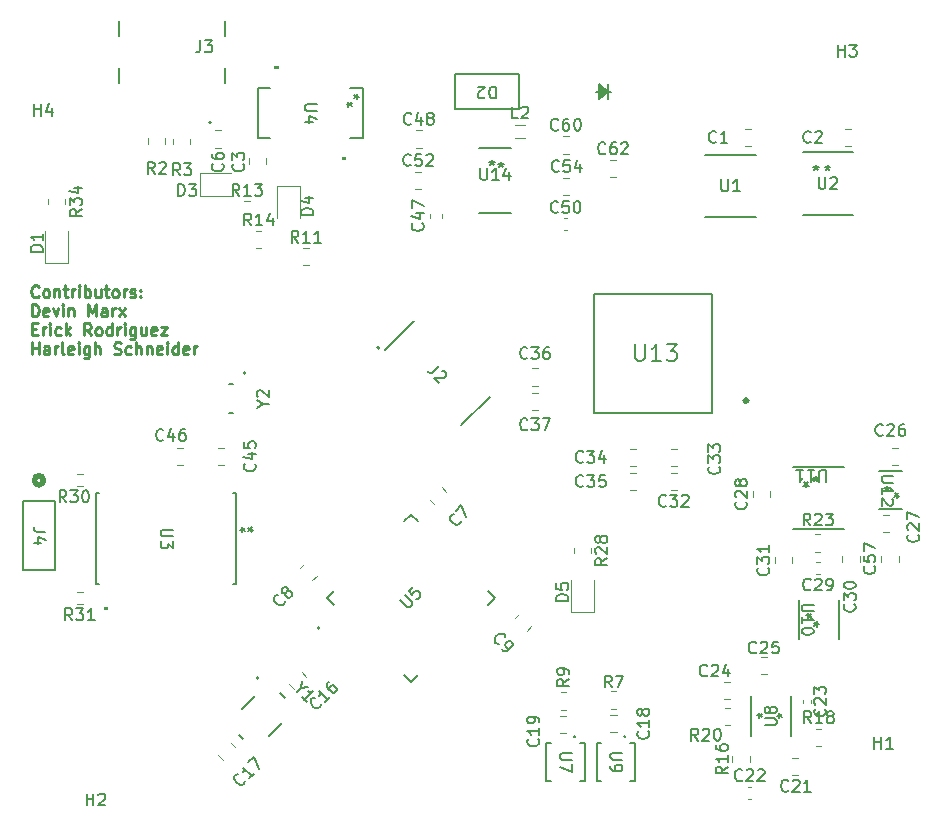
<source format=gto>
%TF.GenerationSoftware,KiCad,Pcbnew,8.0.1*%
%TF.CreationDate,2024-04-16T19:56:43-05:00*%
%TF.ProjectId,PCB-1-2,5043422d-312d-4322-9e6b-696361645f70,rev?*%
%TF.SameCoordinates,Original*%
%TF.FileFunction,Legend,Top*%
%TF.FilePolarity,Positive*%
%FSLAX46Y46*%
G04 Gerber Fmt 4.6, Leading zero omitted, Abs format (unit mm)*
G04 Created by KiCad (PCBNEW 8.0.1) date 2024-04-16 19:56:43*
%MOMM*%
%LPD*%
G01*
G04 APERTURE LIST*
%ADD10C,0.250000*%
%ADD11C,0.150000*%
%ADD12C,0.120000*%
%ADD13C,0.200000*%
%ADD14C,0.152400*%
%ADD15C,0.000000*%
%ADD16C,0.127000*%
%ADD17C,0.508000*%
%ADD18C,0.300000*%
G04 APERTURE END LIST*
D10*
X61473996Y-81439548D02*
X61426377Y-81487168D01*
X61426377Y-81487168D02*
X61283520Y-81534787D01*
X61283520Y-81534787D02*
X61188282Y-81534787D01*
X61188282Y-81534787D02*
X61045425Y-81487168D01*
X61045425Y-81487168D02*
X60950187Y-81391929D01*
X60950187Y-81391929D02*
X60902568Y-81296691D01*
X60902568Y-81296691D02*
X60854949Y-81106215D01*
X60854949Y-81106215D02*
X60854949Y-80963358D01*
X60854949Y-80963358D02*
X60902568Y-80772882D01*
X60902568Y-80772882D02*
X60950187Y-80677644D01*
X60950187Y-80677644D02*
X61045425Y-80582406D01*
X61045425Y-80582406D02*
X61188282Y-80534787D01*
X61188282Y-80534787D02*
X61283520Y-80534787D01*
X61283520Y-80534787D02*
X61426377Y-80582406D01*
X61426377Y-80582406D02*
X61473996Y-80630025D01*
X62045425Y-81534787D02*
X61950187Y-81487168D01*
X61950187Y-81487168D02*
X61902568Y-81439548D01*
X61902568Y-81439548D02*
X61854949Y-81344310D01*
X61854949Y-81344310D02*
X61854949Y-81058596D01*
X61854949Y-81058596D02*
X61902568Y-80963358D01*
X61902568Y-80963358D02*
X61950187Y-80915739D01*
X61950187Y-80915739D02*
X62045425Y-80868120D01*
X62045425Y-80868120D02*
X62188282Y-80868120D01*
X62188282Y-80868120D02*
X62283520Y-80915739D01*
X62283520Y-80915739D02*
X62331139Y-80963358D01*
X62331139Y-80963358D02*
X62378758Y-81058596D01*
X62378758Y-81058596D02*
X62378758Y-81344310D01*
X62378758Y-81344310D02*
X62331139Y-81439548D01*
X62331139Y-81439548D02*
X62283520Y-81487168D01*
X62283520Y-81487168D02*
X62188282Y-81534787D01*
X62188282Y-81534787D02*
X62045425Y-81534787D01*
X62807330Y-80868120D02*
X62807330Y-81534787D01*
X62807330Y-80963358D02*
X62854949Y-80915739D01*
X62854949Y-80915739D02*
X62950187Y-80868120D01*
X62950187Y-80868120D02*
X63093044Y-80868120D01*
X63093044Y-80868120D02*
X63188282Y-80915739D01*
X63188282Y-80915739D02*
X63235901Y-81010977D01*
X63235901Y-81010977D02*
X63235901Y-81534787D01*
X63569235Y-80868120D02*
X63950187Y-80868120D01*
X63712092Y-80534787D02*
X63712092Y-81391929D01*
X63712092Y-81391929D02*
X63759711Y-81487168D01*
X63759711Y-81487168D02*
X63854949Y-81534787D01*
X63854949Y-81534787D02*
X63950187Y-81534787D01*
X64283521Y-81534787D02*
X64283521Y-80868120D01*
X64283521Y-81058596D02*
X64331140Y-80963358D01*
X64331140Y-80963358D02*
X64378759Y-80915739D01*
X64378759Y-80915739D02*
X64473997Y-80868120D01*
X64473997Y-80868120D02*
X64569235Y-80868120D01*
X64902569Y-81534787D02*
X64902569Y-80868120D01*
X64902569Y-80534787D02*
X64854950Y-80582406D01*
X64854950Y-80582406D02*
X64902569Y-80630025D01*
X64902569Y-80630025D02*
X64950188Y-80582406D01*
X64950188Y-80582406D02*
X64902569Y-80534787D01*
X64902569Y-80534787D02*
X64902569Y-80630025D01*
X65378759Y-81534787D02*
X65378759Y-80534787D01*
X65378759Y-80915739D02*
X65473997Y-80868120D01*
X65473997Y-80868120D02*
X65664473Y-80868120D01*
X65664473Y-80868120D02*
X65759711Y-80915739D01*
X65759711Y-80915739D02*
X65807330Y-80963358D01*
X65807330Y-80963358D02*
X65854949Y-81058596D01*
X65854949Y-81058596D02*
X65854949Y-81344310D01*
X65854949Y-81344310D02*
X65807330Y-81439548D01*
X65807330Y-81439548D02*
X65759711Y-81487168D01*
X65759711Y-81487168D02*
X65664473Y-81534787D01*
X65664473Y-81534787D02*
X65473997Y-81534787D01*
X65473997Y-81534787D02*
X65378759Y-81487168D01*
X66712092Y-80868120D02*
X66712092Y-81534787D01*
X66283521Y-80868120D02*
X66283521Y-81391929D01*
X66283521Y-81391929D02*
X66331140Y-81487168D01*
X66331140Y-81487168D02*
X66426378Y-81534787D01*
X66426378Y-81534787D02*
X66569235Y-81534787D01*
X66569235Y-81534787D02*
X66664473Y-81487168D01*
X66664473Y-81487168D02*
X66712092Y-81439548D01*
X67045426Y-80868120D02*
X67426378Y-80868120D01*
X67188283Y-80534787D02*
X67188283Y-81391929D01*
X67188283Y-81391929D02*
X67235902Y-81487168D01*
X67235902Y-81487168D02*
X67331140Y-81534787D01*
X67331140Y-81534787D02*
X67426378Y-81534787D01*
X67902569Y-81534787D02*
X67807331Y-81487168D01*
X67807331Y-81487168D02*
X67759712Y-81439548D01*
X67759712Y-81439548D02*
X67712093Y-81344310D01*
X67712093Y-81344310D02*
X67712093Y-81058596D01*
X67712093Y-81058596D02*
X67759712Y-80963358D01*
X67759712Y-80963358D02*
X67807331Y-80915739D01*
X67807331Y-80915739D02*
X67902569Y-80868120D01*
X67902569Y-80868120D02*
X68045426Y-80868120D01*
X68045426Y-80868120D02*
X68140664Y-80915739D01*
X68140664Y-80915739D02*
X68188283Y-80963358D01*
X68188283Y-80963358D02*
X68235902Y-81058596D01*
X68235902Y-81058596D02*
X68235902Y-81344310D01*
X68235902Y-81344310D02*
X68188283Y-81439548D01*
X68188283Y-81439548D02*
X68140664Y-81487168D01*
X68140664Y-81487168D02*
X68045426Y-81534787D01*
X68045426Y-81534787D02*
X67902569Y-81534787D01*
X68664474Y-81534787D02*
X68664474Y-80868120D01*
X68664474Y-81058596D02*
X68712093Y-80963358D01*
X68712093Y-80963358D02*
X68759712Y-80915739D01*
X68759712Y-80915739D02*
X68854950Y-80868120D01*
X68854950Y-80868120D02*
X68950188Y-80868120D01*
X69235903Y-81487168D02*
X69331141Y-81534787D01*
X69331141Y-81534787D02*
X69521617Y-81534787D01*
X69521617Y-81534787D02*
X69616855Y-81487168D01*
X69616855Y-81487168D02*
X69664474Y-81391929D01*
X69664474Y-81391929D02*
X69664474Y-81344310D01*
X69664474Y-81344310D02*
X69616855Y-81249072D01*
X69616855Y-81249072D02*
X69521617Y-81201453D01*
X69521617Y-81201453D02*
X69378760Y-81201453D01*
X69378760Y-81201453D02*
X69283522Y-81153834D01*
X69283522Y-81153834D02*
X69235903Y-81058596D01*
X69235903Y-81058596D02*
X69235903Y-81010977D01*
X69235903Y-81010977D02*
X69283522Y-80915739D01*
X69283522Y-80915739D02*
X69378760Y-80868120D01*
X69378760Y-80868120D02*
X69521617Y-80868120D01*
X69521617Y-80868120D02*
X69616855Y-80915739D01*
X70093046Y-81439548D02*
X70140665Y-81487168D01*
X70140665Y-81487168D02*
X70093046Y-81534787D01*
X70093046Y-81534787D02*
X70045427Y-81487168D01*
X70045427Y-81487168D02*
X70093046Y-81439548D01*
X70093046Y-81439548D02*
X70093046Y-81534787D01*
X70093046Y-80915739D02*
X70140665Y-80963358D01*
X70140665Y-80963358D02*
X70093046Y-81010977D01*
X70093046Y-81010977D02*
X70045427Y-80963358D01*
X70045427Y-80963358D02*
X70093046Y-80915739D01*
X70093046Y-80915739D02*
X70093046Y-81010977D01*
X60902568Y-83144731D02*
X60902568Y-82144731D01*
X60902568Y-82144731D02*
X61140663Y-82144731D01*
X61140663Y-82144731D02*
X61283520Y-82192350D01*
X61283520Y-82192350D02*
X61378758Y-82287588D01*
X61378758Y-82287588D02*
X61426377Y-82382826D01*
X61426377Y-82382826D02*
X61473996Y-82573302D01*
X61473996Y-82573302D02*
X61473996Y-82716159D01*
X61473996Y-82716159D02*
X61426377Y-82906635D01*
X61426377Y-82906635D02*
X61378758Y-83001873D01*
X61378758Y-83001873D02*
X61283520Y-83097112D01*
X61283520Y-83097112D02*
X61140663Y-83144731D01*
X61140663Y-83144731D02*
X60902568Y-83144731D01*
X62283520Y-83097112D02*
X62188282Y-83144731D01*
X62188282Y-83144731D02*
X61997806Y-83144731D01*
X61997806Y-83144731D02*
X61902568Y-83097112D01*
X61902568Y-83097112D02*
X61854949Y-83001873D01*
X61854949Y-83001873D02*
X61854949Y-82620921D01*
X61854949Y-82620921D02*
X61902568Y-82525683D01*
X61902568Y-82525683D02*
X61997806Y-82478064D01*
X61997806Y-82478064D02*
X62188282Y-82478064D01*
X62188282Y-82478064D02*
X62283520Y-82525683D01*
X62283520Y-82525683D02*
X62331139Y-82620921D01*
X62331139Y-82620921D02*
X62331139Y-82716159D01*
X62331139Y-82716159D02*
X61854949Y-82811397D01*
X62664473Y-82478064D02*
X62902568Y-83144731D01*
X62902568Y-83144731D02*
X63140663Y-82478064D01*
X63521616Y-83144731D02*
X63521616Y-82478064D01*
X63521616Y-82144731D02*
X63473997Y-82192350D01*
X63473997Y-82192350D02*
X63521616Y-82239969D01*
X63521616Y-82239969D02*
X63569235Y-82192350D01*
X63569235Y-82192350D02*
X63521616Y-82144731D01*
X63521616Y-82144731D02*
X63521616Y-82239969D01*
X63997806Y-82478064D02*
X63997806Y-83144731D01*
X63997806Y-82573302D02*
X64045425Y-82525683D01*
X64045425Y-82525683D02*
X64140663Y-82478064D01*
X64140663Y-82478064D02*
X64283520Y-82478064D01*
X64283520Y-82478064D02*
X64378758Y-82525683D01*
X64378758Y-82525683D02*
X64426377Y-82620921D01*
X64426377Y-82620921D02*
X64426377Y-83144731D01*
X65664473Y-83144731D02*
X65664473Y-82144731D01*
X65664473Y-82144731D02*
X65997806Y-82859016D01*
X65997806Y-82859016D02*
X66331139Y-82144731D01*
X66331139Y-82144731D02*
X66331139Y-83144731D01*
X67235901Y-83144731D02*
X67235901Y-82620921D01*
X67235901Y-82620921D02*
X67188282Y-82525683D01*
X67188282Y-82525683D02*
X67093044Y-82478064D01*
X67093044Y-82478064D02*
X66902568Y-82478064D01*
X66902568Y-82478064D02*
X66807330Y-82525683D01*
X67235901Y-83097112D02*
X67140663Y-83144731D01*
X67140663Y-83144731D02*
X66902568Y-83144731D01*
X66902568Y-83144731D02*
X66807330Y-83097112D01*
X66807330Y-83097112D02*
X66759711Y-83001873D01*
X66759711Y-83001873D02*
X66759711Y-82906635D01*
X66759711Y-82906635D02*
X66807330Y-82811397D01*
X66807330Y-82811397D02*
X66902568Y-82763778D01*
X66902568Y-82763778D02*
X67140663Y-82763778D01*
X67140663Y-82763778D02*
X67235901Y-82716159D01*
X67712092Y-83144731D02*
X67712092Y-82478064D01*
X67712092Y-82668540D02*
X67759711Y-82573302D01*
X67759711Y-82573302D02*
X67807330Y-82525683D01*
X67807330Y-82525683D02*
X67902568Y-82478064D01*
X67902568Y-82478064D02*
X67997806Y-82478064D01*
X68235902Y-83144731D02*
X68759711Y-82478064D01*
X68235902Y-82478064D02*
X68759711Y-83144731D01*
X60902568Y-84230865D02*
X61235901Y-84230865D01*
X61378758Y-84754675D02*
X60902568Y-84754675D01*
X60902568Y-84754675D02*
X60902568Y-83754675D01*
X60902568Y-83754675D02*
X61378758Y-83754675D01*
X61807330Y-84754675D02*
X61807330Y-84088008D01*
X61807330Y-84278484D02*
X61854949Y-84183246D01*
X61854949Y-84183246D02*
X61902568Y-84135627D01*
X61902568Y-84135627D02*
X61997806Y-84088008D01*
X61997806Y-84088008D02*
X62093044Y-84088008D01*
X62426378Y-84754675D02*
X62426378Y-84088008D01*
X62426378Y-83754675D02*
X62378759Y-83802294D01*
X62378759Y-83802294D02*
X62426378Y-83849913D01*
X62426378Y-83849913D02*
X62473997Y-83802294D01*
X62473997Y-83802294D02*
X62426378Y-83754675D01*
X62426378Y-83754675D02*
X62426378Y-83849913D01*
X63331139Y-84707056D02*
X63235901Y-84754675D01*
X63235901Y-84754675D02*
X63045425Y-84754675D01*
X63045425Y-84754675D02*
X62950187Y-84707056D01*
X62950187Y-84707056D02*
X62902568Y-84659436D01*
X62902568Y-84659436D02*
X62854949Y-84564198D01*
X62854949Y-84564198D02*
X62854949Y-84278484D01*
X62854949Y-84278484D02*
X62902568Y-84183246D01*
X62902568Y-84183246D02*
X62950187Y-84135627D01*
X62950187Y-84135627D02*
X63045425Y-84088008D01*
X63045425Y-84088008D02*
X63235901Y-84088008D01*
X63235901Y-84088008D02*
X63331139Y-84135627D01*
X63759711Y-84754675D02*
X63759711Y-83754675D01*
X63854949Y-84373722D02*
X64140663Y-84754675D01*
X64140663Y-84088008D02*
X63759711Y-84468960D01*
X65902568Y-84754675D02*
X65569235Y-84278484D01*
X65331140Y-84754675D02*
X65331140Y-83754675D01*
X65331140Y-83754675D02*
X65712092Y-83754675D01*
X65712092Y-83754675D02*
X65807330Y-83802294D01*
X65807330Y-83802294D02*
X65854949Y-83849913D01*
X65854949Y-83849913D02*
X65902568Y-83945151D01*
X65902568Y-83945151D02*
X65902568Y-84088008D01*
X65902568Y-84088008D02*
X65854949Y-84183246D01*
X65854949Y-84183246D02*
X65807330Y-84230865D01*
X65807330Y-84230865D02*
X65712092Y-84278484D01*
X65712092Y-84278484D02*
X65331140Y-84278484D01*
X66473997Y-84754675D02*
X66378759Y-84707056D01*
X66378759Y-84707056D02*
X66331140Y-84659436D01*
X66331140Y-84659436D02*
X66283521Y-84564198D01*
X66283521Y-84564198D02*
X66283521Y-84278484D01*
X66283521Y-84278484D02*
X66331140Y-84183246D01*
X66331140Y-84183246D02*
X66378759Y-84135627D01*
X66378759Y-84135627D02*
X66473997Y-84088008D01*
X66473997Y-84088008D02*
X66616854Y-84088008D01*
X66616854Y-84088008D02*
X66712092Y-84135627D01*
X66712092Y-84135627D02*
X66759711Y-84183246D01*
X66759711Y-84183246D02*
X66807330Y-84278484D01*
X66807330Y-84278484D02*
X66807330Y-84564198D01*
X66807330Y-84564198D02*
X66759711Y-84659436D01*
X66759711Y-84659436D02*
X66712092Y-84707056D01*
X66712092Y-84707056D02*
X66616854Y-84754675D01*
X66616854Y-84754675D02*
X66473997Y-84754675D01*
X67664473Y-84754675D02*
X67664473Y-83754675D01*
X67664473Y-84707056D02*
X67569235Y-84754675D01*
X67569235Y-84754675D02*
X67378759Y-84754675D01*
X67378759Y-84754675D02*
X67283521Y-84707056D01*
X67283521Y-84707056D02*
X67235902Y-84659436D01*
X67235902Y-84659436D02*
X67188283Y-84564198D01*
X67188283Y-84564198D02*
X67188283Y-84278484D01*
X67188283Y-84278484D02*
X67235902Y-84183246D01*
X67235902Y-84183246D02*
X67283521Y-84135627D01*
X67283521Y-84135627D02*
X67378759Y-84088008D01*
X67378759Y-84088008D02*
X67569235Y-84088008D01*
X67569235Y-84088008D02*
X67664473Y-84135627D01*
X68140664Y-84754675D02*
X68140664Y-84088008D01*
X68140664Y-84278484D02*
X68188283Y-84183246D01*
X68188283Y-84183246D02*
X68235902Y-84135627D01*
X68235902Y-84135627D02*
X68331140Y-84088008D01*
X68331140Y-84088008D02*
X68426378Y-84088008D01*
X68759712Y-84754675D02*
X68759712Y-84088008D01*
X68759712Y-83754675D02*
X68712093Y-83802294D01*
X68712093Y-83802294D02*
X68759712Y-83849913D01*
X68759712Y-83849913D02*
X68807331Y-83802294D01*
X68807331Y-83802294D02*
X68759712Y-83754675D01*
X68759712Y-83754675D02*
X68759712Y-83849913D01*
X69664473Y-84088008D02*
X69664473Y-84897532D01*
X69664473Y-84897532D02*
X69616854Y-84992770D01*
X69616854Y-84992770D02*
X69569235Y-85040389D01*
X69569235Y-85040389D02*
X69473997Y-85088008D01*
X69473997Y-85088008D02*
X69331140Y-85088008D01*
X69331140Y-85088008D02*
X69235902Y-85040389D01*
X69664473Y-84707056D02*
X69569235Y-84754675D01*
X69569235Y-84754675D02*
X69378759Y-84754675D01*
X69378759Y-84754675D02*
X69283521Y-84707056D01*
X69283521Y-84707056D02*
X69235902Y-84659436D01*
X69235902Y-84659436D02*
X69188283Y-84564198D01*
X69188283Y-84564198D02*
X69188283Y-84278484D01*
X69188283Y-84278484D02*
X69235902Y-84183246D01*
X69235902Y-84183246D02*
X69283521Y-84135627D01*
X69283521Y-84135627D02*
X69378759Y-84088008D01*
X69378759Y-84088008D02*
X69569235Y-84088008D01*
X69569235Y-84088008D02*
X69664473Y-84135627D01*
X70569235Y-84088008D02*
X70569235Y-84754675D01*
X70140664Y-84088008D02*
X70140664Y-84611817D01*
X70140664Y-84611817D02*
X70188283Y-84707056D01*
X70188283Y-84707056D02*
X70283521Y-84754675D01*
X70283521Y-84754675D02*
X70426378Y-84754675D01*
X70426378Y-84754675D02*
X70521616Y-84707056D01*
X70521616Y-84707056D02*
X70569235Y-84659436D01*
X71426378Y-84707056D02*
X71331140Y-84754675D01*
X71331140Y-84754675D02*
X71140664Y-84754675D01*
X71140664Y-84754675D02*
X71045426Y-84707056D01*
X71045426Y-84707056D02*
X70997807Y-84611817D01*
X70997807Y-84611817D02*
X70997807Y-84230865D01*
X70997807Y-84230865D02*
X71045426Y-84135627D01*
X71045426Y-84135627D02*
X71140664Y-84088008D01*
X71140664Y-84088008D02*
X71331140Y-84088008D01*
X71331140Y-84088008D02*
X71426378Y-84135627D01*
X71426378Y-84135627D02*
X71473997Y-84230865D01*
X71473997Y-84230865D02*
X71473997Y-84326103D01*
X71473997Y-84326103D02*
X70997807Y-84421341D01*
X71807331Y-84088008D02*
X72331140Y-84088008D01*
X72331140Y-84088008D02*
X71807331Y-84754675D01*
X71807331Y-84754675D02*
X72331140Y-84754675D01*
X60902568Y-86364619D02*
X60902568Y-85364619D01*
X60902568Y-85840809D02*
X61473996Y-85840809D01*
X61473996Y-86364619D02*
X61473996Y-85364619D01*
X62378758Y-86364619D02*
X62378758Y-85840809D01*
X62378758Y-85840809D02*
X62331139Y-85745571D01*
X62331139Y-85745571D02*
X62235901Y-85697952D01*
X62235901Y-85697952D02*
X62045425Y-85697952D01*
X62045425Y-85697952D02*
X61950187Y-85745571D01*
X62378758Y-86317000D02*
X62283520Y-86364619D01*
X62283520Y-86364619D02*
X62045425Y-86364619D01*
X62045425Y-86364619D02*
X61950187Y-86317000D01*
X61950187Y-86317000D02*
X61902568Y-86221761D01*
X61902568Y-86221761D02*
X61902568Y-86126523D01*
X61902568Y-86126523D02*
X61950187Y-86031285D01*
X61950187Y-86031285D02*
X62045425Y-85983666D01*
X62045425Y-85983666D02*
X62283520Y-85983666D01*
X62283520Y-85983666D02*
X62378758Y-85936047D01*
X62854949Y-86364619D02*
X62854949Y-85697952D01*
X62854949Y-85888428D02*
X62902568Y-85793190D01*
X62902568Y-85793190D02*
X62950187Y-85745571D01*
X62950187Y-85745571D02*
X63045425Y-85697952D01*
X63045425Y-85697952D02*
X63140663Y-85697952D01*
X63616854Y-86364619D02*
X63521616Y-86317000D01*
X63521616Y-86317000D02*
X63473997Y-86221761D01*
X63473997Y-86221761D02*
X63473997Y-85364619D01*
X64378759Y-86317000D02*
X64283521Y-86364619D01*
X64283521Y-86364619D02*
X64093045Y-86364619D01*
X64093045Y-86364619D02*
X63997807Y-86317000D01*
X63997807Y-86317000D02*
X63950188Y-86221761D01*
X63950188Y-86221761D02*
X63950188Y-85840809D01*
X63950188Y-85840809D02*
X63997807Y-85745571D01*
X63997807Y-85745571D02*
X64093045Y-85697952D01*
X64093045Y-85697952D02*
X64283521Y-85697952D01*
X64283521Y-85697952D02*
X64378759Y-85745571D01*
X64378759Y-85745571D02*
X64426378Y-85840809D01*
X64426378Y-85840809D02*
X64426378Y-85936047D01*
X64426378Y-85936047D02*
X63950188Y-86031285D01*
X64854950Y-86364619D02*
X64854950Y-85697952D01*
X64854950Y-85364619D02*
X64807331Y-85412238D01*
X64807331Y-85412238D02*
X64854950Y-85459857D01*
X64854950Y-85459857D02*
X64902569Y-85412238D01*
X64902569Y-85412238D02*
X64854950Y-85364619D01*
X64854950Y-85364619D02*
X64854950Y-85459857D01*
X65759711Y-85697952D02*
X65759711Y-86507476D01*
X65759711Y-86507476D02*
X65712092Y-86602714D01*
X65712092Y-86602714D02*
X65664473Y-86650333D01*
X65664473Y-86650333D02*
X65569235Y-86697952D01*
X65569235Y-86697952D02*
X65426378Y-86697952D01*
X65426378Y-86697952D02*
X65331140Y-86650333D01*
X65759711Y-86317000D02*
X65664473Y-86364619D01*
X65664473Y-86364619D02*
X65473997Y-86364619D01*
X65473997Y-86364619D02*
X65378759Y-86317000D01*
X65378759Y-86317000D02*
X65331140Y-86269380D01*
X65331140Y-86269380D02*
X65283521Y-86174142D01*
X65283521Y-86174142D02*
X65283521Y-85888428D01*
X65283521Y-85888428D02*
X65331140Y-85793190D01*
X65331140Y-85793190D02*
X65378759Y-85745571D01*
X65378759Y-85745571D02*
X65473997Y-85697952D01*
X65473997Y-85697952D02*
X65664473Y-85697952D01*
X65664473Y-85697952D02*
X65759711Y-85745571D01*
X66235902Y-86364619D02*
X66235902Y-85364619D01*
X66664473Y-86364619D02*
X66664473Y-85840809D01*
X66664473Y-85840809D02*
X66616854Y-85745571D01*
X66616854Y-85745571D02*
X66521616Y-85697952D01*
X66521616Y-85697952D02*
X66378759Y-85697952D01*
X66378759Y-85697952D02*
X66283521Y-85745571D01*
X66283521Y-85745571D02*
X66235902Y-85793190D01*
X67854950Y-86317000D02*
X67997807Y-86364619D01*
X67997807Y-86364619D02*
X68235902Y-86364619D01*
X68235902Y-86364619D02*
X68331140Y-86317000D01*
X68331140Y-86317000D02*
X68378759Y-86269380D01*
X68378759Y-86269380D02*
X68426378Y-86174142D01*
X68426378Y-86174142D02*
X68426378Y-86078904D01*
X68426378Y-86078904D02*
X68378759Y-85983666D01*
X68378759Y-85983666D02*
X68331140Y-85936047D01*
X68331140Y-85936047D02*
X68235902Y-85888428D01*
X68235902Y-85888428D02*
X68045426Y-85840809D01*
X68045426Y-85840809D02*
X67950188Y-85793190D01*
X67950188Y-85793190D02*
X67902569Y-85745571D01*
X67902569Y-85745571D02*
X67854950Y-85650333D01*
X67854950Y-85650333D02*
X67854950Y-85555095D01*
X67854950Y-85555095D02*
X67902569Y-85459857D01*
X67902569Y-85459857D02*
X67950188Y-85412238D01*
X67950188Y-85412238D02*
X68045426Y-85364619D01*
X68045426Y-85364619D02*
X68283521Y-85364619D01*
X68283521Y-85364619D02*
X68426378Y-85412238D01*
X69283521Y-86317000D02*
X69188283Y-86364619D01*
X69188283Y-86364619D02*
X68997807Y-86364619D01*
X68997807Y-86364619D02*
X68902569Y-86317000D01*
X68902569Y-86317000D02*
X68854950Y-86269380D01*
X68854950Y-86269380D02*
X68807331Y-86174142D01*
X68807331Y-86174142D02*
X68807331Y-85888428D01*
X68807331Y-85888428D02*
X68854950Y-85793190D01*
X68854950Y-85793190D02*
X68902569Y-85745571D01*
X68902569Y-85745571D02*
X68997807Y-85697952D01*
X68997807Y-85697952D02*
X69188283Y-85697952D01*
X69188283Y-85697952D02*
X69283521Y-85745571D01*
X69712093Y-86364619D02*
X69712093Y-85364619D01*
X70140664Y-86364619D02*
X70140664Y-85840809D01*
X70140664Y-85840809D02*
X70093045Y-85745571D01*
X70093045Y-85745571D02*
X69997807Y-85697952D01*
X69997807Y-85697952D02*
X69854950Y-85697952D01*
X69854950Y-85697952D02*
X69759712Y-85745571D01*
X69759712Y-85745571D02*
X69712093Y-85793190D01*
X70616855Y-85697952D02*
X70616855Y-86364619D01*
X70616855Y-85793190D02*
X70664474Y-85745571D01*
X70664474Y-85745571D02*
X70759712Y-85697952D01*
X70759712Y-85697952D02*
X70902569Y-85697952D01*
X70902569Y-85697952D02*
X70997807Y-85745571D01*
X70997807Y-85745571D02*
X71045426Y-85840809D01*
X71045426Y-85840809D02*
X71045426Y-86364619D01*
X71902569Y-86317000D02*
X71807331Y-86364619D01*
X71807331Y-86364619D02*
X71616855Y-86364619D01*
X71616855Y-86364619D02*
X71521617Y-86317000D01*
X71521617Y-86317000D02*
X71473998Y-86221761D01*
X71473998Y-86221761D02*
X71473998Y-85840809D01*
X71473998Y-85840809D02*
X71521617Y-85745571D01*
X71521617Y-85745571D02*
X71616855Y-85697952D01*
X71616855Y-85697952D02*
X71807331Y-85697952D01*
X71807331Y-85697952D02*
X71902569Y-85745571D01*
X71902569Y-85745571D02*
X71950188Y-85840809D01*
X71950188Y-85840809D02*
X71950188Y-85936047D01*
X71950188Y-85936047D02*
X71473998Y-86031285D01*
X72378760Y-86364619D02*
X72378760Y-85697952D01*
X72378760Y-85364619D02*
X72331141Y-85412238D01*
X72331141Y-85412238D02*
X72378760Y-85459857D01*
X72378760Y-85459857D02*
X72426379Y-85412238D01*
X72426379Y-85412238D02*
X72378760Y-85364619D01*
X72378760Y-85364619D02*
X72378760Y-85459857D01*
X73283521Y-86364619D02*
X73283521Y-85364619D01*
X73283521Y-86317000D02*
X73188283Y-86364619D01*
X73188283Y-86364619D02*
X72997807Y-86364619D01*
X72997807Y-86364619D02*
X72902569Y-86317000D01*
X72902569Y-86317000D02*
X72854950Y-86269380D01*
X72854950Y-86269380D02*
X72807331Y-86174142D01*
X72807331Y-86174142D02*
X72807331Y-85888428D01*
X72807331Y-85888428D02*
X72854950Y-85793190D01*
X72854950Y-85793190D02*
X72902569Y-85745571D01*
X72902569Y-85745571D02*
X72997807Y-85697952D01*
X72997807Y-85697952D02*
X73188283Y-85697952D01*
X73188283Y-85697952D02*
X73283521Y-85745571D01*
X74140664Y-86317000D02*
X74045426Y-86364619D01*
X74045426Y-86364619D02*
X73854950Y-86364619D01*
X73854950Y-86364619D02*
X73759712Y-86317000D01*
X73759712Y-86317000D02*
X73712093Y-86221761D01*
X73712093Y-86221761D02*
X73712093Y-85840809D01*
X73712093Y-85840809D02*
X73759712Y-85745571D01*
X73759712Y-85745571D02*
X73854950Y-85697952D01*
X73854950Y-85697952D02*
X74045426Y-85697952D01*
X74045426Y-85697952D02*
X74140664Y-85745571D01*
X74140664Y-85745571D02*
X74188283Y-85840809D01*
X74188283Y-85840809D02*
X74188283Y-85936047D01*
X74188283Y-85936047D02*
X73712093Y-86031285D01*
X74616855Y-86364619D02*
X74616855Y-85697952D01*
X74616855Y-85888428D02*
X74664474Y-85793190D01*
X74664474Y-85793190D02*
X74712093Y-85745571D01*
X74712093Y-85745571D02*
X74807331Y-85697952D01*
X74807331Y-85697952D02*
X74902569Y-85697952D01*
D11*
X102061829Y-66391434D02*
X101585639Y-66391434D01*
X101585639Y-66391434D02*
X101585639Y-65391434D01*
X102347544Y-65486672D02*
X102395163Y-65439053D01*
X102395163Y-65439053D02*
X102490401Y-65391434D01*
X102490401Y-65391434D02*
X102728496Y-65391434D01*
X102728496Y-65391434D02*
X102823734Y-65439053D01*
X102823734Y-65439053D02*
X102871353Y-65486672D01*
X102871353Y-65486672D02*
X102918972Y-65581910D01*
X102918972Y-65581910D02*
X102918972Y-65677148D01*
X102918972Y-65677148D02*
X102871353Y-65820005D01*
X102871353Y-65820005D02*
X102299925Y-66391434D01*
X102299925Y-66391434D02*
X102918972Y-66391434D01*
X73449565Y-71206248D02*
X73116232Y-70730057D01*
X72878137Y-71206248D02*
X72878137Y-70206248D01*
X72878137Y-70206248D02*
X73259089Y-70206248D01*
X73259089Y-70206248D02*
X73354327Y-70253867D01*
X73354327Y-70253867D02*
X73401946Y-70301486D01*
X73401946Y-70301486D02*
X73449565Y-70396724D01*
X73449565Y-70396724D02*
X73449565Y-70539581D01*
X73449565Y-70539581D02*
X73401946Y-70634819D01*
X73401946Y-70634819D02*
X73354327Y-70682438D01*
X73354327Y-70682438D02*
X73259089Y-70730057D01*
X73259089Y-70730057D02*
X72878137Y-70730057D01*
X73782899Y-70206248D02*
X74401946Y-70206248D01*
X74401946Y-70206248D02*
X74068613Y-70587200D01*
X74068613Y-70587200D02*
X74211470Y-70587200D01*
X74211470Y-70587200D02*
X74306708Y-70634819D01*
X74306708Y-70634819D02*
X74354327Y-70682438D01*
X74354327Y-70682438D02*
X74401946Y-70777676D01*
X74401946Y-70777676D02*
X74401946Y-71015771D01*
X74401946Y-71015771D02*
X74354327Y-71111009D01*
X74354327Y-71111009D02*
X74306708Y-71158629D01*
X74306708Y-71158629D02*
X74211470Y-71206248D01*
X74211470Y-71206248D02*
X73925756Y-71206248D01*
X73925756Y-71206248D02*
X73830518Y-71158629D01*
X73830518Y-71158629D02*
X73782899Y-71111009D01*
X118833333Y-68359580D02*
X118785714Y-68407200D01*
X118785714Y-68407200D02*
X118642857Y-68454819D01*
X118642857Y-68454819D02*
X118547619Y-68454819D01*
X118547619Y-68454819D02*
X118404762Y-68407200D01*
X118404762Y-68407200D02*
X118309524Y-68311961D01*
X118309524Y-68311961D02*
X118261905Y-68216723D01*
X118261905Y-68216723D02*
X118214286Y-68026247D01*
X118214286Y-68026247D02*
X118214286Y-67883390D01*
X118214286Y-67883390D02*
X118261905Y-67692914D01*
X118261905Y-67692914D02*
X118309524Y-67597676D01*
X118309524Y-67597676D02*
X118404762Y-67502438D01*
X118404762Y-67502438D02*
X118547619Y-67454819D01*
X118547619Y-67454819D02*
X118642857Y-67454819D01*
X118642857Y-67454819D02*
X118785714Y-67502438D01*
X118785714Y-67502438D02*
X118833333Y-67550057D01*
X119785714Y-68454819D02*
X119214286Y-68454819D01*
X119500000Y-68454819D02*
X119500000Y-67454819D01*
X119500000Y-67454819D02*
X119404762Y-67597676D01*
X119404762Y-67597676D02*
X119309524Y-67692914D01*
X119309524Y-67692914D02*
X119214286Y-67740533D01*
X119812811Y-121270604D02*
X119336620Y-121603937D01*
X119812811Y-121842032D02*
X118812811Y-121842032D01*
X118812811Y-121842032D02*
X118812811Y-121461080D01*
X118812811Y-121461080D02*
X118860430Y-121365842D01*
X118860430Y-121365842D02*
X118908049Y-121318223D01*
X118908049Y-121318223D02*
X119003287Y-121270604D01*
X119003287Y-121270604D02*
X119146144Y-121270604D01*
X119146144Y-121270604D02*
X119241382Y-121318223D01*
X119241382Y-121318223D02*
X119289001Y-121365842D01*
X119289001Y-121365842D02*
X119336620Y-121461080D01*
X119336620Y-121461080D02*
X119336620Y-121842032D01*
X119812811Y-120318223D02*
X119812811Y-120889651D01*
X119812811Y-120603937D02*
X118812811Y-120603937D01*
X118812811Y-120603937D02*
X118955668Y-120699175D01*
X118955668Y-120699175D02*
X119050906Y-120794413D01*
X119050906Y-120794413D02*
X119098525Y-120889651D01*
X118812811Y-119461080D02*
X118812811Y-119651556D01*
X118812811Y-119651556D02*
X118860430Y-119746794D01*
X118860430Y-119746794D02*
X118908049Y-119794413D01*
X118908049Y-119794413D02*
X119050906Y-119889651D01*
X119050906Y-119889651D02*
X119241382Y-119937270D01*
X119241382Y-119937270D02*
X119622334Y-119937270D01*
X119622334Y-119937270D02*
X119717572Y-119889651D01*
X119717572Y-119889651D02*
X119765192Y-119842032D01*
X119765192Y-119842032D02*
X119812811Y-119746794D01*
X119812811Y-119746794D02*
X119812811Y-119556318D01*
X119812811Y-119556318D02*
X119765192Y-119461080D01*
X119765192Y-119461080D02*
X119717572Y-119413461D01*
X119717572Y-119413461D02*
X119622334Y-119365842D01*
X119622334Y-119365842D02*
X119384239Y-119365842D01*
X119384239Y-119365842D02*
X119289001Y-119413461D01*
X119289001Y-119413461D02*
X119241382Y-119461080D01*
X119241382Y-119461080D02*
X119193763Y-119556318D01*
X119193763Y-119556318D02*
X119193763Y-119746794D01*
X119193763Y-119746794D02*
X119241382Y-119842032D01*
X119241382Y-119842032D02*
X119289001Y-119889651D01*
X119289001Y-119889651D02*
X119384239Y-119937270D01*
X102857144Y-86659580D02*
X102809525Y-86707200D01*
X102809525Y-86707200D02*
X102666668Y-86754819D01*
X102666668Y-86754819D02*
X102571430Y-86754819D01*
X102571430Y-86754819D02*
X102428573Y-86707200D01*
X102428573Y-86707200D02*
X102333335Y-86611961D01*
X102333335Y-86611961D02*
X102285716Y-86516723D01*
X102285716Y-86516723D02*
X102238097Y-86326247D01*
X102238097Y-86326247D02*
X102238097Y-86183390D01*
X102238097Y-86183390D02*
X102285716Y-85992914D01*
X102285716Y-85992914D02*
X102333335Y-85897676D01*
X102333335Y-85897676D02*
X102428573Y-85802438D01*
X102428573Y-85802438D02*
X102571430Y-85754819D01*
X102571430Y-85754819D02*
X102666668Y-85754819D01*
X102666668Y-85754819D02*
X102809525Y-85802438D01*
X102809525Y-85802438D02*
X102857144Y-85850057D01*
X103190478Y-85754819D02*
X103809525Y-85754819D01*
X103809525Y-85754819D02*
X103476192Y-86135771D01*
X103476192Y-86135771D02*
X103619049Y-86135771D01*
X103619049Y-86135771D02*
X103714287Y-86183390D01*
X103714287Y-86183390D02*
X103761906Y-86231009D01*
X103761906Y-86231009D02*
X103809525Y-86326247D01*
X103809525Y-86326247D02*
X103809525Y-86564342D01*
X103809525Y-86564342D02*
X103761906Y-86659580D01*
X103761906Y-86659580D02*
X103714287Y-86707200D01*
X103714287Y-86707200D02*
X103619049Y-86754819D01*
X103619049Y-86754819D02*
X103333335Y-86754819D01*
X103333335Y-86754819D02*
X103238097Y-86707200D01*
X103238097Y-86707200D02*
X103190478Y-86659580D01*
X104666668Y-85754819D02*
X104476192Y-85754819D01*
X104476192Y-85754819D02*
X104380954Y-85802438D01*
X104380954Y-85802438D02*
X104333335Y-85850057D01*
X104333335Y-85850057D02*
X104238097Y-85992914D01*
X104238097Y-85992914D02*
X104190478Y-86183390D01*
X104190478Y-86183390D02*
X104190478Y-86564342D01*
X104190478Y-86564342D02*
X104238097Y-86659580D01*
X104238097Y-86659580D02*
X104285716Y-86707200D01*
X104285716Y-86707200D02*
X104380954Y-86754819D01*
X104380954Y-86754819D02*
X104571430Y-86754819D01*
X104571430Y-86754819D02*
X104666668Y-86707200D01*
X104666668Y-86707200D02*
X104714287Y-86659580D01*
X104714287Y-86659580D02*
X104761906Y-86564342D01*
X104761906Y-86564342D02*
X104761906Y-86326247D01*
X104761906Y-86326247D02*
X104714287Y-86231009D01*
X104714287Y-86231009D02*
X104666668Y-86183390D01*
X104666668Y-86183390D02*
X104571430Y-86135771D01*
X104571430Y-86135771D02*
X104380954Y-86135771D01*
X104380954Y-86135771D02*
X104285716Y-86183390D01*
X104285716Y-86183390D02*
X104238097Y-86231009D01*
X104238097Y-86231009D02*
X104190478Y-86326247D01*
X118069634Y-113543658D02*
X118022015Y-113591278D01*
X118022015Y-113591278D02*
X117879158Y-113638897D01*
X117879158Y-113638897D02*
X117783920Y-113638897D01*
X117783920Y-113638897D02*
X117641063Y-113591278D01*
X117641063Y-113591278D02*
X117545825Y-113496039D01*
X117545825Y-113496039D02*
X117498206Y-113400801D01*
X117498206Y-113400801D02*
X117450587Y-113210325D01*
X117450587Y-113210325D02*
X117450587Y-113067468D01*
X117450587Y-113067468D02*
X117498206Y-112876992D01*
X117498206Y-112876992D02*
X117545825Y-112781754D01*
X117545825Y-112781754D02*
X117641063Y-112686516D01*
X117641063Y-112686516D02*
X117783920Y-112638897D01*
X117783920Y-112638897D02*
X117879158Y-112638897D01*
X117879158Y-112638897D02*
X118022015Y-112686516D01*
X118022015Y-112686516D02*
X118069634Y-112734135D01*
X118450587Y-112734135D02*
X118498206Y-112686516D01*
X118498206Y-112686516D02*
X118593444Y-112638897D01*
X118593444Y-112638897D02*
X118831539Y-112638897D01*
X118831539Y-112638897D02*
X118926777Y-112686516D01*
X118926777Y-112686516D02*
X118974396Y-112734135D01*
X118974396Y-112734135D02*
X119022015Y-112829373D01*
X119022015Y-112829373D02*
X119022015Y-112924611D01*
X119022015Y-112924611D02*
X118974396Y-113067468D01*
X118974396Y-113067468D02*
X118402968Y-113638897D01*
X118402968Y-113638897D02*
X119022015Y-113638897D01*
X119879158Y-112972230D02*
X119879158Y-113638897D01*
X119641063Y-112591278D02*
X119402968Y-113305563D01*
X119402968Y-113305563D02*
X120022015Y-113305563D01*
X117312301Y-119069395D02*
X116978968Y-118593204D01*
X116740873Y-119069395D02*
X116740873Y-118069395D01*
X116740873Y-118069395D02*
X117121825Y-118069395D01*
X117121825Y-118069395D02*
X117217063Y-118117014D01*
X117217063Y-118117014D02*
X117264682Y-118164633D01*
X117264682Y-118164633D02*
X117312301Y-118259871D01*
X117312301Y-118259871D02*
X117312301Y-118402728D01*
X117312301Y-118402728D02*
X117264682Y-118497966D01*
X117264682Y-118497966D02*
X117217063Y-118545585D01*
X117217063Y-118545585D02*
X117121825Y-118593204D01*
X117121825Y-118593204D02*
X116740873Y-118593204D01*
X117693254Y-118164633D02*
X117740873Y-118117014D01*
X117740873Y-118117014D02*
X117836111Y-118069395D01*
X117836111Y-118069395D02*
X118074206Y-118069395D01*
X118074206Y-118069395D02*
X118169444Y-118117014D01*
X118169444Y-118117014D02*
X118217063Y-118164633D01*
X118217063Y-118164633D02*
X118264682Y-118259871D01*
X118264682Y-118259871D02*
X118264682Y-118355109D01*
X118264682Y-118355109D02*
X118217063Y-118497966D01*
X118217063Y-118497966D02*
X117645635Y-119069395D01*
X117645635Y-119069395D02*
X118264682Y-119069395D01*
X118883730Y-118069395D02*
X118978968Y-118069395D01*
X118978968Y-118069395D02*
X119074206Y-118117014D01*
X119074206Y-118117014D02*
X119121825Y-118164633D01*
X119121825Y-118164633D02*
X119169444Y-118259871D01*
X119169444Y-118259871D02*
X119217063Y-118450347D01*
X119217063Y-118450347D02*
X119217063Y-118688442D01*
X119217063Y-118688442D02*
X119169444Y-118878918D01*
X119169444Y-118878918D02*
X119121825Y-118974156D01*
X119121825Y-118974156D02*
X119074206Y-119021776D01*
X119074206Y-119021776D02*
X118978968Y-119069395D01*
X118978968Y-119069395D02*
X118883730Y-119069395D01*
X118883730Y-119069395D02*
X118788492Y-119021776D01*
X118788492Y-119021776D02*
X118740873Y-118974156D01*
X118740873Y-118974156D02*
X118693254Y-118878918D01*
X118693254Y-118878918D02*
X118645635Y-118688442D01*
X118645635Y-118688442D02*
X118645635Y-118450347D01*
X118645635Y-118450347D02*
X118693254Y-118259871D01*
X118693254Y-118259871D02*
X118740873Y-118164633D01*
X118740873Y-118164633D02*
X118788492Y-118117014D01*
X118788492Y-118117014D02*
X118883730Y-118069395D01*
X95382309Y-87379452D02*
X94877233Y-87884528D01*
X94877233Y-87884528D02*
X94742546Y-87951872D01*
X94742546Y-87951872D02*
X94607859Y-87951872D01*
X94607859Y-87951872D02*
X94473172Y-87884528D01*
X94473172Y-87884528D02*
X94405828Y-87817185D01*
X95618012Y-87749841D02*
X95685355Y-87749841D01*
X95685355Y-87749841D02*
X95786370Y-87783513D01*
X95786370Y-87783513D02*
X95954729Y-87951872D01*
X95954729Y-87951872D02*
X95988401Y-88052887D01*
X95988401Y-88052887D02*
X95988401Y-88120231D01*
X95988401Y-88120231D02*
X95954729Y-88221246D01*
X95954729Y-88221246D02*
X95887386Y-88288589D01*
X95887386Y-88288589D02*
X95752699Y-88355933D01*
X95752699Y-88355933D02*
X94944577Y-88355933D01*
X94944577Y-88355933D02*
X95382309Y-88793666D01*
X73279518Y-72956034D02*
X73279518Y-71956034D01*
X73279518Y-71956034D02*
X73517613Y-71956034D01*
X73517613Y-71956034D02*
X73660470Y-72003653D01*
X73660470Y-72003653D02*
X73755708Y-72098891D01*
X73755708Y-72098891D02*
X73803327Y-72194129D01*
X73803327Y-72194129D02*
X73850946Y-72384605D01*
X73850946Y-72384605D02*
X73850946Y-72527462D01*
X73850946Y-72527462D02*
X73803327Y-72717938D01*
X73803327Y-72717938D02*
X73755708Y-72813176D01*
X73755708Y-72813176D02*
X73660470Y-72908415D01*
X73660470Y-72908415D02*
X73517613Y-72956034D01*
X73517613Y-72956034D02*
X73279518Y-72956034D01*
X74184280Y-71956034D02*
X74803327Y-71956034D01*
X74803327Y-71956034D02*
X74469994Y-72336986D01*
X74469994Y-72336986D02*
X74612851Y-72336986D01*
X74612851Y-72336986D02*
X74708089Y-72384605D01*
X74708089Y-72384605D02*
X74755708Y-72432224D01*
X74755708Y-72432224D02*
X74803327Y-72527462D01*
X74803327Y-72527462D02*
X74803327Y-72765557D01*
X74803327Y-72765557D02*
X74755708Y-72860795D01*
X74755708Y-72860795D02*
X74708089Y-72908415D01*
X74708089Y-72908415D02*
X74612851Y-72956034D01*
X74612851Y-72956034D02*
X74327137Y-72956034D01*
X74327137Y-72956034D02*
X74231899Y-72908415D01*
X74231899Y-72908415D02*
X74184280Y-72860795D01*
X105465794Y-67326691D02*
X105418175Y-67374311D01*
X105418175Y-67374311D02*
X105275318Y-67421930D01*
X105275318Y-67421930D02*
X105180080Y-67421930D01*
X105180080Y-67421930D02*
X105037223Y-67374311D01*
X105037223Y-67374311D02*
X104941985Y-67279072D01*
X104941985Y-67279072D02*
X104894366Y-67183834D01*
X104894366Y-67183834D02*
X104846747Y-66993358D01*
X104846747Y-66993358D02*
X104846747Y-66850501D01*
X104846747Y-66850501D02*
X104894366Y-66660025D01*
X104894366Y-66660025D02*
X104941985Y-66564787D01*
X104941985Y-66564787D02*
X105037223Y-66469549D01*
X105037223Y-66469549D02*
X105180080Y-66421930D01*
X105180080Y-66421930D02*
X105275318Y-66421930D01*
X105275318Y-66421930D02*
X105418175Y-66469549D01*
X105418175Y-66469549D02*
X105465794Y-66517168D01*
X106322937Y-66421930D02*
X106132461Y-66421930D01*
X106132461Y-66421930D02*
X106037223Y-66469549D01*
X106037223Y-66469549D02*
X105989604Y-66517168D01*
X105989604Y-66517168D02*
X105894366Y-66660025D01*
X105894366Y-66660025D02*
X105846747Y-66850501D01*
X105846747Y-66850501D02*
X105846747Y-67231453D01*
X105846747Y-67231453D02*
X105894366Y-67326691D01*
X105894366Y-67326691D02*
X105941985Y-67374311D01*
X105941985Y-67374311D02*
X106037223Y-67421930D01*
X106037223Y-67421930D02*
X106227699Y-67421930D01*
X106227699Y-67421930D02*
X106322937Y-67374311D01*
X106322937Y-67374311D02*
X106370556Y-67326691D01*
X106370556Y-67326691D02*
X106418175Y-67231453D01*
X106418175Y-67231453D02*
X106418175Y-66993358D01*
X106418175Y-66993358D02*
X106370556Y-66898120D01*
X106370556Y-66898120D02*
X106322937Y-66850501D01*
X106322937Y-66850501D02*
X106227699Y-66802882D01*
X106227699Y-66802882D02*
X106037223Y-66802882D01*
X106037223Y-66802882D02*
X105941985Y-66850501D01*
X105941985Y-66850501D02*
X105894366Y-66898120D01*
X105894366Y-66898120D02*
X105846747Y-66993358D01*
X107037223Y-66421930D02*
X107132461Y-66421930D01*
X107132461Y-66421930D02*
X107227699Y-66469549D01*
X107227699Y-66469549D02*
X107275318Y-66517168D01*
X107275318Y-66517168D02*
X107322937Y-66612406D01*
X107322937Y-66612406D02*
X107370556Y-66802882D01*
X107370556Y-66802882D02*
X107370556Y-67040977D01*
X107370556Y-67040977D02*
X107322937Y-67231453D01*
X107322937Y-67231453D02*
X107275318Y-67326691D01*
X107275318Y-67326691D02*
X107227699Y-67374311D01*
X107227699Y-67374311D02*
X107132461Y-67421930D01*
X107132461Y-67421930D02*
X107037223Y-67421930D01*
X107037223Y-67421930D02*
X106941985Y-67374311D01*
X106941985Y-67374311D02*
X106894366Y-67326691D01*
X106894366Y-67326691D02*
X106846747Y-67231453D01*
X106846747Y-67231453D02*
X106799128Y-67040977D01*
X106799128Y-67040977D02*
X106799128Y-66802882D01*
X106799128Y-66802882D02*
X106846747Y-66612406D01*
X106846747Y-66612406D02*
X106894366Y-66517168D01*
X106894366Y-66517168D02*
X106941985Y-66469549D01*
X106941985Y-66469549D02*
X107037223Y-66421930D01*
X109604819Y-103642857D02*
X109128628Y-103976190D01*
X109604819Y-104214285D02*
X108604819Y-104214285D01*
X108604819Y-104214285D02*
X108604819Y-103833333D01*
X108604819Y-103833333D02*
X108652438Y-103738095D01*
X108652438Y-103738095D02*
X108700057Y-103690476D01*
X108700057Y-103690476D02*
X108795295Y-103642857D01*
X108795295Y-103642857D02*
X108938152Y-103642857D01*
X108938152Y-103642857D02*
X109033390Y-103690476D01*
X109033390Y-103690476D02*
X109081009Y-103738095D01*
X109081009Y-103738095D02*
X109128628Y-103833333D01*
X109128628Y-103833333D02*
X109128628Y-104214285D01*
X108700057Y-103261904D02*
X108652438Y-103214285D01*
X108652438Y-103214285D02*
X108604819Y-103119047D01*
X108604819Y-103119047D02*
X108604819Y-102880952D01*
X108604819Y-102880952D02*
X108652438Y-102785714D01*
X108652438Y-102785714D02*
X108700057Y-102738095D01*
X108700057Y-102738095D02*
X108795295Y-102690476D01*
X108795295Y-102690476D02*
X108890533Y-102690476D01*
X108890533Y-102690476D02*
X109033390Y-102738095D01*
X109033390Y-102738095D02*
X109604819Y-103309523D01*
X109604819Y-103309523D02*
X109604819Y-102690476D01*
X109033390Y-102119047D02*
X108985771Y-102214285D01*
X108985771Y-102214285D02*
X108938152Y-102261904D01*
X108938152Y-102261904D02*
X108842914Y-102309523D01*
X108842914Y-102309523D02*
X108795295Y-102309523D01*
X108795295Y-102309523D02*
X108700057Y-102261904D01*
X108700057Y-102261904D02*
X108652438Y-102214285D01*
X108652438Y-102214285D02*
X108604819Y-102119047D01*
X108604819Y-102119047D02*
X108604819Y-101928571D01*
X108604819Y-101928571D02*
X108652438Y-101833333D01*
X108652438Y-101833333D02*
X108700057Y-101785714D01*
X108700057Y-101785714D02*
X108795295Y-101738095D01*
X108795295Y-101738095D02*
X108842914Y-101738095D01*
X108842914Y-101738095D02*
X108938152Y-101785714D01*
X108938152Y-101785714D02*
X108985771Y-101833333D01*
X108985771Y-101833333D02*
X109033390Y-101928571D01*
X109033390Y-101928571D02*
X109033390Y-102119047D01*
X109033390Y-102119047D02*
X109081009Y-102214285D01*
X109081009Y-102214285D02*
X109128628Y-102261904D01*
X109128628Y-102261904D02*
X109223866Y-102309523D01*
X109223866Y-102309523D02*
X109414342Y-102309523D01*
X109414342Y-102309523D02*
X109509580Y-102261904D01*
X109509580Y-102261904D02*
X109557200Y-102214285D01*
X109557200Y-102214285D02*
X109604819Y-102119047D01*
X109604819Y-102119047D02*
X109604819Y-101928571D01*
X109604819Y-101928571D02*
X109557200Y-101833333D01*
X109557200Y-101833333D02*
X109509580Y-101785714D01*
X109509580Y-101785714D02*
X109414342Y-101738095D01*
X109414342Y-101738095D02*
X109223866Y-101738095D01*
X109223866Y-101738095D02*
X109128628Y-101785714D01*
X109128628Y-101785714D02*
X109081009Y-101833333D01*
X109081009Y-101833333D02*
X109033390Y-101928571D01*
X72815180Y-101216895D02*
X72005657Y-101216895D01*
X72005657Y-101216895D02*
X71910419Y-101264514D01*
X71910419Y-101264514D02*
X71862800Y-101312133D01*
X71862800Y-101312133D02*
X71815180Y-101407371D01*
X71815180Y-101407371D02*
X71815180Y-101597847D01*
X71815180Y-101597847D02*
X71862800Y-101693085D01*
X71862800Y-101693085D02*
X71910419Y-101740704D01*
X71910419Y-101740704D02*
X72005657Y-101788323D01*
X72005657Y-101788323D02*
X72815180Y-101788323D01*
X72815180Y-102169276D02*
X72815180Y-102788323D01*
X72815180Y-102788323D02*
X72434228Y-102454990D01*
X72434228Y-102454990D02*
X72434228Y-102597847D01*
X72434228Y-102597847D02*
X72386609Y-102693085D01*
X72386609Y-102693085D02*
X72338990Y-102740704D01*
X72338990Y-102740704D02*
X72243752Y-102788323D01*
X72243752Y-102788323D02*
X72005657Y-102788323D01*
X72005657Y-102788323D02*
X71910419Y-102740704D01*
X71910419Y-102740704D02*
X71862800Y-102693085D01*
X71862800Y-102693085D02*
X71815180Y-102597847D01*
X71815180Y-102597847D02*
X71815180Y-102312133D01*
X71815180Y-102312133D02*
X71862800Y-102216895D01*
X71862800Y-102216895D02*
X71910419Y-102169276D01*
X78556619Y-101203599D02*
X78794714Y-101203599D01*
X78699476Y-101441694D02*
X78794714Y-101203599D01*
X78794714Y-101203599D02*
X78699476Y-100965504D01*
X78985190Y-101346456D02*
X78794714Y-101203599D01*
X78794714Y-101203599D02*
X78985190Y-101060742D01*
X79646980Y-101203600D02*
X79408885Y-101203600D01*
X79504123Y-100965505D02*
X79408885Y-101203600D01*
X79408885Y-101203600D02*
X79504123Y-101441695D01*
X79218409Y-101060743D02*
X79408885Y-101203600D01*
X79408885Y-101203600D02*
X79218409Y-101346457D01*
X132221112Y-104324600D02*
X132268732Y-104372219D01*
X132268732Y-104372219D02*
X132316351Y-104515076D01*
X132316351Y-104515076D02*
X132316351Y-104610314D01*
X132316351Y-104610314D02*
X132268732Y-104753171D01*
X132268732Y-104753171D02*
X132173493Y-104848409D01*
X132173493Y-104848409D02*
X132078255Y-104896028D01*
X132078255Y-104896028D02*
X131887779Y-104943647D01*
X131887779Y-104943647D02*
X131744922Y-104943647D01*
X131744922Y-104943647D02*
X131554446Y-104896028D01*
X131554446Y-104896028D02*
X131459208Y-104848409D01*
X131459208Y-104848409D02*
X131363970Y-104753171D01*
X131363970Y-104753171D02*
X131316351Y-104610314D01*
X131316351Y-104610314D02*
X131316351Y-104515076D01*
X131316351Y-104515076D02*
X131363970Y-104372219D01*
X131363970Y-104372219D02*
X131411589Y-104324600D01*
X131316351Y-103419838D02*
X131316351Y-103896028D01*
X131316351Y-103896028D02*
X131792541Y-103943647D01*
X131792541Y-103943647D02*
X131744922Y-103896028D01*
X131744922Y-103896028D02*
X131697303Y-103800790D01*
X131697303Y-103800790D02*
X131697303Y-103562695D01*
X131697303Y-103562695D02*
X131744922Y-103467457D01*
X131744922Y-103467457D02*
X131792541Y-103419838D01*
X131792541Y-103419838D02*
X131887779Y-103372219D01*
X131887779Y-103372219D02*
X132125874Y-103372219D01*
X132125874Y-103372219D02*
X132221112Y-103419838D01*
X132221112Y-103419838D02*
X132268732Y-103467457D01*
X132268732Y-103467457D02*
X132316351Y-103562695D01*
X132316351Y-103562695D02*
X132316351Y-103800790D01*
X132316351Y-103800790D02*
X132268732Y-103896028D01*
X132268732Y-103896028D02*
X132221112Y-103943647D01*
X131316351Y-103038885D02*
X131316351Y-102372219D01*
X131316351Y-102372219D02*
X132316351Y-102800790D01*
X77031251Y-70239770D02*
X77078871Y-70287389D01*
X77078871Y-70287389D02*
X77126490Y-70430246D01*
X77126490Y-70430246D02*
X77126490Y-70525484D01*
X77126490Y-70525484D02*
X77078871Y-70668341D01*
X77078871Y-70668341D02*
X76983632Y-70763579D01*
X76983632Y-70763579D02*
X76888394Y-70811198D01*
X76888394Y-70811198D02*
X76697918Y-70858817D01*
X76697918Y-70858817D02*
X76555061Y-70858817D01*
X76555061Y-70858817D02*
X76364585Y-70811198D01*
X76364585Y-70811198D02*
X76269347Y-70763579D01*
X76269347Y-70763579D02*
X76174109Y-70668341D01*
X76174109Y-70668341D02*
X76126490Y-70525484D01*
X76126490Y-70525484D02*
X76126490Y-70430246D01*
X76126490Y-70430246D02*
X76174109Y-70287389D01*
X76174109Y-70287389D02*
X76221728Y-70239770D01*
X76126490Y-69382627D02*
X76126490Y-69573103D01*
X76126490Y-69573103D02*
X76174109Y-69668341D01*
X76174109Y-69668341D02*
X76221728Y-69715960D01*
X76221728Y-69715960D02*
X76364585Y-69811198D01*
X76364585Y-69811198D02*
X76555061Y-69858817D01*
X76555061Y-69858817D02*
X76936013Y-69858817D01*
X76936013Y-69858817D02*
X77031251Y-69811198D01*
X77031251Y-69811198D02*
X77078871Y-69763579D01*
X77078871Y-69763579D02*
X77126490Y-69668341D01*
X77126490Y-69668341D02*
X77126490Y-69477865D01*
X77126490Y-69477865D02*
X77078871Y-69382627D01*
X77078871Y-69382627D02*
X77031251Y-69335008D01*
X77031251Y-69335008D02*
X76936013Y-69287389D01*
X76936013Y-69287389D02*
X76697918Y-69287389D01*
X76697918Y-69287389D02*
X76602680Y-69335008D01*
X76602680Y-69335008D02*
X76555061Y-69382627D01*
X76555061Y-69382627D02*
X76507442Y-69477865D01*
X76507442Y-69477865D02*
X76507442Y-69668341D01*
X76507442Y-69668341D02*
X76555061Y-69763579D01*
X76555061Y-69763579D02*
X76602680Y-69811198D01*
X76602680Y-69811198D02*
X76697918Y-69858817D01*
X97206173Y-100466813D02*
X97206173Y-100534157D01*
X97206173Y-100534157D02*
X97138829Y-100668844D01*
X97138829Y-100668844D02*
X97071486Y-100736187D01*
X97071486Y-100736187D02*
X96936799Y-100803531D01*
X96936799Y-100803531D02*
X96802112Y-100803531D01*
X96802112Y-100803531D02*
X96701097Y-100769859D01*
X96701097Y-100769859D02*
X96532738Y-100668844D01*
X96532738Y-100668844D02*
X96431723Y-100567829D01*
X96431723Y-100567829D02*
X96330707Y-100399470D01*
X96330707Y-100399470D02*
X96297036Y-100298455D01*
X96297036Y-100298455D02*
X96297036Y-100163768D01*
X96297036Y-100163768D02*
X96364379Y-100029081D01*
X96364379Y-100029081D02*
X96431723Y-99961737D01*
X96431723Y-99961737D02*
X96566410Y-99894394D01*
X96566410Y-99894394D02*
X96633753Y-99894394D01*
X96802112Y-99591348D02*
X97273516Y-99119943D01*
X97273516Y-99119943D02*
X97677577Y-100130096D01*
X92965794Y-70326691D02*
X92918175Y-70374311D01*
X92918175Y-70374311D02*
X92775318Y-70421930D01*
X92775318Y-70421930D02*
X92680080Y-70421930D01*
X92680080Y-70421930D02*
X92537223Y-70374311D01*
X92537223Y-70374311D02*
X92441985Y-70279072D01*
X92441985Y-70279072D02*
X92394366Y-70183834D01*
X92394366Y-70183834D02*
X92346747Y-69993358D01*
X92346747Y-69993358D02*
X92346747Y-69850501D01*
X92346747Y-69850501D02*
X92394366Y-69660025D01*
X92394366Y-69660025D02*
X92441985Y-69564787D01*
X92441985Y-69564787D02*
X92537223Y-69469549D01*
X92537223Y-69469549D02*
X92680080Y-69421930D01*
X92680080Y-69421930D02*
X92775318Y-69421930D01*
X92775318Y-69421930D02*
X92918175Y-69469549D01*
X92918175Y-69469549D02*
X92965794Y-69517168D01*
X93870556Y-69421930D02*
X93394366Y-69421930D01*
X93394366Y-69421930D02*
X93346747Y-69898120D01*
X93346747Y-69898120D02*
X93394366Y-69850501D01*
X93394366Y-69850501D02*
X93489604Y-69802882D01*
X93489604Y-69802882D02*
X93727699Y-69802882D01*
X93727699Y-69802882D02*
X93822937Y-69850501D01*
X93822937Y-69850501D02*
X93870556Y-69898120D01*
X93870556Y-69898120D02*
X93918175Y-69993358D01*
X93918175Y-69993358D02*
X93918175Y-70231453D01*
X93918175Y-70231453D02*
X93870556Y-70326691D01*
X93870556Y-70326691D02*
X93822937Y-70374311D01*
X93822937Y-70374311D02*
X93727699Y-70421930D01*
X93727699Y-70421930D02*
X93489604Y-70421930D01*
X93489604Y-70421930D02*
X93394366Y-70374311D01*
X93394366Y-70374311D02*
X93346747Y-70326691D01*
X94299128Y-69517168D02*
X94346747Y-69469549D01*
X94346747Y-69469549D02*
X94441985Y-69421930D01*
X94441985Y-69421930D02*
X94680080Y-69421930D01*
X94680080Y-69421930D02*
X94775318Y-69469549D01*
X94775318Y-69469549D02*
X94822937Y-69517168D01*
X94822937Y-69517168D02*
X94870556Y-69612406D01*
X94870556Y-69612406D02*
X94870556Y-69707644D01*
X94870556Y-69707644D02*
X94822937Y-69850501D01*
X94822937Y-69850501D02*
X94251509Y-70421930D01*
X94251509Y-70421930D02*
X94870556Y-70421930D01*
X83669897Y-114625845D02*
X83333179Y-114962563D01*
X83804584Y-114019754D02*
X83669897Y-114625845D01*
X83669897Y-114625845D02*
X84275988Y-114491158D01*
X84174973Y-115804356D02*
X83770912Y-115400295D01*
X83972943Y-115602326D02*
X84680049Y-114895219D01*
X84680049Y-114895219D02*
X84511691Y-114928891D01*
X84511691Y-114928891D02*
X84377004Y-114928891D01*
X84377004Y-114928891D02*
X84275988Y-114895219D01*
X122954819Y-117761904D02*
X123764342Y-117761904D01*
X123764342Y-117761904D02*
X123859580Y-117714285D01*
X123859580Y-117714285D02*
X123907200Y-117666666D01*
X123907200Y-117666666D02*
X123954819Y-117571428D01*
X123954819Y-117571428D02*
X123954819Y-117380952D01*
X123954819Y-117380952D02*
X123907200Y-117285714D01*
X123907200Y-117285714D02*
X123859580Y-117238095D01*
X123859580Y-117238095D02*
X123764342Y-117190476D01*
X123764342Y-117190476D02*
X122954819Y-117190476D01*
X123383390Y-116571428D02*
X123335771Y-116666666D01*
X123335771Y-116666666D02*
X123288152Y-116714285D01*
X123288152Y-116714285D02*
X123192914Y-116761904D01*
X123192914Y-116761904D02*
X123145295Y-116761904D01*
X123145295Y-116761904D02*
X123050057Y-116714285D01*
X123050057Y-116714285D02*
X123002438Y-116666666D01*
X123002438Y-116666666D02*
X122954819Y-116571428D01*
X122954819Y-116571428D02*
X122954819Y-116380952D01*
X122954819Y-116380952D02*
X123002438Y-116285714D01*
X123002438Y-116285714D02*
X123050057Y-116238095D01*
X123050057Y-116238095D02*
X123145295Y-116190476D01*
X123145295Y-116190476D02*
X123192914Y-116190476D01*
X123192914Y-116190476D02*
X123288152Y-116238095D01*
X123288152Y-116238095D02*
X123335771Y-116285714D01*
X123335771Y-116285714D02*
X123383390Y-116380952D01*
X123383390Y-116380952D02*
X123383390Y-116571428D01*
X123383390Y-116571428D02*
X123431009Y-116666666D01*
X123431009Y-116666666D02*
X123478628Y-116714285D01*
X123478628Y-116714285D02*
X123573866Y-116761904D01*
X123573866Y-116761904D02*
X123764342Y-116761904D01*
X123764342Y-116761904D02*
X123859580Y-116714285D01*
X123859580Y-116714285D02*
X123907200Y-116666666D01*
X123907200Y-116666666D02*
X123954819Y-116571428D01*
X123954819Y-116571428D02*
X123954819Y-116380952D01*
X123954819Y-116380952D02*
X123907200Y-116285714D01*
X123907200Y-116285714D02*
X123859580Y-116238095D01*
X123859580Y-116238095D02*
X123764342Y-116190476D01*
X123764342Y-116190476D02*
X123573866Y-116190476D01*
X123573866Y-116190476D02*
X123478628Y-116238095D01*
X123478628Y-116238095D02*
X123431009Y-116285714D01*
X123431009Y-116285714D02*
X123383390Y-116380952D01*
X123987896Y-116957946D02*
X124225991Y-116957946D01*
X124130753Y-117196041D02*
X124225991Y-116957946D01*
X124225991Y-116957946D02*
X124130753Y-116719851D01*
X124416467Y-117100803D02*
X124225991Y-116957946D01*
X124225991Y-116957946D02*
X124416467Y-116815089D01*
X122330587Y-116941317D02*
X122568682Y-116941317D01*
X122473444Y-117179412D02*
X122568682Y-116941317D01*
X122568682Y-116941317D02*
X122473444Y-116703222D01*
X122759158Y-117084174D02*
X122568682Y-116941317D01*
X122568682Y-116941317D02*
X122759158Y-116798460D01*
X123230424Y-104445400D02*
X123278044Y-104493019D01*
X123278044Y-104493019D02*
X123325663Y-104635876D01*
X123325663Y-104635876D02*
X123325663Y-104731114D01*
X123325663Y-104731114D02*
X123278044Y-104873971D01*
X123278044Y-104873971D02*
X123182805Y-104969209D01*
X123182805Y-104969209D02*
X123087567Y-105016828D01*
X123087567Y-105016828D02*
X122897091Y-105064447D01*
X122897091Y-105064447D02*
X122754234Y-105064447D01*
X122754234Y-105064447D02*
X122563758Y-105016828D01*
X122563758Y-105016828D02*
X122468520Y-104969209D01*
X122468520Y-104969209D02*
X122373282Y-104873971D01*
X122373282Y-104873971D02*
X122325663Y-104731114D01*
X122325663Y-104731114D02*
X122325663Y-104635876D01*
X122325663Y-104635876D02*
X122373282Y-104493019D01*
X122373282Y-104493019D02*
X122420901Y-104445400D01*
X122325663Y-104112066D02*
X122325663Y-103493019D01*
X122325663Y-103493019D02*
X122706615Y-103826352D01*
X122706615Y-103826352D02*
X122706615Y-103683495D01*
X122706615Y-103683495D02*
X122754234Y-103588257D01*
X122754234Y-103588257D02*
X122801853Y-103540638D01*
X122801853Y-103540638D02*
X122897091Y-103493019D01*
X122897091Y-103493019D02*
X123135186Y-103493019D01*
X123135186Y-103493019D02*
X123230424Y-103540638D01*
X123230424Y-103540638D02*
X123278044Y-103588257D01*
X123278044Y-103588257D02*
X123325663Y-103683495D01*
X123325663Y-103683495D02*
X123325663Y-103969209D01*
X123325663Y-103969209D02*
X123278044Y-104064447D01*
X123278044Y-104064447D02*
X123230424Y-104112066D01*
X123325663Y-102540638D02*
X123325663Y-103112066D01*
X123325663Y-102826352D02*
X122325663Y-102826352D01*
X122325663Y-102826352D02*
X122468520Y-102921590D01*
X122468520Y-102921590D02*
X122563758Y-103016828D01*
X122563758Y-103016828D02*
X122611377Y-103112066D01*
X128044581Y-116398330D02*
X128092201Y-116445949D01*
X128092201Y-116445949D02*
X128139820Y-116588806D01*
X128139820Y-116588806D02*
X128139820Y-116684044D01*
X128139820Y-116684044D02*
X128092201Y-116826901D01*
X128092201Y-116826901D02*
X127996962Y-116922139D01*
X127996962Y-116922139D02*
X127901724Y-116969758D01*
X127901724Y-116969758D02*
X127711248Y-117017377D01*
X127711248Y-117017377D02*
X127568391Y-117017377D01*
X127568391Y-117017377D02*
X127377915Y-116969758D01*
X127377915Y-116969758D02*
X127282677Y-116922139D01*
X127282677Y-116922139D02*
X127187439Y-116826901D01*
X127187439Y-116826901D02*
X127139820Y-116684044D01*
X127139820Y-116684044D02*
X127139820Y-116588806D01*
X127139820Y-116588806D02*
X127187439Y-116445949D01*
X127187439Y-116445949D02*
X127235058Y-116398330D01*
X127235058Y-116017377D02*
X127187439Y-115969758D01*
X127187439Y-115969758D02*
X127139820Y-115874520D01*
X127139820Y-115874520D02*
X127139820Y-115636425D01*
X127139820Y-115636425D02*
X127187439Y-115541187D01*
X127187439Y-115541187D02*
X127235058Y-115493568D01*
X127235058Y-115493568D02*
X127330296Y-115445949D01*
X127330296Y-115445949D02*
X127425534Y-115445949D01*
X127425534Y-115445949D02*
X127568391Y-115493568D01*
X127568391Y-115493568D02*
X128139820Y-116064996D01*
X128139820Y-116064996D02*
X128139820Y-115445949D01*
X127139820Y-115112615D02*
X127139820Y-114493568D01*
X127139820Y-114493568D02*
X127520772Y-114826901D01*
X127520772Y-114826901D02*
X127520772Y-114684044D01*
X127520772Y-114684044D02*
X127568391Y-114588806D01*
X127568391Y-114588806D02*
X127616010Y-114541187D01*
X127616010Y-114541187D02*
X127711248Y-114493568D01*
X127711248Y-114493568D02*
X127949343Y-114493568D01*
X127949343Y-114493568D02*
X128044581Y-114541187D01*
X128044581Y-114541187D02*
X128092201Y-114588806D01*
X128092201Y-114588806D02*
X128139820Y-114684044D01*
X128139820Y-114684044D02*
X128139820Y-114969758D01*
X128139820Y-114969758D02*
X128092201Y-115064996D01*
X128092201Y-115064996D02*
X128044581Y-115112615D01*
X62045180Y-101396667D02*
X61330895Y-101396667D01*
X61330895Y-101396667D02*
X61188038Y-101349048D01*
X61188038Y-101349048D02*
X61092800Y-101253810D01*
X61092800Y-101253810D02*
X61045180Y-101110953D01*
X61045180Y-101110953D02*
X61045180Y-101015715D01*
X61711847Y-102301429D02*
X61045180Y-102301429D01*
X62092800Y-102063334D02*
X61378514Y-101825239D01*
X61378514Y-101825239D02*
X61378514Y-102444286D01*
X100413495Y-110913416D02*
X100346151Y-110913416D01*
X100346151Y-110913416D02*
X100211464Y-110846072D01*
X100211464Y-110846072D02*
X100144121Y-110778729D01*
X100144121Y-110778729D02*
X100076777Y-110644042D01*
X100076777Y-110644042D02*
X100076777Y-110509355D01*
X100076777Y-110509355D02*
X100110449Y-110408340D01*
X100110449Y-110408340D02*
X100211464Y-110239981D01*
X100211464Y-110239981D02*
X100312479Y-110138966D01*
X100312479Y-110138966D02*
X100480838Y-110037950D01*
X100480838Y-110037950D02*
X100581853Y-110004279D01*
X100581853Y-110004279D02*
X100716540Y-110004279D01*
X100716540Y-110004279D02*
X100851227Y-110071622D01*
X100851227Y-110071622D02*
X100918571Y-110138966D01*
X100918571Y-110138966D02*
X100985914Y-110273653D01*
X100985914Y-110273653D02*
X100985914Y-110340996D01*
X100682869Y-111317477D02*
X100817556Y-111452164D01*
X100817556Y-111452164D02*
X100918571Y-111485836D01*
X100918571Y-111485836D02*
X100985914Y-111485836D01*
X100985914Y-111485836D02*
X101154273Y-111452164D01*
X101154273Y-111452164D02*
X101322632Y-111351149D01*
X101322632Y-111351149D02*
X101592006Y-111081775D01*
X101592006Y-111081775D02*
X101625678Y-110980759D01*
X101625678Y-110980759D02*
X101625678Y-110913416D01*
X101625678Y-110913416D02*
X101592006Y-110812401D01*
X101592006Y-110812401D02*
X101457319Y-110677714D01*
X101457319Y-110677714D02*
X101356304Y-110644042D01*
X101356304Y-110644042D02*
X101288960Y-110644042D01*
X101288960Y-110644042D02*
X101187945Y-110677714D01*
X101187945Y-110677714D02*
X101019586Y-110846072D01*
X101019586Y-110846072D02*
X100985914Y-110947088D01*
X100985914Y-110947088D02*
X100985914Y-111014431D01*
X100985914Y-111014431D02*
X101019586Y-111115446D01*
X101019586Y-111115446D02*
X101154273Y-111250133D01*
X101154273Y-111250133D02*
X101255288Y-111283805D01*
X101255288Y-111283805D02*
X101322632Y-111283805D01*
X101322632Y-111283805D02*
X101423647Y-111250133D01*
X106632680Y-120135095D02*
X105823157Y-120135095D01*
X105823157Y-120135095D02*
X105727919Y-120182714D01*
X105727919Y-120182714D02*
X105680300Y-120230333D01*
X105680300Y-120230333D02*
X105632680Y-120325571D01*
X105632680Y-120325571D02*
X105632680Y-120516047D01*
X105632680Y-120516047D02*
X105680300Y-120611285D01*
X105680300Y-120611285D02*
X105727919Y-120658904D01*
X105727919Y-120658904D02*
X105823157Y-120706523D01*
X105823157Y-120706523D02*
X106632680Y-120706523D01*
X106632680Y-121087476D02*
X106632680Y-121754142D01*
X106632680Y-121754142D02*
X105632680Y-121325571D01*
X126882143Y-117588669D02*
X126548810Y-117112478D01*
X126310715Y-117588669D02*
X126310715Y-116588669D01*
X126310715Y-116588669D02*
X126691667Y-116588669D01*
X126691667Y-116588669D02*
X126786905Y-116636288D01*
X126786905Y-116636288D02*
X126834524Y-116683907D01*
X126834524Y-116683907D02*
X126882143Y-116779145D01*
X126882143Y-116779145D02*
X126882143Y-116922002D01*
X126882143Y-116922002D02*
X126834524Y-117017240D01*
X126834524Y-117017240D02*
X126786905Y-117064859D01*
X126786905Y-117064859D02*
X126691667Y-117112478D01*
X126691667Y-117112478D02*
X126310715Y-117112478D01*
X127834524Y-117588669D02*
X127263096Y-117588669D01*
X127548810Y-117588669D02*
X127548810Y-116588669D01*
X127548810Y-116588669D02*
X127453572Y-116731526D01*
X127453572Y-116731526D02*
X127358334Y-116826764D01*
X127358334Y-116826764D02*
X127263096Y-116874383D01*
X128405953Y-117017240D02*
X128310715Y-116969621D01*
X128310715Y-116969621D02*
X128263096Y-116922002D01*
X128263096Y-116922002D02*
X128215477Y-116826764D01*
X128215477Y-116826764D02*
X128215477Y-116779145D01*
X128215477Y-116779145D02*
X128263096Y-116683907D01*
X128263096Y-116683907D02*
X128310715Y-116636288D01*
X128310715Y-116636288D02*
X128405953Y-116588669D01*
X128405953Y-116588669D02*
X128596429Y-116588669D01*
X128596429Y-116588669D02*
X128691667Y-116636288D01*
X128691667Y-116636288D02*
X128739286Y-116683907D01*
X128739286Y-116683907D02*
X128786905Y-116779145D01*
X128786905Y-116779145D02*
X128786905Y-116826764D01*
X128786905Y-116826764D02*
X128739286Y-116922002D01*
X128739286Y-116922002D02*
X128691667Y-116969621D01*
X128691667Y-116969621D02*
X128596429Y-117017240D01*
X128596429Y-117017240D02*
X128405953Y-117017240D01*
X128405953Y-117017240D02*
X128310715Y-117064859D01*
X128310715Y-117064859D02*
X128263096Y-117112478D01*
X128263096Y-117112478D02*
X128215477Y-117207716D01*
X128215477Y-117207716D02*
X128215477Y-117398192D01*
X128215477Y-117398192D02*
X128263096Y-117493430D01*
X128263096Y-117493430D02*
X128310715Y-117541050D01*
X128310715Y-117541050D02*
X128405953Y-117588669D01*
X128405953Y-117588669D02*
X128596429Y-117588669D01*
X128596429Y-117588669D02*
X128691667Y-117541050D01*
X128691667Y-117541050D02*
X128739286Y-117493430D01*
X128739286Y-117493430D02*
X128786905Y-117398192D01*
X128786905Y-117398192D02*
X128786905Y-117207716D01*
X128786905Y-117207716D02*
X128739286Y-117112478D01*
X128739286Y-117112478D02*
X128691667Y-117064859D01*
X128691667Y-117064859D02*
X128596429Y-117017240D01*
X78786706Y-70247304D02*
X78834326Y-70294923D01*
X78834326Y-70294923D02*
X78881945Y-70437780D01*
X78881945Y-70437780D02*
X78881945Y-70533018D01*
X78881945Y-70533018D02*
X78834326Y-70675875D01*
X78834326Y-70675875D02*
X78739087Y-70771113D01*
X78739087Y-70771113D02*
X78643849Y-70818732D01*
X78643849Y-70818732D02*
X78453373Y-70866351D01*
X78453373Y-70866351D02*
X78310516Y-70866351D01*
X78310516Y-70866351D02*
X78120040Y-70818732D01*
X78120040Y-70818732D02*
X78024802Y-70771113D01*
X78024802Y-70771113D02*
X77929564Y-70675875D01*
X77929564Y-70675875D02*
X77881945Y-70533018D01*
X77881945Y-70533018D02*
X77881945Y-70437780D01*
X77881945Y-70437780D02*
X77929564Y-70294923D01*
X77929564Y-70294923D02*
X77977183Y-70247304D01*
X77881945Y-69913970D02*
X77881945Y-69294923D01*
X77881945Y-69294923D02*
X78262897Y-69628256D01*
X78262897Y-69628256D02*
X78262897Y-69485399D01*
X78262897Y-69485399D02*
X78310516Y-69390161D01*
X78310516Y-69390161D02*
X78358135Y-69342542D01*
X78358135Y-69342542D02*
X78453373Y-69294923D01*
X78453373Y-69294923D02*
X78691468Y-69294923D01*
X78691468Y-69294923D02*
X78786706Y-69342542D01*
X78786706Y-69342542D02*
X78834326Y-69390161D01*
X78834326Y-69390161D02*
X78881945Y-69485399D01*
X78881945Y-69485399D02*
X78881945Y-69771113D01*
X78881945Y-69771113D02*
X78834326Y-69866351D01*
X78834326Y-69866351D02*
X78786706Y-69913970D01*
X93968232Y-75289968D02*
X94015852Y-75337587D01*
X94015852Y-75337587D02*
X94063471Y-75480444D01*
X94063471Y-75480444D02*
X94063471Y-75575682D01*
X94063471Y-75575682D02*
X94015852Y-75718539D01*
X94015852Y-75718539D02*
X93920613Y-75813777D01*
X93920613Y-75813777D02*
X93825375Y-75861396D01*
X93825375Y-75861396D02*
X93634899Y-75909015D01*
X93634899Y-75909015D02*
X93492042Y-75909015D01*
X93492042Y-75909015D02*
X93301566Y-75861396D01*
X93301566Y-75861396D02*
X93206328Y-75813777D01*
X93206328Y-75813777D02*
X93111090Y-75718539D01*
X93111090Y-75718539D02*
X93063471Y-75575682D01*
X93063471Y-75575682D02*
X93063471Y-75480444D01*
X93063471Y-75480444D02*
X93111090Y-75337587D01*
X93111090Y-75337587D02*
X93158709Y-75289968D01*
X93396804Y-74432825D02*
X94063471Y-74432825D01*
X93015852Y-74670920D02*
X93730137Y-74909015D01*
X93730137Y-74909015D02*
X93730137Y-74289968D01*
X93063471Y-74004253D02*
X93063471Y-73337587D01*
X93063471Y-73337587D02*
X94063471Y-73766158D01*
X65104819Y-74080359D02*
X64628628Y-74413692D01*
X65104819Y-74651787D02*
X64104819Y-74651787D01*
X64104819Y-74651787D02*
X64104819Y-74270835D01*
X64104819Y-74270835D02*
X64152438Y-74175597D01*
X64152438Y-74175597D02*
X64200057Y-74127978D01*
X64200057Y-74127978D02*
X64295295Y-74080359D01*
X64295295Y-74080359D02*
X64438152Y-74080359D01*
X64438152Y-74080359D02*
X64533390Y-74127978D01*
X64533390Y-74127978D02*
X64581009Y-74175597D01*
X64581009Y-74175597D02*
X64628628Y-74270835D01*
X64628628Y-74270835D02*
X64628628Y-74651787D01*
X64104819Y-73747025D02*
X64104819Y-73127978D01*
X64104819Y-73127978D02*
X64485771Y-73461311D01*
X64485771Y-73461311D02*
X64485771Y-73318454D01*
X64485771Y-73318454D02*
X64533390Y-73223216D01*
X64533390Y-73223216D02*
X64581009Y-73175597D01*
X64581009Y-73175597D02*
X64676247Y-73127978D01*
X64676247Y-73127978D02*
X64914342Y-73127978D01*
X64914342Y-73127978D02*
X65009580Y-73175597D01*
X65009580Y-73175597D02*
X65057200Y-73223216D01*
X65057200Y-73223216D02*
X65104819Y-73318454D01*
X65104819Y-73318454D02*
X65104819Y-73604168D01*
X65104819Y-73604168D02*
X65057200Y-73699406D01*
X65057200Y-73699406D02*
X65009580Y-73747025D01*
X64438152Y-72270835D02*
X65104819Y-72270835D01*
X64057200Y-72508930D02*
X64771485Y-72747025D01*
X64771485Y-72747025D02*
X64771485Y-72127978D01*
X122227123Y-111598122D02*
X122179504Y-111645742D01*
X122179504Y-111645742D02*
X122036647Y-111693361D01*
X122036647Y-111693361D02*
X121941409Y-111693361D01*
X121941409Y-111693361D02*
X121798552Y-111645742D01*
X121798552Y-111645742D02*
X121703314Y-111550503D01*
X121703314Y-111550503D02*
X121655695Y-111455265D01*
X121655695Y-111455265D02*
X121608076Y-111264789D01*
X121608076Y-111264789D02*
X121608076Y-111121932D01*
X121608076Y-111121932D02*
X121655695Y-110931456D01*
X121655695Y-110931456D02*
X121703314Y-110836218D01*
X121703314Y-110836218D02*
X121798552Y-110740980D01*
X121798552Y-110740980D02*
X121941409Y-110693361D01*
X121941409Y-110693361D02*
X122036647Y-110693361D01*
X122036647Y-110693361D02*
X122179504Y-110740980D01*
X122179504Y-110740980D02*
X122227123Y-110788599D01*
X122608076Y-110788599D02*
X122655695Y-110740980D01*
X122655695Y-110740980D02*
X122750933Y-110693361D01*
X122750933Y-110693361D02*
X122989028Y-110693361D01*
X122989028Y-110693361D02*
X123084266Y-110740980D01*
X123084266Y-110740980D02*
X123131885Y-110788599D01*
X123131885Y-110788599D02*
X123179504Y-110883837D01*
X123179504Y-110883837D02*
X123179504Y-110979075D01*
X123179504Y-110979075D02*
X123131885Y-111121932D01*
X123131885Y-111121932D02*
X122560457Y-111693361D01*
X122560457Y-111693361D02*
X123179504Y-111693361D01*
X124084266Y-110693361D02*
X123608076Y-110693361D01*
X123608076Y-110693361D02*
X123560457Y-111169551D01*
X123560457Y-111169551D02*
X123608076Y-111121932D01*
X123608076Y-111121932D02*
X123703314Y-111074313D01*
X123703314Y-111074313D02*
X123941409Y-111074313D01*
X123941409Y-111074313D02*
X124036647Y-111121932D01*
X124036647Y-111121932D02*
X124084266Y-111169551D01*
X124084266Y-111169551D02*
X124131885Y-111264789D01*
X124131885Y-111264789D02*
X124131885Y-111502884D01*
X124131885Y-111502884D02*
X124084266Y-111598122D01*
X124084266Y-111598122D02*
X124036647Y-111645742D01*
X124036647Y-111645742D02*
X123941409Y-111693361D01*
X123941409Y-111693361D02*
X123703314Y-111693361D01*
X123703314Y-111693361D02*
X123608076Y-111645742D01*
X123608076Y-111645742D02*
X123560457Y-111598122D01*
X83465794Y-76909549D02*
X83132461Y-76433358D01*
X82894366Y-76909549D02*
X82894366Y-75909549D01*
X82894366Y-75909549D02*
X83275318Y-75909549D01*
X83275318Y-75909549D02*
X83370556Y-75957168D01*
X83370556Y-75957168D02*
X83418175Y-76004787D01*
X83418175Y-76004787D02*
X83465794Y-76100025D01*
X83465794Y-76100025D02*
X83465794Y-76242882D01*
X83465794Y-76242882D02*
X83418175Y-76338120D01*
X83418175Y-76338120D02*
X83370556Y-76385739D01*
X83370556Y-76385739D02*
X83275318Y-76433358D01*
X83275318Y-76433358D02*
X82894366Y-76433358D01*
X84418175Y-76909549D02*
X83846747Y-76909549D01*
X84132461Y-76909549D02*
X84132461Y-75909549D01*
X84132461Y-75909549D02*
X84037223Y-76052406D01*
X84037223Y-76052406D02*
X83941985Y-76147644D01*
X83941985Y-76147644D02*
X83846747Y-76195263D01*
X85370556Y-76909549D02*
X84799128Y-76909549D01*
X85084842Y-76909549D02*
X85084842Y-75909549D01*
X85084842Y-75909549D02*
X84989604Y-76052406D01*
X84989604Y-76052406D02*
X84894366Y-76147644D01*
X84894366Y-76147644D02*
X84799128Y-76195263D01*
X85011332Y-65180106D02*
X84201809Y-65180106D01*
X84201809Y-65180106D02*
X84106571Y-65227725D01*
X84106571Y-65227725D02*
X84058952Y-65275344D01*
X84058952Y-65275344D02*
X84011332Y-65370582D01*
X84011332Y-65370582D02*
X84011332Y-65561058D01*
X84011332Y-65561058D02*
X84058952Y-65656296D01*
X84058952Y-65656296D02*
X84106571Y-65703915D01*
X84106571Y-65703915D02*
X84201809Y-65751534D01*
X84201809Y-65751534D02*
X85011332Y-65751534D01*
X84677999Y-66656296D02*
X84011332Y-66656296D01*
X85058952Y-66418201D02*
X84344666Y-66180106D01*
X84344666Y-66180106D02*
X84344666Y-66799153D01*
X88604067Y-64551388D02*
X88365972Y-64551388D01*
X88461210Y-64313293D02*
X88365972Y-64551388D01*
X88365972Y-64551388D02*
X88461210Y-64789483D01*
X88175496Y-64408531D02*
X88365972Y-64551388D01*
X88365972Y-64551388D02*
X88175496Y-64694245D01*
X87546802Y-65213301D02*
X87784897Y-65213301D01*
X87689659Y-65451396D02*
X87784897Y-65213301D01*
X87784897Y-65213301D02*
X87689659Y-64975206D01*
X87975373Y-65356158D02*
X87784897Y-65213301D01*
X87784897Y-65213301D02*
X87975373Y-65070444D01*
X113069769Y-118287175D02*
X113117389Y-118334794D01*
X113117389Y-118334794D02*
X113165008Y-118477651D01*
X113165008Y-118477651D02*
X113165008Y-118572889D01*
X113165008Y-118572889D02*
X113117389Y-118715746D01*
X113117389Y-118715746D02*
X113022150Y-118810984D01*
X113022150Y-118810984D02*
X112926912Y-118858603D01*
X112926912Y-118858603D02*
X112736436Y-118906222D01*
X112736436Y-118906222D02*
X112593579Y-118906222D01*
X112593579Y-118906222D02*
X112403103Y-118858603D01*
X112403103Y-118858603D02*
X112307865Y-118810984D01*
X112307865Y-118810984D02*
X112212627Y-118715746D01*
X112212627Y-118715746D02*
X112165008Y-118572889D01*
X112165008Y-118572889D02*
X112165008Y-118477651D01*
X112165008Y-118477651D02*
X112212627Y-118334794D01*
X112212627Y-118334794D02*
X112260246Y-118287175D01*
X113165008Y-117334794D02*
X113165008Y-117906222D01*
X113165008Y-117620508D02*
X112165008Y-117620508D01*
X112165008Y-117620508D02*
X112307865Y-117715746D01*
X112307865Y-117715746D02*
X112403103Y-117810984D01*
X112403103Y-117810984D02*
X112450722Y-117906222D01*
X112593579Y-116763365D02*
X112545960Y-116858603D01*
X112545960Y-116858603D02*
X112498341Y-116906222D01*
X112498341Y-116906222D02*
X112403103Y-116953841D01*
X112403103Y-116953841D02*
X112355484Y-116953841D01*
X112355484Y-116953841D02*
X112260246Y-116906222D01*
X112260246Y-116906222D02*
X112212627Y-116858603D01*
X112212627Y-116858603D02*
X112165008Y-116763365D01*
X112165008Y-116763365D02*
X112165008Y-116572889D01*
X112165008Y-116572889D02*
X112212627Y-116477651D01*
X112212627Y-116477651D02*
X112260246Y-116430032D01*
X112260246Y-116430032D02*
X112355484Y-116382413D01*
X112355484Y-116382413D02*
X112403103Y-116382413D01*
X112403103Y-116382413D02*
X112498341Y-116430032D01*
X112498341Y-116430032D02*
X112545960Y-116477651D01*
X112545960Y-116477651D02*
X112593579Y-116572889D01*
X112593579Y-116572889D02*
X112593579Y-116763365D01*
X112593579Y-116763365D02*
X112641198Y-116858603D01*
X112641198Y-116858603D02*
X112688817Y-116906222D01*
X112688817Y-116906222D02*
X112784055Y-116953841D01*
X112784055Y-116953841D02*
X112974531Y-116953841D01*
X112974531Y-116953841D02*
X113069769Y-116906222D01*
X113069769Y-116906222D02*
X113117389Y-116858603D01*
X113117389Y-116858603D02*
X113165008Y-116763365D01*
X113165008Y-116763365D02*
X113165008Y-116572889D01*
X113165008Y-116572889D02*
X113117389Y-116477651D01*
X113117389Y-116477651D02*
X113069769Y-116430032D01*
X113069769Y-116430032D02*
X112974531Y-116382413D01*
X112974531Y-116382413D02*
X112784055Y-116382413D01*
X112784055Y-116382413D02*
X112688817Y-116430032D01*
X112688817Y-116430032D02*
X112641198Y-116477651D01*
X112641198Y-116477651D02*
X112593579Y-116572889D01*
X71293312Y-71101930D02*
X70959979Y-70625739D01*
X70721884Y-71101930D02*
X70721884Y-70101930D01*
X70721884Y-70101930D02*
X71102836Y-70101930D01*
X71102836Y-70101930D02*
X71198074Y-70149549D01*
X71198074Y-70149549D02*
X71245693Y-70197168D01*
X71245693Y-70197168D02*
X71293312Y-70292406D01*
X71293312Y-70292406D02*
X71293312Y-70435263D01*
X71293312Y-70435263D02*
X71245693Y-70530501D01*
X71245693Y-70530501D02*
X71198074Y-70578120D01*
X71198074Y-70578120D02*
X71102836Y-70625739D01*
X71102836Y-70625739D02*
X70721884Y-70625739D01*
X71674265Y-70197168D02*
X71721884Y-70149549D01*
X71721884Y-70149549D02*
X71817122Y-70101930D01*
X71817122Y-70101930D02*
X72055217Y-70101930D01*
X72055217Y-70101930D02*
X72150455Y-70149549D01*
X72150455Y-70149549D02*
X72198074Y-70197168D01*
X72198074Y-70197168D02*
X72245693Y-70292406D01*
X72245693Y-70292406D02*
X72245693Y-70387644D01*
X72245693Y-70387644D02*
X72198074Y-70530501D01*
X72198074Y-70530501D02*
X71626646Y-71101930D01*
X71626646Y-71101930D02*
X72245693Y-71101930D01*
X126817336Y-100846971D02*
X126484003Y-100370780D01*
X126245908Y-100846971D02*
X126245908Y-99846971D01*
X126245908Y-99846971D02*
X126626860Y-99846971D01*
X126626860Y-99846971D02*
X126722098Y-99894590D01*
X126722098Y-99894590D02*
X126769717Y-99942209D01*
X126769717Y-99942209D02*
X126817336Y-100037447D01*
X126817336Y-100037447D02*
X126817336Y-100180304D01*
X126817336Y-100180304D02*
X126769717Y-100275542D01*
X126769717Y-100275542D02*
X126722098Y-100323161D01*
X126722098Y-100323161D02*
X126626860Y-100370780D01*
X126626860Y-100370780D02*
X126245908Y-100370780D01*
X127198289Y-99942209D02*
X127245908Y-99894590D01*
X127245908Y-99894590D02*
X127341146Y-99846971D01*
X127341146Y-99846971D02*
X127579241Y-99846971D01*
X127579241Y-99846971D02*
X127674479Y-99894590D01*
X127674479Y-99894590D02*
X127722098Y-99942209D01*
X127722098Y-99942209D02*
X127769717Y-100037447D01*
X127769717Y-100037447D02*
X127769717Y-100132685D01*
X127769717Y-100132685D02*
X127722098Y-100275542D01*
X127722098Y-100275542D02*
X127150670Y-100846971D01*
X127150670Y-100846971D02*
X127769717Y-100846971D01*
X128103051Y-99846971D02*
X128722098Y-99846971D01*
X128722098Y-99846971D02*
X128388765Y-100227923D01*
X128388765Y-100227923D02*
X128531622Y-100227923D01*
X128531622Y-100227923D02*
X128626860Y-100275542D01*
X128626860Y-100275542D02*
X128674479Y-100323161D01*
X128674479Y-100323161D02*
X128722098Y-100418399D01*
X128722098Y-100418399D02*
X128722098Y-100656494D01*
X128722098Y-100656494D02*
X128674479Y-100751732D01*
X128674479Y-100751732D02*
X128626860Y-100799352D01*
X128626860Y-100799352D02*
X128531622Y-100846971D01*
X128531622Y-100846971D02*
X128245908Y-100846971D01*
X128245908Y-100846971D02*
X128150670Y-100799352D01*
X128150670Y-100799352D02*
X128103051Y-100751732D01*
X119077725Y-95881177D02*
X119125345Y-95928796D01*
X119125345Y-95928796D02*
X119172964Y-96071653D01*
X119172964Y-96071653D02*
X119172964Y-96166891D01*
X119172964Y-96166891D02*
X119125345Y-96309748D01*
X119125345Y-96309748D02*
X119030106Y-96404986D01*
X119030106Y-96404986D02*
X118934868Y-96452605D01*
X118934868Y-96452605D02*
X118744392Y-96500224D01*
X118744392Y-96500224D02*
X118601535Y-96500224D01*
X118601535Y-96500224D02*
X118411059Y-96452605D01*
X118411059Y-96452605D02*
X118315821Y-96404986D01*
X118315821Y-96404986D02*
X118220583Y-96309748D01*
X118220583Y-96309748D02*
X118172964Y-96166891D01*
X118172964Y-96166891D02*
X118172964Y-96071653D01*
X118172964Y-96071653D02*
X118220583Y-95928796D01*
X118220583Y-95928796D02*
X118268202Y-95881177D01*
X118172964Y-95547843D02*
X118172964Y-94928796D01*
X118172964Y-94928796D02*
X118553916Y-95262129D01*
X118553916Y-95262129D02*
X118553916Y-95119272D01*
X118553916Y-95119272D02*
X118601535Y-95024034D01*
X118601535Y-95024034D02*
X118649154Y-94976415D01*
X118649154Y-94976415D02*
X118744392Y-94928796D01*
X118744392Y-94928796D02*
X118982487Y-94928796D01*
X118982487Y-94928796D02*
X119077725Y-94976415D01*
X119077725Y-94976415D02*
X119125345Y-95024034D01*
X119125345Y-95024034D02*
X119172964Y-95119272D01*
X119172964Y-95119272D02*
X119172964Y-95404986D01*
X119172964Y-95404986D02*
X119125345Y-95500224D01*
X119125345Y-95500224D02*
X119077725Y-95547843D01*
X118172964Y-94595462D02*
X118172964Y-93976415D01*
X118172964Y-93976415D02*
X118553916Y-94309748D01*
X118553916Y-94309748D02*
X118553916Y-94166891D01*
X118553916Y-94166891D02*
X118601535Y-94071653D01*
X118601535Y-94071653D02*
X118649154Y-94024034D01*
X118649154Y-94024034D02*
X118744392Y-93976415D01*
X118744392Y-93976415D02*
X118982487Y-93976415D01*
X118982487Y-93976415D02*
X119077725Y-94024034D01*
X119077725Y-94024034D02*
X119125345Y-94071653D01*
X119125345Y-94071653D02*
X119172964Y-94166891D01*
X119172964Y-94166891D02*
X119172964Y-94452605D01*
X119172964Y-94452605D02*
X119125345Y-94547843D01*
X119125345Y-94547843D02*
X119077725Y-94595462D01*
X61804819Y-77675595D02*
X60804819Y-77675595D01*
X60804819Y-77675595D02*
X60804819Y-77437500D01*
X60804819Y-77437500D02*
X60852438Y-77294643D01*
X60852438Y-77294643D02*
X60947676Y-77199405D01*
X60947676Y-77199405D02*
X61042914Y-77151786D01*
X61042914Y-77151786D02*
X61233390Y-77104167D01*
X61233390Y-77104167D02*
X61376247Y-77104167D01*
X61376247Y-77104167D02*
X61566723Y-77151786D01*
X61566723Y-77151786D02*
X61661961Y-77199405D01*
X61661961Y-77199405D02*
X61757200Y-77294643D01*
X61757200Y-77294643D02*
X61804819Y-77437500D01*
X61804819Y-77437500D02*
X61804819Y-77675595D01*
X61804819Y-76151786D02*
X61804819Y-76723214D01*
X61804819Y-76437500D02*
X60804819Y-76437500D01*
X60804819Y-76437500D02*
X60947676Y-76532738D01*
X60947676Y-76532738D02*
X61042914Y-76627976D01*
X61042914Y-76627976D02*
X61090533Y-76723214D01*
X129168509Y-61158119D02*
X129168509Y-60158119D01*
X129168509Y-60634309D02*
X129739937Y-60634309D01*
X129739937Y-61158119D02*
X129739937Y-60158119D01*
X130120890Y-60158119D02*
X130739937Y-60158119D01*
X130739937Y-60158119D02*
X130406604Y-60539071D01*
X130406604Y-60539071D02*
X130549461Y-60539071D01*
X130549461Y-60539071D02*
X130644699Y-60586690D01*
X130644699Y-60586690D02*
X130692318Y-60634309D01*
X130692318Y-60634309D02*
X130739937Y-60729547D01*
X130739937Y-60729547D02*
X130739937Y-60967642D01*
X130739937Y-60967642D02*
X130692318Y-61062880D01*
X130692318Y-61062880D02*
X130644699Y-61110500D01*
X130644699Y-61110500D02*
X130549461Y-61158119D01*
X130549461Y-61158119D02*
X130263747Y-61158119D01*
X130263747Y-61158119D02*
X130168509Y-61110500D01*
X130168509Y-61110500D02*
X130120890Y-61062880D01*
X124941735Y-123295749D02*
X124894116Y-123343369D01*
X124894116Y-123343369D02*
X124751259Y-123390988D01*
X124751259Y-123390988D02*
X124656021Y-123390988D01*
X124656021Y-123390988D02*
X124513164Y-123343369D01*
X124513164Y-123343369D02*
X124417926Y-123248130D01*
X124417926Y-123248130D02*
X124370307Y-123152892D01*
X124370307Y-123152892D02*
X124322688Y-122962416D01*
X124322688Y-122962416D02*
X124322688Y-122819559D01*
X124322688Y-122819559D02*
X124370307Y-122629083D01*
X124370307Y-122629083D02*
X124417926Y-122533845D01*
X124417926Y-122533845D02*
X124513164Y-122438607D01*
X124513164Y-122438607D02*
X124656021Y-122390988D01*
X124656021Y-122390988D02*
X124751259Y-122390988D01*
X124751259Y-122390988D02*
X124894116Y-122438607D01*
X124894116Y-122438607D02*
X124941735Y-122486226D01*
X125322688Y-122486226D02*
X125370307Y-122438607D01*
X125370307Y-122438607D02*
X125465545Y-122390988D01*
X125465545Y-122390988D02*
X125703640Y-122390988D01*
X125703640Y-122390988D02*
X125798878Y-122438607D01*
X125798878Y-122438607D02*
X125846497Y-122486226D01*
X125846497Y-122486226D02*
X125894116Y-122581464D01*
X125894116Y-122581464D02*
X125894116Y-122676702D01*
X125894116Y-122676702D02*
X125846497Y-122819559D01*
X125846497Y-122819559D02*
X125275069Y-123390988D01*
X125275069Y-123390988D02*
X125894116Y-123390988D01*
X126846497Y-123390988D02*
X126275069Y-123390988D01*
X126560783Y-123390988D02*
X126560783Y-122390988D01*
X126560783Y-122390988D02*
X126465545Y-122533845D01*
X126465545Y-122533845D02*
X126370307Y-122629083D01*
X126370307Y-122629083D02*
X126275069Y-122676702D01*
X75164321Y-59780311D02*
X75164321Y-60494596D01*
X75164321Y-60494596D02*
X75116702Y-60637453D01*
X75116702Y-60637453D02*
X75021464Y-60732692D01*
X75021464Y-60732692D02*
X74878607Y-60780311D01*
X74878607Y-60780311D02*
X74783369Y-60780311D01*
X75545274Y-59780311D02*
X76164321Y-59780311D01*
X76164321Y-59780311D02*
X75830988Y-60161263D01*
X75830988Y-60161263D02*
X75973845Y-60161263D01*
X75973845Y-60161263D02*
X76069083Y-60208882D01*
X76069083Y-60208882D02*
X76116702Y-60256501D01*
X76116702Y-60256501D02*
X76164321Y-60351739D01*
X76164321Y-60351739D02*
X76164321Y-60589834D01*
X76164321Y-60589834D02*
X76116702Y-60685072D01*
X76116702Y-60685072D02*
X76069083Y-60732692D01*
X76069083Y-60732692D02*
X75973845Y-60780311D01*
X75973845Y-60780311D02*
X75688131Y-60780311D01*
X75688131Y-60780311D02*
X75592893Y-60732692D01*
X75592893Y-60732692D02*
X75545274Y-60685072D01*
X135927272Y-101631992D02*
X135974892Y-101679611D01*
X135974892Y-101679611D02*
X136022511Y-101822468D01*
X136022511Y-101822468D02*
X136022511Y-101917706D01*
X136022511Y-101917706D02*
X135974892Y-102060563D01*
X135974892Y-102060563D02*
X135879653Y-102155801D01*
X135879653Y-102155801D02*
X135784415Y-102203420D01*
X135784415Y-102203420D02*
X135593939Y-102251039D01*
X135593939Y-102251039D02*
X135451082Y-102251039D01*
X135451082Y-102251039D02*
X135260606Y-102203420D01*
X135260606Y-102203420D02*
X135165368Y-102155801D01*
X135165368Y-102155801D02*
X135070130Y-102060563D01*
X135070130Y-102060563D02*
X135022511Y-101917706D01*
X135022511Y-101917706D02*
X135022511Y-101822468D01*
X135022511Y-101822468D02*
X135070130Y-101679611D01*
X135070130Y-101679611D02*
X135117749Y-101631992D01*
X135117749Y-101251039D02*
X135070130Y-101203420D01*
X135070130Y-101203420D02*
X135022511Y-101108182D01*
X135022511Y-101108182D02*
X135022511Y-100870087D01*
X135022511Y-100870087D02*
X135070130Y-100774849D01*
X135070130Y-100774849D02*
X135117749Y-100727230D01*
X135117749Y-100727230D02*
X135212987Y-100679611D01*
X135212987Y-100679611D02*
X135308225Y-100679611D01*
X135308225Y-100679611D02*
X135451082Y-100727230D01*
X135451082Y-100727230D02*
X136022511Y-101298658D01*
X136022511Y-101298658D02*
X136022511Y-100679611D01*
X135022511Y-100346277D02*
X135022511Y-99679611D01*
X135022511Y-99679611D02*
X136022511Y-100108182D01*
X114595262Y-99172592D02*
X114547643Y-99220212D01*
X114547643Y-99220212D02*
X114404786Y-99267831D01*
X114404786Y-99267831D02*
X114309548Y-99267831D01*
X114309548Y-99267831D02*
X114166691Y-99220212D01*
X114166691Y-99220212D02*
X114071453Y-99124973D01*
X114071453Y-99124973D02*
X114023834Y-99029735D01*
X114023834Y-99029735D02*
X113976215Y-98839259D01*
X113976215Y-98839259D02*
X113976215Y-98696402D01*
X113976215Y-98696402D02*
X114023834Y-98505926D01*
X114023834Y-98505926D02*
X114071453Y-98410688D01*
X114071453Y-98410688D02*
X114166691Y-98315450D01*
X114166691Y-98315450D02*
X114309548Y-98267831D01*
X114309548Y-98267831D02*
X114404786Y-98267831D01*
X114404786Y-98267831D02*
X114547643Y-98315450D01*
X114547643Y-98315450D02*
X114595262Y-98363069D01*
X114928596Y-98267831D02*
X115547643Y-98267831D01*
X115547643Y-98267831D02*
X115214310Y-98648783D01*
X115214310Y-98648783D02*
X115357167Y-98648783D01*
X115357167Y-98648783D02*
X115452405Y-98696402D01*
X115452405Y-98696402D02*
X115500024Y-98744021D01*
X115500024Y-98744021D02*
X115547643Y-98839259D01*
X115547643Y-98839259D02*
X115547643Y-99077354D01*
X115547643Y-99077354D02*
X115500024Y-99172592D01*
X115500024Y-99172592D02*
X115452405Y-99220212D01*
X115452405Y-99220212D02*
X115357167Y-99267831D01*
X115357167Y-99267831D02*
X115071453Y-99267831D01*
X115071453Y-99267831D02*
X114976215Y-99220212D01*
X114976215Y-99220212D02*
X114928596Y-99172592D01*
X115928596Y-98363069D02*
X115976215Y-98315450D01*
X115976215Y-98315450D02*
X116071453Y-98267831D01*
X116071453Y-98267831D02*
X116309548Y-98267831D01*
X116309548Y-98267831D02*
X116404786Y-98315450D01*
X116404786Y-98315450D02*
X116452405Y-98363069D01*
X116452405Y-98363069D02*
X116500024Y-98458307D01*
X116500024Y-98458307D02*
X116500024Y-98553545D01*
X116500024Y-98553545D02*
X116452405Y-98696402D01*
X116452405Y-98696402D02*
X115880977Y-99267831D01*
X115880977Y-99267831D02*
X116500024Y-99267831D01*
X119274295Y-71549819D02*
X119274295Y-72359342D01*
X119274295Y-72359342D02*
X119321914Y-72454580D01*
X119321914Y-72454580D02*
X119369533Y-72502200D01*
X119369533Y-72502200D02*
X119464771Y-72549819D01*
X119464771Y-72549819D02*
X119655247Y-72549819D01*
X119655247Y-72549819D02*
X119750485Y-72502200D01*
X119750485Y-72502200D02*
X119798104Y-72454580D01*
X119798104Y-72454580D02*
X119845723Y-72359342D01*
X119845723Y-72359342D02*
X119845723Y-71549819D01*
X120845723Y-72549819D02*
X120274295Y-72549819D01*
X120560009Y-72549819D02*
X120560009Y-71549819D01*
X120560009Y-71549819D02*
X120464771Y-71692676D01*
X120464771Y-71692676D02*
X120369533Y-71787914D01*
X120369533Y-71787914D02*
X120274295Y-71835533D01*
X63817142Y-98884818D02*
X63483809Y-98408627D01*
X63245714Y-98884818D02*
X63245714Y-97884818D01*
X63245714Y-97884818D02*
X63626666Y-97884818D01*
X63626666Y-97884818D02*
X63721904Y-97932437D01*
X63721904Y-97932437D02*
X63769523Y-97980056D01*
X63769523Y-97980056D02*
X63817142Y-98075294D01*
X63817142Y-98075294D02*
X63817142Y-98218151D01*
X63817142Y-98218151D02*
X63769523Y-98313389D01*
X63769523Y-98313389D02*
X63721904Y-98361008D01*
X63721904Y-98361008D02*
X63626666Y-98408627D01*
X63626666Y-98408627D02*
X63245714Y-98408627D01*
X64150476Y-97884818D02*
X64769523Y-97884818D01*
X64769523Y-97884818D02*
X64436190Y-98265770D01*
X64436190Y-98265770D02*
X64579047Y-98265770D01*
X64579047Y-98265770D02*
X64674285Y-98313389D01*
X64674285Y-98313389D02*
X64721904Y-98361008D01*
X64721904Y-98361008D02*
X64769523Y-98456246D01*
X64769523Y-98456246D02*
X64769523Y-98694341D01*
X64769523Y-98694341D02*
X64721904Y-98789579D01*
X64721904Y-98789579D02*
X64674285Y-98837199D01*
X64674285Y-98837199D02*
X64579047Y-98884818D01*
X64579047Y-98884818D02*
X64293333Y-98884818D01*
X64293333Y-98884818D02*
X64198095Y-98837199D01*
X64198095Y-98837199D02*
X64150476Y-98789579D01*
X65388571Y-97884818D02*
X65483809Y-97884818D01*
X65483809Y-97884818D02*
X65579047Y-97932437D01*
X65579047Y-97932437D02*
X65626666Y-97980056D01*
X65626666Y-97980056D02*
X65674285Y-98075294D01*
X65674285Y-98075294D02*
X65721904Y-98265770D01*
X65721904Y-98265770D02*
X65721904Y-98503865D01*
X65721904Y-98503865D02*
X65674285Y-98694341D01*
X65674285Y-98694341D02*
X65626666Y-98789579D01*
X65626666Y-98789579D02*
X65579047Y-98837199D01*
X65579047Y-98837199D02*
X65483809Y-98884818D01*
X65483809Y-98884818D02*
X65388571Y-98884818D01*
X65388571Y-98884818D02*
X65293333Y-98837199D01*
X65293333Y-98837199D02*
X65245714Y-98789579D01*
X65245714Y-98789579D02*
X65198095Y-98694341D01*
X65198095Y-98694341D02*
X65150476Y-98503865D01*
X65150476Y-98503865D02*
X65150476Y-98265770D01*
X65150476Y-98265770D02*
X65198095Y-98075294D01*
X65198095Y-98075294D02*
X65245714Y-97980056D01*
X65245714Y-97980056D02*
X65293333Y-97932437D01*
X65293333Y-97932437D02*
X65388571Y-97884818D01*
X61097458Y-66150039D02*
X61097458Y-65150039D01*
X61097458Y-65626229D02*
X61668886Y-65626229D01*
X61668886Y-66150039D02*
X61668886Y-65150039D01*
X62573648Y-65483372D02*
X62573648Y-66150039D01*
X62335553Y-65102420D02*
X62097458Y-65816705D01*
X62097458Y-65816705D02*
X62716505Y-65816705D01*
X82314250Y-107283072D02*
X82314250Y-107350416D01*
X82314250Y-107350416D02*
X82246906Y-107485103D01*
X82246906Y-107485103D02*
X82179563Y-107552446D01*
X82179563Y-107552446D02*
X82044876Y-107619790D01*
X82044876Y-107619790D02*
X81910189Y-107619790D01*
X81910189Y-107619790D02*
X81809174Y-107586118D01*
X81809174Y-107586118D02*
X81640815Y-107485103D01*
X81640815Y-107485103D02*
X81539800Y-107384088D01*
X81539800Y-107384088D02*
X81438784Y-107215729D01*
X81438784Y-107215729D02*
X81405113Y-107114714D01*
X81405113Y-107114714D02*
X81405113Y-106980027D01*
X81405113Y-106980027D02*
X81472456Y-106845340D01*
X81472456Y-106845340D02*
X81539800Y-106777996D01*
X81539800Y-106777996D02*
X81674487Y-106710653D01*
X81674487Y-106710653D02*
X81741830Y-106710653D01*
X82381593Y-106542294D02*
X82280578Y-106575966D01*
X82280578Y-106575966D02*
X82213235Y-106575966D01*
X82213235Y-106575966D02*
X82112219Y-106542294D01*
X82112219Y-106542294D02*
X82078548Y-106508622D01*
X82078548Y-106508622D02*
X82044876Y-106407607D01*
X82044876Y-106407607D02*
X82044876Y-106340263D01*
X82044876Y-106340263D02*
X82078548Y-106239248D01*
X82078548Y-106239248D02*
X82213235Y-106104561D01*
X82213235Y-106104561D02*
X82314250Y-106070889D01*
X82314250Y-106070889D02*
X82381593Y-106070889D01*
X82381593Y-106070889D02*
X82482609Y-106104561D01*
X82482609Y-106104561D02*
X82516280Y-106138233D01*
X82516280Y-106138233D02*
X82549952Y-106239248D01*
X82549952Y-106239248D02*
X82549952Y-106306592D01*
X82549952Y-106306592D02*
X82516280Y-106407607D01*
X82516280Y-106407607D02*
X82381593Y-106542294D01*
X82381593Y-106542294D02*
X82347922Y-106643309D01*
X82347922Y-106643309D02*
X82347922Y-106710653D01*
X82347922Y-106710653D02*
X82381593Y-106811668D01*
X82381593Y-106811668D02*
X82516280Y-106946355D01*
X82516280Y-106946355D02*
X82617296Y-106980027D01*
X82617296Y-106980027D02*
X82684639Y-106980027D01*
X82684639Y-106980027D02*
X82785654Y-106946355D01*
X82785654Y-106946355D02*
X82920341Y-106811668D01*
X82920341Y-106811668D02*
X82954013Y-106710653D01*
X82954013Y-106710653D02*
X82954013Y-106643309D01*
X82954013Y-106643309D02*
X82920341Y-106542294D01*
X82920341Y-106542294D02*
X82785654Y-106407607D01*
X82785654Y-106407607D02*
X82684639Y-106373935D01*
X82684639Y-106373935D02*
X82617296Y-106373935D01*
X82617296Y-106373935D02*
X82516280Y-106407607D01*
X126829830Y-106254789D02*
X126782211Y-106302409D01*
X126782211Y-106302409D02*
X126639354Y-106350028D01*
X126639354Y-106350028D02*
X126544116Y-106350028D01*
X126544116Y-106350028D02*
X126401259Y-106302409D01*
X126401259Y-106302409D02*
X126306021Y-106207170D01*
X126306021Y-106207170D02*
X126258402Y-106111932D01*
X126258402Y-106111932D02*
X126210783Y-105921456D01*
X126210783Y-105921456D02*
X126210783Y-105778599D01*
X126210783Y-105778599D02*
X126258402Y-105588123D01*
X126258402Y-105588123D02*
X126306021Y-105492885D01*
X126306021Y-105492885D02*
X126401259Y-105397647D01*
X126401259Y-105397647D02*
X126544116Y-105350028D01*
X126544116Y-105350028D02*
X126639354Y-105350028D01*
X126639354Y-105350028D02*
X126782211Y-105397647D01*
X126782211Y-105397647D02*
X126829830Y-105445266D01*
X127210783Y-105445266D02*
X127258402Y-105397647D01*
X127258402Y-105397647D02*
X127353640Y-105350028D01*
X127353640Y-105350028D02*
X127591735Y-105350028D01*
X127591735Y-105350028D02*
X127686973Y-105397647D01*
X127686973Y-105397647D02*
X127734592Y-105445266D01*
X127734592Y-105445266D02*
X127782211Y-105540504D01*
X127782211Y-105540504D02*
X127782211Y-105635742D01*
X127782211Y-105635742D02*
X127734592Y-105778599D01*
X127734592Y-105778599D02*
X127163164Y-106350028D01*
X127163164Y-106350028D02*
X127782211Y-106350028D01*
X128258402Y-106350028D02*
X128448878Y-106350028D01*
X128448878Y-106350028D02*
X128544116Y-106302409D01*
X128544116Y-106302409D02*
X128591735Y-106254789D01*
X128591735Y-106254789D02*
X128686973Y-106111932D01*
X128686973Y-106111932D02*
X128734592Y-105921456D01*
X128734592Y-105921456D02*
X128734592Y-105540504D01*
X128734592Y-105540504D02*
X128686973Y-105445266D01*
X128686973Y-105445266D02*
X128639354Y-105397647D01*
X128639354Y-105397647D02*
X128544116Y-105350028D01*
X128544116Y-105350028D02*
X128353640Y-105350028D01*
X128353640Y-105350028D02*
X128258402Y-105397647D01*
X128258402Y-105397647D02*
X128210783Y-105445266D01*
X128210783Y-105445266D02*
X128163164Y-105540504D01*
X128163164Y-105540504D02*
X128163164Y-105778599D01*
X128163164Y-105778599D02*
X128210783Y-105873837D01*
X128210783Y-105873837D02*
X128258402Y-105921456D01*
X128258402Y-105921456D02*
X128353640Y-105969075D01*
X128353640Y-105969075D02*
X128544116Y-105969075D01*
X128544116Y-105969075D02*
X128639354Y-105921456D01*
X128639354Y-105921456D02*
X128686973Y-105873837D01*
X128686973Y-105873837D02*
X128734592Y-105778599D01*
X127513945Y-71359819D02*
X127513945Y-72169342D01*
X127513945Y-72169342D02*
X127561564Y-72264580D01*
X127561564Y-72264580D02*
X127609183Y-72312200D01*
X127609183Y-72312200D02*
X127704421Y-72359819D01*
X127704421Y-72359819D02*
X127894897Y-72359819D01*
X127894897Y-72359819D02*
X127990135Y-72312200D01*
X127990135Y-72312200D02*
X128037754Y-72264580D01*
X128037754Y-72264580D02*
X128085373Y-72169342D01*
X128085373Y-72169342D02*
X128085373Y-71359819D01*
X128513945Y-71455057D02*
X128561564Y-71407438D01*
X128561564Y-71407438D02*
X128656802Y-71359819D01*
X128656802Y-71359819D02*
X128894897Y-71359819D01*
X128894897Y-71359819D02*
X128990135Y-71407438D01*
X128990135Y-71407438D02*
X129037754Y-71455057D01*
X129037754Y-71455057D02*
X129085373Y-71550295D01*
X129085373Y-71550295D02*
X129085373Y-71645533D01*
X129085373Y-71645533D02*
X129037754Y-71788390D01*
X129037754Y-71788390D02*
X128466326Y-72359819D01*
X128466326Y-72359819D02*
X129085373Y-72359819D01*
X127275850Y-70359819D02*
X127275850Y-70597914D01*
X127037755Y-70502676D02*
X127275850Y-70597914D01*
X127275850Y-70597914D02*
X127513945Y-70502676D01*
X127132993Y-70788390D02*
X127275850Y-70597914D01*
X127275850Y-70597914D02*
X127418707Y-70788390D01*
X128275850Y-70359819D02*
X128275850Y-70597914D01*
X128037755Y-70502676D02*
X128275850Y-70597914D01*
X128275850Y-70597914D02*
X128513945Y-70502676D01*
X128132993Y-70788390D02*
X128275850Y-70597914D01*
X128275850Y-70597914D02*
X128418707Y-70788390D01*
X121034229Y-122406415D02*
X120986610Y-122454035D01*
X120986610Y-122454035D02*
X120843753Y-122501654D01*
X120843753Y-122501654D02*
X120748515Y-122501654D01*
X120748515Y-122501654D02*
X120605658Y-122454035D01*
X120605658Y-122454035D02*
X120510420Y-122358796D01*
X120510420Y-122358796D02*
X120462801Y-122263558D01*
X120462801Y-122263558D02*
X120415182Y-122073082D01*
X120415182Y-122073082D02*
X120415182Y-121930225D01*
X120415182Y-121930225D02*
X120462801Y-121739749D01*
X120462801Y-121739749D02*
X120510420Y-121644511D01*
X120510420Y-121644511D02*
X120605658Y-121549273D01*
X120605658Y-121549273D02*
X120748515Y-121501654D01*
X120748515Y-121501654D02*
X120843753Y-121501654D01*
X120843753Y-121501654D02*
X120986610Y-121549273D01*
X120986610Y-121549273D02*
X121034229Y-121596892D01*
X121415182Y-121596892D02*
X121462801Y-121549273D01*
X121462801Y-121549273D02*
X121558039Y-121501654D01*
X121558039Y-121501654D02*
X121796134Y-121501654D01*
X121796134Y-121501654D02*
X121891372Y-121549273D01*
X121891372Y-121549273D02*
X121938991Y-121596892D01*
X121938991Y-121596892D02*
X121986610Y-121692130D01*
X121986610Y-121692130D02*
X121986610Y-121787368D01*
X121986610Y-121787368D02*
X121938991Y-121930225D01*
X121938991Y-121930225D02*
X121367563Y-122501654D01*
X121367563Y-122501654D02*
X121986610Y-122501654D01*
X122367563Y-121596892D02*
X122415182Y-121549273D01*
X122415182Y-121549273D02*
X122510420Y-121501654D01*
X122510420Y-121501654D02*
X122748515Y-121501654D01*
X122748515Y-121501654D02*
X122843753Y-121549273D01*
X122843753Y-121549273D02*
X122891372Y-121596892D01*
X122891372Y-121596892D02*
X122938991Y-121692130D01*
X122938991Y-121692130D02*
X122938991Y-121787368D01*
X122938991Y-121787368D02*
X122891372Y-121930225D01*
X122891372Y-121930225D02*
X122319944Y-122501654D01*
X122319944Y-122501654D02*
X122938991Y-122501654D01*
X65533792Y-124561389D02*
X65533792Y-123561389D01*
X65533792Y-124037579D02*
X66105220Y-124037579D01*
X66105220Y-124561389D02*
X66105220Y-123561389D01*
X66533792Y-123656627D02*
X66581411Y-123609008D01*
X66581411Y-123609008D02*
X66676649Y-123561389D01*
X66676649Y-123561389D02*
X66914744Y-123561389D01*
X66914744Y-123561389D02*
X67009982Y-123609008D01*
X67009982Y-123609008D02*
X67057601Y-123656627D01*
X67057601Y-123656627D02*
X67105220Y-123751865D01*
X67105220Y-123751865D02*
X67105220Y-123847103D01*
X67105220Y-123847103D02*
X67057601Y-123989960D01*
X67057601Y-123989960D02*
X66486173Y-124561389D01*
X66486173Y-124561389D02*
X67105220Y-124561389D01*
X79465794Y-75451930D02*
X79132461Y-74975739D01*
X78894366Y-75451930D02*
X78894366Y-74451930D01*
X78894366Y-74451930D02*
X79275318Y-74451930D01*
X79275318Y-74451930D02*
X79370556Y-74499549D01*
X79370556Y-74499549D02*
X79418175Y-74547168D01*
X79418175Y-74547168D02*
X79465794Y-74642406D01*
X79465794Y-74642406D02*
X79465794Y-74785263D01*
X79465794Y-74785263D02*
X79418175Y-74880501D01*
X79418175Y-74880501D02*
X79370556Y-74928120D01*
X79370556Y-74928120D02*
X79275318Y-74975739D01*
X79275318Y-74975739D02*
X78894366Y-74975739D01*
X80418175Y-75451930D02*
X79846747Y-75451930D01*
X80132461Y-75451930D02*
X80132461Y-74451930D01*
X80132461Y-74451930D02*
X80037223Y-74594787D01*
X80037223Y-74594787D02*
X79941985Y-74690025D01*
X79941985Y-74690025D02*
X79846747Y-74737644D01*
X81275318Y-74785263D02*
X81275318Y-75451930D01*
X81037223Y-74404311D02*
X80799128Y-75118596D01*
X80799128Y-75118596D02*
X81418175Y-75118596D01*
X93015794Y-66826691D02*
X92968175Y-66874311D01*
X92968175Y-66874311D02*
X92825318Y-66921930D01*
X92825318Y-66921930D02*
X92730080Y-66921930D01*
X92730080Y-66921930D02*
X92587223Y-66874311D01*
X92587223Y-66874311D02*
X92491985Y-66779072D01*
X92491985Y-66779072D02*
X92444366Y-66683834D01*
X92444366Y-66683834D02*
X92396747Y-66493358D01*
X92396747Y-66493358D02*
X92396747Y-66350501D01*
X92396747Y-66350501D02*
X92444366Y-66160025D01*
X92444366Y-66160025D02*
X92491985Y-66064787D01*
X92491985Y-66064787D02*
X92587223Y-65969549D01*
X92587223Y-65969549D02*
X92730080Y-65921930D01*
X92730080Y-65921930D02*
X92825318Y-65921930D01*
X92825318Y-65921930D02*
X92968175Y-65969549D01*
X92968175Y-65969549D02*
X93015794Y-66017168D01*
X93872937Y-66255263D02*
X93872937Y-66921930D01*
X93634842Y-65874311D02*
X93396747Y-66588596D01*
X93396747Y-66588596D02*
X94015794Y-66588596D01*
X94539604Y-66350501D02*
X94444366Y-66302882D01*
X94444366Y-66302882D02*
X94396747Y-66255263D01*
X94396747Y-66255263D02*
X94349128Y-66160025D01*
X94349128Y-66160025D02*
X94349128Y-66112406D01*
X94349128Y-66112406D02*
X94396747Y-66017168D01*
X94396747Y-66017168D02*
X94444366Y-65969549D01*
X94444366Y-65969549D02*
X94539604Y-65921930D01*
X94539604Y-65921930D02*
X94730080Y-65921930D01*
X94730080Y-65921930D02*
X94825318Y-65969549D01*
X94825318Y-65969549D02*
X94872937Y-66017168D01*
X94872937Y-66017168D02*
X94920556Y-66112406D01*
X94920556Y-66112406D02*
X94920556Y-66160025D01*
X94920556Y-66160025D02*
X94872937Y-66255263D01*
X94872937Y-66255263D02*
X94825318Y-66302882D01*
X94825318Y-66302882D02*
X94730080Y-66350501D01*
X94730080Y-66350501D02*
X94539604Y-66350501D01*
X94539604Y-66350501D02*
X94444366Y-66398120D01*
X94444366Y-66398120D02*
X94396747Y-66445739D01*
X94396747Y-66445739D02*
X94349128Y-66540977D01*
X94349128Y-66540977D02*
X94349128Y-66731453D01*
X94349128Y-66731453D02*
X94396747Y-66826691D01*
X94396747Y-66826691D02*
X94444366Y-66874311D01*
X94444366Y-66874311D02*
X94539604Y-66921930D01*
X94539604Y-66921930D02*
X94730080Y-66921930D01*
X94730080Y-66921930D02*
X94825318Y-66874311D01*
X94825318Y-66874311D02*
X94872937Y-66826691D01*
X94872937Y-66826691D02*
X94920556Y-66731453D01*
X94920556Y-66731453D02*
X94920556Y-66540977D01*
X94920556Y-66540977D02*
X94872937Y-66445739D01*
X94872937Y-66445739D02*
X94825318Y-66398120D01*
X94825318Y-66398120D02*
X94730080Y-66350501D01*
X127096022Y-107564448D02*
X126286499Y-107564448D01*
X126286499Y-107564448D02*
X126191261Y-107612067D01*
X126191261Y-107612067D02*
X126143642Y-107659686D01*
X126143642Y-107659686D02*
X126096022Y-107754924D01*
X126096022Y-107754924D02*
X126096022Y-107945400D01*
X126096022Y-107945400D02*
X126143642Y-108040638D01*
X126143642Y-108040638D02*
X126191261Y-108088257D01*
X126191261Y-108088257D02*
X126286499Y-108135876D01*
X126286499Y-108135876D02*
X127096022Y-108135876D01*
X126096022Y-109135876D02*
X126096022Y-108564448D01*
X126096022Y-108850162D02*
X127096022Y-108850162D01*
X127096022Y-108850162D02*
X126953165Y-108754924D01*
X126953165Y-108754924D02*
X126857927Y-108659686D01*
X126857927Y-108659686D02*
X126810308Y-108564448D01*
X127096022Y-109754924D02*
X127096022Y-109850162D01*
X127096022Y-109850162D02*
X127048403Y-109945400D01*
X127048403Y-109945400D02*
X127000784Y-109993019D01*
X127000784Y-109993019D02*
X126905546Y-110040638D01*
X126905546Y-110040638D02*
X126715070Y-110088257D01*
X126715070Y-110088257D02*
X126476975Y-110088257D01*
X126476975Y-110088257D02*
X126286499Y-110040638D01*
X126286499Y-110040638D02*
X126191261Y-109993019D01*
X126191261Y-109993019D02*
X126143642Y-109945400D01*
X126143642Y-109945400D02*
X126096022Y-109850162D01*
X126096022Y-109850162D02*
X126096022Y-109754924D01*
X126096022Y-109754924D02*
X126143642Y-109659686D01*
X126143642Y-109659686D02*
X126191261Y-109612067D01*
X126191261Y-109612067D02*
X126286499Y-109564448D01*
X126286499Y-109564448D02*
X126476975Y-109516829D01*
X126476975Y-109516829D02*
X126715070Y-109516829D01*
X126715070Y-109516829D02*
X126905546Y-109564448D01*
X126905546Y-109564448D02*
X127000784Y-109612067D01*
X127000784Y-109612067D02*
X127048403Y-109659686D01*
X127048403Y-109659686D02*
X127096022Y-109754924D01*
X127507751Y-109220694D02*
X127269656Y-109220694D01*
X127364894Y-108982599D02*
X127269656Y-109220694D01*
X127269656Y-109220694D02*
X127364894Y-109458789D01*
X127079180Y-109077837D02*
X127269656Y-109220694D01*
X127269656Y-109220694D02*
X127079180Y-109363551D01*
X126460489Y-108466445D02*
X126698584Y-108466445D01*
X126603346Y-108704540D02*
X126698584Y-108466445D01*
X126698584Y-108466445D02*
X126603346Y-108228350D01*
X126889060Y-108609302D02*
X126698584Y-108466445D01*
X126698584Y-108466445D02*
X126889060Y-108323588D01*
X107583452Y-97493244D02*
X107535833Y-97540864D01*
X107535833Y-97540864D02*
X107392976Y-97588483D01*
X107392976Y-97588483D02*
X107297738Y-97588483D01*
X107297738Y-97588483D02*
X107154881Y-97540864D01*
X107154881Y-97540864D02*
X107059643Y-97445625D01*
X107059643Y-97445625D02*
X107012024Y-97350387D01*
X107012024Y-97350387D02*
X106964405Y-97159911D01*
X106964405Y-97159911D02*
X106964405Y-97017054D01*
X106964405Y-97017054D02*
X107012024Y-96826578D01*
X107012024Y-96826578D02*
X107059643Y-96731340D01*
X107059643Y-96731340D02*
X107154881Y-96636102D01*
X107154881Y-96636102D02*
X107297738Y-96588483D01*
X107297738Y-96588483D02*
X107392976Y-96588483D01*
X107392976Y-96588483D02*
X107535833Y-96636102D01*
X107535833Y-96636102D02*
X107583452Y-96683721D01*
X107916786Y-96588483D02*
X108535833Y-96588483D01*
X108535833Y-96588483D02*
X108202500Y-96969435D01*
X108202500Y-96969435D02*
X108345357Y-96969435D01*
X108345357Y-96969435D02*
X108440595Y-97017054D01*
X108440595Y-97017054D02*
X108488214Y-97064673D01*
X108488214Y-97064673D02*
X108535833Y-97159911D01*
X108535833Y-97159911D02*
X108535833Y-97398006D01*
X108535833Y-97398006D02*
X108488214Y-97493244D01*
X108488214Y-97493244D02*
X108440595Y-97540864D01*
X108440595Y-97540864D02*
X108345357Y-97588483D01*
X108345357Y-97588483D02*
X108059643Y-97588483D01*
X108059643Y-97588483D02*
X107964405Y-97540864D01*
X107964405Y-97540864D02*
X107916786Y-97493244D01*
X109440595Y-96588483D02*
X108964405Y-96588483D01*
X108964405Y-96588483D02*
X108916786Y-97064673D01*
X108916786Y-97064673D02*
X108964405Y-97017054D01*
X108964405Y-97017054D02*
X109059643Y-96969435D01*
X109059643Y-96969435D02*
X109297738Y-96969435D01*
X109297738Y-96969435D02*
X109392976Y-97017054D01*
X109392976Y-97017054D02*
X109440595Y-97064673D01*
X109440595Y-97064673D02*
X109488214Y-97159911D01*
X109488214Y-97159911D02*
X109488214Y-97398006D01*
X109488214Y-97398006D02*
X109440595Y-97493244D01*
X109440595Y-97493244D02*
X109392976Y-97540864D01*
X109392976Y-97540864D02*
X109297738Y-97588483D01*
X109297738Y-97588483D02*
X109059643Y-97588483D01*
X109059643Y-97588483D02*
X108964405Y-97540864D01*
X108964405Y-97540864D02*
X108916786Y-97493244D01*
X111974950Y-85529122D02*
X111974950Y-86663578D01*
X111974950Y-86663578D02*
X112041683Y-86797043D01*
X112041683Y-86797043D02*
X112108415Y-86863776D01*
X112108415Y-86863776D02*
X112241881Y-86930508D01*
X112241881Y-86930508D02*
X112508811Y-86930508D01*
X112508811Y-86930508D02*
X112642277Y-86863776D01*
X112642277Y-86863776D02*
X112709009Y-86797043D01*
X112709009Y-86797043D02*
X112775742Y-86663578D01*
X112775742Y-86663578D02*
X112775742Y-85529122D01*
X114177128Y-86930508D02*
X113376336Y-86930508D01*
X113776732Y-86930508D02*
X113776732Y-85529122D01*
X113776732Y-85529122D02*
X113643267Y-85729320D01*
X113643267Y-85729320D02*
X113509802Y-85862786D01*
X113509802Y-85862786D02*
X113376336Y-85929518D01*
X114644257Y-85529122D02*
X115511781Y-85529122D01*
X115511781Y-85529122D02*
X115044653Y-86062984D01*
X115044653Y-86062984D02*
X115244851Y-86062984D01*
X115244851Y-86062984D02*
X115378316Y-86129716D01*
X115378316Y-86129716D02*
X115445049Y-86196449D01*
X115445049Y-86196449D02*
X115511781Y-86329914D01*
X115511781Y-86329914D02*
X115511781Y-86663578D01*
X115511781Y-86663578D02*
X115445049Y-86797043D01*
X115445049Y-86797043D02*
X115378316Y-86863776D01*
X115378316Y-86863776D02*
X115244851Y-86930508D01*
X115244851Y-86930508D02*
X114844455Y-86930508D01*
X114844455Y-86930508D02*
X114710989Y-86863776D01*
X114710989Y-86863776D02*
X114644257Y-86797043D01*
X103748211Y-118936857D02*
X103795831Y-118984476D01*
X103795831Y-118984476D02*
X103843450Y-119127333D01*
X103843450Y-119127333D02*
X103843450Y-119222571D01*
X103843450Y-119222571D02*
X103795831Y-119365428D01*
X103795831Y-119365428D02*
X103700592Y-119460666D01*
X103700592Y-119460666D02*
X103605354Y-119508285D01*
X103605354Y-119508285D02*
X103414878Y-119555904D01*
X103414878Y-119555904D02*
X103272021Y-119555904D01*
X103272021Y-119555904D02*
X103081545Y-119508285D01*
X103081545Y-119508285D02*
X102986307Y-119460666D01*
X102986307Y-119460666D02*
X102891069Y-119365428D01*
X102891069Y-119365428D02*
X102843450Y-119222571D01*
X102843450Y-119222571D02*
X102843450Y-119127333D01*
X102843450Y-119127333D02*
X102891069Y-118984476D01*
X102891069Y-118984476D02*
X102938688Y-118936857D01*
X103843450Y-117984476D02*
X103843450Y-118555904D01*
X103843450Y-118270190D02*
X102843450Y-118270190D01*
X102843450Y-118270190D02*
X102986307Y-118365428D01*
X102986307Y-118365428D02*
X103081545Y-118460666D01*
X103081545Y-118460666D02*
X103129164Y-118555904D01*
X103843450Y-117508285D02*
X103843450Y-117317809D01*
X103843450Y-117317809D02*
X103795831Y-117222571D01*
X103795831Y-117222571D02*
X103748211Y-117174952D01*
X103748211Y-117174952D02*
X103605354Y-117079714D01*
X103605354Y-117079714D02*
X103414878Y-117032095D01*
X103414878Y-117032095D02*
X103033926Y-117032095D01*
X103033926Y-117032095D02*
X102938688Y-117079714D01*
X102938688Y-117079714D02*
X102891069Y-117127333D01*
X102891069Y-117127333D02*
X102843450Y-117222571D01*
X102843450Y-117222571D02*
X102843450Y-117413047D01*
X102843450Y-117413047D02*
X102891069Y-117508285D01*
X102891069Y-117508285D02*
X102938688Y-117555904D01*
X102938688Y-117555904D02*
X103033926Y-117603523D01*
X103033926Y-117603523D02*
X103272021Y-117603523D01*
X103272021Y-117603523D02*
X103367259Y-117555904D01*
X103367259Y-117555904D02*
X103414878Y-117508285D01*
X103414878Y-117508285D02*
X103462497Y-117413047D01*
X103462497Y-117413047D02*
X103462497Y-117222571D01*
X103462497Y-117222571D02*
X103414878Y-117127333D01*
X103414878Y-117127333D02*
X103367259Y-117079714D01*
X103367259Y-117079714D02*
X103272021Y-117032095D01*
X98870557Y-70601930D02*
X98870557Y-71411453D01*
X98870557Y-71411453D02*
X98918176Y-71506691D01*
X98918176Y-71506691D02*
X98965795Y-71554311D01*
X98965795Y-71554311D02*
X99061033Y-71601930D01*
X99061033Y-71601930D02*
X99251509Y-71601930D01*
X99251509Y-71601930D02*
X99346747Y-71554311D01*
X99346747Y-71554311D02*
X99394366Y-71506691D01*
X99394366Y-71506691D02*
X99441985Y-71411453D01*
X99441985Y-71411453D02*
X99441985Y-70601930D01*
X100441985Y-71601930D02*
X99870557Y-71601930D01*
X100156271Y-71601930D02*
X100156271Y-70601930D01*
X100156271Y-70601930D02*
X100061033Y-70744787D01*
X100061033Y-70744787D02*
X99965795Y-70840025D01*
X99965795Y-70840025D02*
X99870557Y-70887644D01*
X101299128Y-70935263D02*
X101299128Y-71601930D01*
X101061033Y-70554311D02*
X100822938Y-71268596D01*
X100822938Y-71268596D02*
X101441985Y-71268596D01*
X100608652Y-70101930D02*
X100608652Y-70340025D01*
X100370557Y-70244787D02*
X100608652Y-70340025D01*
X100608652Y-70340025D02*
X100846747Y-70244787D01*
X100465795Y-70530501D02*
X100608652Y-70340025D01*
X100608652Y-70340025D02*
X100751509Y-70530501D01*
X99855363Y-69933163D02*
X99855363Y-70171258D01*
X99617268Y-70076020D02*
X99855363Y-70171258D01*
X99855363Y-70171258D02*
X100093458Y-70076020D01*
X99712506Y-70361734D02*
X99855363Y-70171258D01*
X99855363Y-70171258D02*
X99998220Y-70361734D01*
X79759580Y-95642856D02*
X79807200Y-95690475D01*
X79807200Y-95690475D02*
X79854819Y-95833332D01*
X79854819Y-95833332D02*
X79854819Y-95928570D01*
X79854819Y-95928570D02*
X79807200Y-96071427D01*
X79807200Y-96071427D02*
X79711961Y-96166665D01*
X79711961Y-96166665D02*
X79616723Y-96214284D01*
X79616723Y-96214284D02*
X79426247Y-96261903D01*
X79426247Y-96261903D02*
X79283390Y-96261903D01*
X79283390Y-96261903D02*
X79092914Y-96214284D01*
X79092914Y-96214284D02*
X78997676Y-96166665D01*
X78997676Y-96166665D02*
X78902438Y-96071427D01*
X78902438Y-96071427D02*
X78854819Y-95928570D01*
X78854819Y-95928570D02*
X78854819Y-95833332D01*
X78854819Y-95833332D02*
X78902438Y-95690475D01*
X78902438Y-95690475D02*
X78950057Y-95642856D01*
X79188152Y-94785713D02*
X79854819Y-94785713D01*
X78807200Y-95023808D02*
X79521485Y-95261903D01*
X79521485Y-95261903D02*
X79521485Y-94642856D01*
X78854819Y-93785713D02*
X78854819Y-94261903D01*
X78854819Y-94261903D02*
X79331009Y-94309522D01*
X79331009Y-94309522D02*
X79283390Y-94261903D01*
X79283390Y-94261903D02*
X79235771Y-94166665D01*
X79235771Y-94166665D02*
X79235771Y-93928570D01*
X79235771Y-93928570D02*
X79283390Y-93833332D01*
X79283390Y-93833332D02*
X79331009Y-93785713D01*
X79331009Y-93785713D02*
X79426247Y-93738094D01*
X79426247Y-93738094D02*
X79664342Y-93738094D01*
X79664342Y-93738094D02*
X79759580Y-93785713D01*
X79759580Y-93785713D02*
X79807200Y-93833332D01*
X79807200Y-93833332D02*
X79854819Y-93928570D01*
X79854819Y-93928570D02*
X79854819Y-94166665D01*
X79854819Y-94166665D02*
X79807200Y-94261903D01*
X79807200Y-94261903D02*
X79759580Y-94309522D01*
X133850263Y-96648207D02*
X133040740Y-96648207D01*
X133040740Y-96648207D02*
X132945502Y-96695826D01*
X132945502Y-96695826D02*
X132897883Y-96743445D01*
X132897883Y-96743445D02*
X132850263Y-96838683D01*
X132850263Y-96838683D02*
X132850263Y-97029159D01*
X132850263Y-97029159D02*
X132897883Y-97124397D01*
X132897883Y-97124397D02*
X132945502Y-97172016D01*
X132945502Y-97172016D02*
X133040740Y-97219635D01*
X133040740Y-97219635D02*
X133850263Y-97219635D01*
X132850263Y-98219635D02*
X132850263Y-97648207D01*
X132850263Y-97933921D02*
X133850263Y-97933921D01*
X133850263Y-97933921D02*
X133707406Y-97838683D01*
X133707406Y-97838683D02*
X133612168Y-97743445D01*
X133612168Y-97743445D02*
X133564549Y-97648207D01*
X133755025Y-98600588D02*
X133802644Y-98648207D01*
X133802644Y-98648207D02*
X133850263Y-98743445D01*
X133850263Y-98743445D02*
X133850263Y-98981540D01*
X133850263Y-98981540D02*
X133802644Y-99076778D01*
X133802644Y-99076778D02*
X133755025Y-99124397D01*
X133755025Y-99124397D02*
X133659787Y-99172016D01*
X133659787Y-99172016D02*
X133564549Y-99172016D01*
X133564549Y-99172016D02*
X133421692Y-99124397D01*
X133421692Y-99124397D02*
X132850263Y-98552969D01*
X132850263Y-98552969D02*
X132850263Y-99172016D01*
X133291989Y-97511341D02*
X133291989Y-97749436D01*
X133053894Y-97654198D02*
X133291989Y-97749436D01*
X133291989Y-97749436D02*
X133530084Y-97654198D01*
X133149132Y-97939912D02*
X133291989Y-97749436D01*
X133291989Y-97749436D02*
X133434846Y-97939912D01*
X134116898Y-98555875D02*
X134116898Y-98317780D01*
X134354993Y-98413018D02*
X134116898Y-98317780D01*
X134116898Y-98317780D02*
X133878803Y-98413018D01*
X134259755Y-98127304D02*
X134116898Y-98317780D01*
X134116898Y-98317780D02*
X133974041Y-98127304D01*
X78965350Y-122462990D02*
X78965350Y-122530334D01*
X78965350Y-122530334D02*
X78898006Y-122665021D01*
X78898006Y-122665021D02*
X78830663Y-122732364D01*
X78830663Y-122732364D02*
X78695976Y-122799708D01*
X78695976Y-122799708D02*
X78561289Y-122799708D01*
X78561289Y-122799708D02*
X78460274Y-122766036D01*
X78460274Y-122766036D02*
X78291915Y-122665021D01*
X78291915Y-122665021D02*
X78190900Y-122564006D01*
X78190900Y-122564006D02*
X78089884Y-122395647D01*
X78089884Y-122395647D02*
X78056213Y-122294632D01*
X78056213Y-122294632D02*
X78056213Y-122159945D01*
X78056213Y-122159945D02*
X78123556Y-122025258D01*
X78123556Y-122025258D02*
X78190900Y-121957914D01*
X78190900Y-121957914D02*
X78325587Y-121890571D01*
X78325587Y-121890571D02*
X78392930Y-121890571D01*
X79706128Y-121856899D02*
X79302067Y-122260960D01*
X79504098Y-122058929D02*
X78796991Y-121351823D01*
X78796991Y-121351823D02*
X78830663Y-121520181D01*
X78830663Y-121520181D02*
X78830663Y-121654868D01*
X78830663Y-121654868D02*
X78796991Y-121755884D01*
X79234724Y-120914090D02*
X79706129Y-120442685D01*
X79706129Y-120442685D02*
X80110190Y-121452838D01*
X126833333Y-68359580D02*
X126785714Y-68407200D01*
X126785714Y-68407200D02*
X126642857Y-68454819D01*
X126642857Y-68454819D02*
X126547619Y-68454819D01*
X126547619Y-68454819D02*
X126404762Y-68407200D01*
X126404762Y-68407200D02*
X126309524Y-68311961D01*
X126309524Y-68311961D02*
X126261905Y-68216723D01*
X126261905Y-68216723D02*
X126214286Y-68026247D01*
X126214286Y-68026247D02*
X126214286Y-67883390D01*
X126214286Y-67883390D02*
X126261905Y-67692914D01*
X126261905Y-67692914D02*
X126309524Y-67597676D01*
X126309524Y-67597676D02*
X126404762Y-67502438D01*
X126404762Y-67502438D02*
X126547619Y-67454819D01*
X126547619Y-67454819D02*
X126642857Y-67454819D01*
X126642857Y-67454819D02*
X126785714Y-67502438D01*
X126785714Y-67502438D02*
X126833333Y-67550057D01*
X127214286Y-67550057D02*
X127261905Y-67502438D01*
X127261905Y-67502438D02*
X127357143Y-67454819D01*
X127357143Y-67454819D02*
X127595238Y-67454819D01*
X127595238Y-67454819D02*
X127690476Y-67502438D01*
X127690476Y-67502438D02*
X127738095Y-67550057D01*
X127738095Y-67550057D02*
X127785714Y-67645295D01*
X127785714Y-67645295D02*
X127785714Y-67740533D01*
X127785714Y-67740533D02*
X127738095Y-67883390D01*
X127738095Y-67883390D02*
X127166667Y-68454819D01*
X127166667Y-68454819D02*
X127785714Y-68454819D01*
X107568540Y-95450142D02*
X107520921Y-95497762D01*
X107520921Y-95497762D02*
X107378064Y-95545381D01*
X107378064Y-95545381D02*
X107282826Y-95545381D01*
X107282826Y-95545381D02*
X107139969Y-95497762D01*
X107139969Y-95497762D02*
X107044731Y-95402523D01*
X107044731Y-95402523D02*
X106997112Y-95307285D01*
X106997112Y-95307285D02*
X106949493Y-95116809D01*
X106949493Y-95116809D02*
X106949493Y-94973952D01*
X106949493Y-94973952D02*
X106997112Y-94783476D01*
X106997112Y-94783476D02*
X107044731Y-94688238D01*
X107044731Y-94688238D02*
X107139969Y-94593000D01*
X107139969Y-94593000D02*
X107282826Y-94545381D01*
X107282826Y-94545381D02*
X107378064Y-94545381D01*
X107378064Y-94545381D02*
X107520921Y-94593000D01*
X107520921Y-94593000D02*
X107568540Y-94640619D01*
X107901874Y-94545381D02*
X108520921Y-94545381D01*
X108520921Y-94545381D02*
X108187588Y-94926333D01*
X108187588Y-94926333D02*
X108330445Y-94926333D01*
X108330445Y-94926333D02*
X108425683Y-94973952D01*
X108425683Y-94973952D02*
X108473302Y-95021571D01*
X108473302Y-95021571D02*
X108520921Y-95116809D01*
X108520921Y-95116809D02*
X108520921Y-95354904D01*
X108520921Y-95354904D02*
X108473302Y-95450142D01*
X108473302Y-95450142D02*
X108425683Y-95497762D01*
X108425683Y-95497762D02*
X108330445Y-95545381D01*
X108330445Y-95545381D02*
X108044731Y-95545381D01*
X108044731Y-95545381D02*
X107949493Y-95497762D01*
X107949493Y-95497762D02*
X107901874Y-95450142D01*
X109378064Y-94878714D02*
X109378064Y-95545381D01*
X109139969Y-94497762D02*
X108901874Y-95212047D01*
X108901874Y-95212047D02*
X109520921Y-95212047D01*
X100178346Y-63692291D02*
X100178346Y-64692291D01*
X100178346Y-64692291D02*
X99940251Y-64692291D01*
X99940251Y-64692291D02*
X99797394Y-64644672D01*
X99797394Y-64644672D02*
X99702156Y-64549434D01*
X99702156Y-64549434D02*
X99654537Y-64454196D01*
X99654537Y-64454196D02*
X99606918Y-64263720D01*
X99606918Y-64263720D02*
X99606918Y-64120863D01*
X99606918Y-64120863D02*
X99654537Y-63930387D01*
X99654537Y-63930387D02*
X99702156Y-63835149D01*
X99702156Y-63835149D02*
X99797394Y-63739911D01*
X99797394Y-63739911D02*
X99940251Y-63692291D01*
X99940251Y-63692291D02*
X100178346Y-63692291D01*
X99225965Y-64597053D02*
X99178346Y-64644672D01*
X99178346Y-64644672D02*
X99083108Y-64692291D01*
X99083108Y-64692291D02*
X98845013Y-64692291D01*
X98845013Y-64692291D02*
X98749775Y-64644672D01*
X98749775Y-64644672D02*
X98702156Y-64597053D01*
X98702156Y-64597053D02*
X98654537Y-64501815D01*
X98654537Y-64501815D02*
X98654537Y-64406577D01*
X98654537Y-64406577D02*
X98702156Y-64263720D01*
X98702156Y-64263720D02*
X99273584Y-63692291D01*
X99273584Y-63692291D02*
X98654537Y-63692291D01*
X106365495Y-113876422D02*
X105889304Y-114209755D01*
X106365495Y-114447850D02*
X105365495Y-114447850D01*
X105365495Y-114447850D02*
X105365495Y-114066898D01*
X105365495Y-114066898D02*
X105413114Y-113971660D01*
X105413114Y-113971660D02*
X105460733Y-113924041D01*
X105460733Y-113924041D02*
X105555971Y-113876422D01*
X105555971Y-113876422D02*
X105698828Y-113876422D01*
X105698828Y-113876422D02*
X105794066Y-113924041D01*
X105794066Y-113924041D02*
X105841685Y-113971660D01*
X105841685Y-113971660D02*
X105889304Y-114066898D01*
X105889304Y-114066898D02*
X105889304Y-114447850D01*
X106365495Y-113400231D02*
X106365495Y-113209755D01*
X106365495Y-113209755D02*
X106317876Y-113114517D01*
X106317876Y-113114517D02*
X106270256Y-113066898D01*
X106270256Y-113066898D02*
X106127399Y-112971660D01*
X106127399Y-112971660D02*
X105936923Y-112924041D01*
X105936923Y-112924041D02*
X105555971Y-112924041D01*
X105555971Y-112924041D02*
X105460733Y-112971660D01*
X105460733Y-112971660D02*
X105413114Y-113019279D01*
X105413114Y-113019279D02*
X105365495Y-113114517D01*
X105365495Y-113114517D02*
X105365495Y-113304993D01*
X105365495Y-113304993D02*
X105413114Y-113400231D01*
X105413114Y-113400231D02*
X105460733Y-113447850D01*
X105460733Y-113447850D02*
X105555971Y-113495469D01*
X105555971Y-113495469D02*
X105794066Y-113495469D01*
X105794066Y-113495469D02*
X105889304Y-113447850D01*
X105889304Y-113447850D02*
X105936923Y-113400231D01*
X105936923Y-113400231D02*
X105984542Y-113304993D01*
X105984542Y-113304993D02*
X105984542Y-113114517D01*
X105984542Y-113114517D02*
X105936923Y-113019279D01*
X105936923Y-113019279D02*
X105889304Y-112971660D01*
X105889304Y-112971660D02*
X105794066Y-112924041D01*
X130546685Y-107529556D02*
X130594305Y-107577175D01*
X130594305Y-107577175D02*
X130641924Y-107720032D01*
X130641924Y-107720032D02*
X130641924Y-107815270D01*
X130641924Y-107815270D02*
X130594305Y-107958127D01*
X130594305Y-107958127D02*
X130499066Y-108053365D01*
X130499066Y-108053365D02*
X130403828Y-108100984D01*
X130403828Y-108100984D02*
X130213352Y-108148603D01*
X130213352Y-108148603D02*
X130070495Y-108148603D01*
X130070495Y-108148603D02*
X129880019Y-108100984D01*
X129880019Y-108100984D02*
X129784781Y-108053365D01*
X129784781Y-108053365D02*
X129689543Y-107958127D01*
X129689543Y-107958127D02*
X129641924Y-107815270D01*
X129641924Y-107815270D02*
X129641924Y-107720032D01*
X129641924Y-107720032D02*
X129689543Y-107577175D01*
X129689543Y-107577175D02*
X129737162Y-107529556D01*
X129641924Y-107196222D02*
X129641924Y-106577175D01*
X129641924Y-106577175D02*
X130022876Y-106910508D01*
X130022876Y-106910508D02*
X130022876Y-106767651D01*
X130022876Y-106767651D02*
X130070495Y-106672413D01*
X130070495Y-106672413D02*
X130118114Y-106624794D01*
X130118114Y-106624794D02*
X130213352Y-106577175D01*
X130213352Y-106577175D02*
X130451447Y-106577175D01*
X130451447Y-106577175D02*
X130546685Y-106624794D01*
X130546685Y-106624794D02*
X130594305Y-106672413D01*
X130594305Y-106672413D02*
X130641924Y-106767651D01*
X130641924Y-106767651D02*
X130641924Y-107053365D01*
X130641924Y-107053365D02*
X130594305Y-107148603D01*
X130594305Y-107148603D02*
X130546685Y-107196222D01*
X129641924Y-105958127D02*
X129641924Y-105862889D01*
X129641924Y-105862889D02*
X129689543Y-105767651D01*
X129689543Y-105767651D02*
X129737162Y-105720032D01*
X129737162Y-105720032D02*
X129832400Y-105672413D01*
X129832400Y-105672413D02*
X130022876Y-105624794D01*
X130022876Y-105624794D02*
X130260971Y-105624794D01*
X130260971Y-105624794D02*
X130451447Y-105672413D01*
X130451447Y-105672413D02*
X130546685Y-105720032D01*
X130546685Y-105720032D02*
X130594305Y-105767651D01*
X130594305Y-105767651D02*
X130641924Y-105862889D01*
X130641924Y-105862889D02*
X130641924Y-105958127D01*
X130641924Y-105958127D02*
X130594305Y-106053365D01*
X130594305Y-106053365D02*
X130546685Y-106100984D01*
X130546685Y-106100984D02*
X130451447Y-106148603D01*
X130451447Y-106148603D02*
X130260971Y-106196222D01*
X130260971Y-106196222D02*
X130022876Y-106196222D01*
X130022876Y-106196222D02*
X129832400Y-106148603D01*
X129832400Y-106148603D02*
X129737162Y-106100984D01*
X129737162Y-106100984D02*
X129689543Y-106053365D01*
X129689543Y-106053365D02*
X129641924Y-105958127D01*
X109983228Y-114574829D02*
X109649895Y-114098638D01*
X109411800Y-114574829D02*
X109411800Y-113574829D01*
X109411800Y-113574829D02*
X109792752Y-113574829D01*
X109792752Y-113574829D02*
X109887990Y-113622448D01*
X109887990Y-113622448D02*
X109935609Y-113670067D01*
X109935609Y-113670067D02*
X109983228Y-113765305D01*
X109983228Y-113765305D02*
X109983228Y-113908162D01*
X109983228Y-113908162D02*
X109935609Y-114003400D01*
X109935609Y-114003400D02*
X109887990Y-114051019D01*
X109887990Y-114051019D02*
X109792752Y-114098638D01*
X109792752Y-114098638D02*
X109411800Y-114098638D01*
X110316562Y-113574829D02*
X110983228Y-113574829D01*
X110983228Y-113574829D02*
X110554657Y-114574829D01*
X132238095Y-119754819D02*
X132238095Y-118754819D01*
X132238095Y-119231009D02*
X132809523Y-119231009D01*
X132809523Y-119754819D02*
X132809523Y-118754819D01*
X133809523Y-119754819D02*
X133238095Y-119754819D01*
X133523809Y-119754819D02*
X133523809Y-118754819D01*
X133523809Y-118754819D02*
X133428571Y-118897676D01*
X133428571Y-118897676D02*
X133333333Y-118992914D01*
X133333333Y-118992914D02*
X133238095Y-119040533D01*
X80467491Y-90575259D02*
X80943682Y-90575259D01*
X79943682Y-90908592D02*
X80467491Y-90575259D01*
X80467491Y-90575259D02*
X79943682Y-90241926D01*
X80038920Y-89956211D02*
X79991301Y-89908592D01*
X79991301Y-89908592D02*
X79943682Y-89813354D01*
X79943682Y-89813354D02*
X79943682Y-89575259D01*
X79943682Y-89575259D02*
X79991301Y-89480021D01*
X79991301Y-89480021D02*
X80038920Y-89432402D01*
X80038920Y-89432402D02*
X80134158Y-89384783D01*
X80134158Y-89384783D02*
X80229396Y-89384783D01*
X80229396Y-89384783D02*
X80372253Y-89432402D01*
X80372253Y-89432402D02*
X80943682Y-90003830D01*
X80943682Y-90003830D02*
X80943682Y-89384783D01*
X105445847Y-74296621D02*
X105398228Y-74344241D01*
X105398228Y-74344241D02*
X105255371Y-74391860D01*
X105255371Y-74391860D02*
X105160133Y-74391860D01*
X105160133Y-74391860D02*
X105017276Y-74344241D01*
X105017276Y-74344241D02*
X104922038Y-74249002D01*
X104922038Y-74249002D02*
X104874419Y-74153764D01*
X104874419Y-74153764D02*
X104826800Y-73963288D01*
X104826800Y-73963288D02*
X104826800Y-73820431D01*
X104826800Y-73820431D02*
X104874419Y-73629955D01*
X104874419Y-73629955D02*
X104922038Y-73534717D01*
X104922038Y-73534717D02*
X105017276Y-73439479D01*
X105017276Y-73439479D02*
X105160133Y-73391860D01*
X105160133Y-73391860D02*
X105255371Y-73391860D01*
X105255371Y-73391860D02*
X105398228Y-73439479D01*
X105398228Y-73439479D02*
X105445847Y-73487098D01*
X106350609Y-73391860D02*
X105874419Y-73391860D01*
X105874419Y-73391860D02*
X105826800Y-73868050D01*
X105826800Y-73868050D02*
X105874419Y-73820431D01*
X105874419Y-73820431D02*
X105969657Y-73772812D01*
X105969657Y-73772812D02*
X106207752Y-73772812D01*
X106207752Y-73772812D02*
X106302990Y-73820431D01*
X106302990Y-73820431D02*
X106350609Y-73868050D01*
X106350609Y-73868050D02*
X106398228Y-73963288D01*
X106398228Y-73963288D02*
X106398228Y-74201383D01*
X106398228Y-74201383D02*
X106350609Y-74296621D01*
X106350609Y-74296621D02*
X106302990Y-74344241D01*
X106302990Y-74344241D02*
X106207752Y-74391860D01*
X106207752Y-74391860D02*
X105969657Y-74391860D01*
X105969657Y-74391860D02*
X105874419Y-74344241D01*
X105874419Y-74344241D02*
X105826800Y-74296621D01*
X107017276Y-73391860D02*
X107112514Y-73391860D01*
X107112514Y-73391860D02*
X107207752Y-73439479D01*
X107207752Y-73439479D02*
X107255371Y-73487098D01*
X107255371Y-73487098D02*
X107302990Y-73582336D01*
X107302990Y-73582336D02*
X107350609Y-73772812D01*
X107350609Y-73772812D02*
X107350609Y-74010907D01*
X107350609Y-74010907D02*
X107302990Y-74201383D01*
X107302990Y-74201383D02*
X107255371Y-74296621D01*
X107255371Y-74296621D02*
X107207752Y-74344241D01*
X107207752Y-74344241D02*
X107112514Y-74391860D01*
X107112514Y-74391860D02*
X107017276Y-74391860D01*
X107017276Y-74391860D02*
X106922038Y-74344241D01*
X106922038Y-74344241D02*
X106874419Y-74296621D01*
X106874419Y-74296621D02*
X106826800Y-74201383D01*
X106826800Y-74201383D02*
X106779181Y-74010907D01*
X106779181Y-74010907D02*
X106779181Y-73772812D01*
X106779181Y-73772812D02*
X106826800Y-73582336D01*
X106826800Y-73582336D02*
X106874419Y-73487098D01*
X106874419Y-73487098D02*
X106922038Y-73439479D01*
X106922038Y-73439479D02*
X107017276Y-73391860D01*
X132945926Y-93179432D02*
X132898307Y-93227052D01*
X132898307Y-93227052D02*
X132755450Y-93274671D01*
X132755450Y-93274671D02*
X132660212Y-93274671D01*
X132660212Y-93274671D02*
X132517355Y-93227052D01*
X132517355Y-93227052D02*
X132422117Y-93131813D01*
X132422117Y-93131813D02*
X132374498Y-93036575D01*
X132374498Y-93036575D02*
X132326879Y-92846099D01*
X132326879Y-92846099D02*
X132326879Y-92703242D01*
X132326879Y-92703242D02*
X132374498Y-92512766D01*
X132374498Y-92512766D02*
X132422117Y-92417528D01*
X132422117Y-92417528D02*
X132517355Y-92322290D01*
X132517355Y-92322290D02*
X132660212Y-92274671D01*
X132660212Y-92274671D02*
X132755450Y-92274671D01*
X132755450Y-92274671D02*
X132898307Y-92322290D01*
X132898307Y-92322290D02*
X132945926Y-92369909D01*
X133326879Y-92369909D02*
X133374498Y-92322290D01*
X133374498Y-92322290D02*
X133469736Y-92274671D01*
X133469736Y-92274671D02*
X133707831Y-92274671D01*
X133707831Y-92274671D02*
X133803069Y-92322290D01*
X133803069Y-92322290D02*
X133850688Y-92369909D01*
X133850688Y-92369909D02*
X133898307Y-92465147D01*
X133898307Y-92465147D02*
X133898307Y-92560385D01*
X133898307Y-92560385D02*
X133850688Y-92703242D01*
X133850688Y-92703242D02*
X133279260Y-93274671D01*
X133279260Y-93274671D02*
X133898307Y-93274671D01*
X134755450Y-92274671D02*
X134564974Y-92274671D01*
X134564974Y-92274671D02*
X134469736Y-92322290D01*
X134469736Y-92322290D02*
X134422117Y-92369909D01*
X134422117Y-92369909D02*
X134326879Y-92512766D01*
X134326879Y-92512766D02*
X134279260Y-92703242D01*
X134279260Y-92703242D02*
X134279260Y-93084194D01*
X134279260Y-93084194D02*
X134326879Y-93179432D01*
X134326879Y-93179432D02*
X134374498Y-93227052D01*
X134374498Y-93227052D02*
X134469736Y-93274671D01*
X134469736Y-93274671D02*
X134660212Y-93274671D01*
X134660212Y-93274671D02*
X134755450Y-93227052D01*
X134755450Y-93227052D02*
X134803069Y-93179432D01*
X134803069Y-93179432D02*
X134850688Y-93084194D01*
X134850688Y-93084194D02*
X134850688Y-92846099D01*
X134850688Y-92846099D02*
X134803069Y-92750861D01*
X134803069Y-92750861D02*
X134755450Y-92703242D01*
X134755450Y-92703242D02*
X134660212Y-92655623D01*
X134660212Y-92655623D02*
X134469736Y-92655623D01*
X134469736Y-92655623D02*
X134374498Y-92703242D01*
X134374498Y-92703242D02*
X134326879Y-92750861D01*
X134326879Y-92750861D02*
X134279260Y-92846099D01*
X109465794Y-69326691D02*
X109418175Y-69374311D01*
X109418175Y-69374311D02*
X109275318Y-69421930D01*
X109275318Y-69421930D02*
X109180080Y-69421930D01*
X109180080Y-69421930D02*
X109037223Y-69374311D01*
X109037223Y-69374311D02*
X108941985Y-69279072D01*
X108941985Y-69279072D02*
X108894366Y-69183834D01*
X108894366Y-69183834D02*
X108846747Y-68993358D01*
X108846747Y-68993358D02*
X108846747Y-68850501D01*
X108846747Y-68850501D02*
X108894366Y-68660025D01*
X108894366Y-68660025D02*
X108941985Y-68564787D01*
X108941985Y-68564787D02*
X109037223Y-68469549D01*
X109037223Y-68469549D02*
X109180080Y-68421930D01*
X109180080Y-68421930D02*
X109275318Y-68421930D01*
X109275318Y-68421930D02*
X109418175Y-68469549D01*
X109418175Y-68469549D02*
X109465794Y-68517168D01*
X110322937Y-68421930D02*
X110132461Y-68421930D01*
X110132461Y-68421930D02*
X110037223Y-68469549D01*
X110037223Y-68469549D02*
X109989604Y-68517168D01*
X109989604Y-68517168D02*
X109894366Y-68660025D01*
X109894366Y-68660025D02*
X109846747Y-68850501D01*
X109846747Y-68850501D02*
X109846747Y-69231453D01*
X109846747Y-69231453D02*
X109894366Y-69326691D01*
X109894366Y-69326691D02*
X109941985Y-69374311D01*
X109941985Y-69374311D02*
X110037223Y-69421930D01*
X110037223Y-69421930D02*
X110227699Y-69421930D01*
X110227699Y-69421930D02*
X110322937Y-69374311D01*
X110322937Y-69374311D02*
X110370556Y-69326691D01*
X110370556Y-69326691D02*
X110418175Y-69231453D01*
X110418175Y-69231453D02*
X110418175Y-68993358D01*
X110418175Y-68993358D02*
X110370556Y-68898120D01*
X110370556Y-68898120D02*
X110322937Y-68850501D01*
X110322937Y-68850501D02*
X110227699Y-68802882D01*
X110227699Y-68802882D02*
X110037223Y-68802882D01*
X110037223Y-68802882D02*
X109941985Y-68850501D01*
X109941985Y-68850501D02*
X109894366Y-68898120D01*
X109894366Y-68898120D02*
X109846747Y-68993358D01*
X110799128Y-68517168D02*
X110846747Y-68469549D01*
X110846747Y-68469549D02*
X110941985Y-68421930D01*
X110941985Y-68421930D02*
X111180080Y-68421930D01*
X111180080Y-68421930D02*
X111275318Y-68469549D01*
X111275318Y-68469549D02*
X111322937Y-68517168D01*
X111322937Y-68517168D02*
X111370556Y-68612406D01*
X111370556Y-68612406D02*
X111370556Y-68707644D01*
X111370556Y-68707644D02*
X111322937Y-68850501D01*
X111322937Y-68850501D02*
X110751509Y-69421930D01*
X110751509Y-69421930D02*
X111370556Y-69421930D01*
X105515794Y-70826691D02*
X105468175Y-70874311D01*
X105468175Y-70874311D02*
X105325318Y-70921930D01*
X105325318Y-70921930D02*
X105230080Y-70921930D01*
X105230080Y-70921930D02*
X105087223Y-70874311D01*
X105087223Y-70874311D02*
X104991985Y-70779072D01*
X104991985Y-70779072D02*
X104944366Y-70683834D01*
X104944366Y-70683834D02*
X104896747Y-70493358D01*
X104896747Y-70493358D02*
X104896747Y-70350501D01*
X104896747Y-70350501D02*
X104944366Y-70160025D01*
X104944366Y-70160025D02*
X104991985Y-70064787D01*
X104991985Y-70064787D02*
X105087223Y-69969549D01*
X105087223Y-69969549D02*
X105230080Y-69921930D01*
X105230080Y-69921930D02*
X105325318Y-69921930D01*
X105325318Y-69921930D02*
X105468175Y-69969549D01*
X105468175Y-69969549D02*
X105515794Y-70017168D01*
X106420556Y-69921930D02*
X105944366Y-69921930D01*
X105944366Y-69921930D02*
X105896747Y-70398120D01*
X105896747Y-70398120D02*
X105944366Y-70350501D01*
X105944366Y-70350501D02*
X106039604Y-70302882D01*
X106039604Y-70302882D02*
X106277699Y-70302882D01*
X106277699Y-70302882D02*
X106372937Y-70350501D01*
X106372937Y-70350501D02*
X106420556Y-70398120D01*
X106420556Y-70398120D02*
X106468175Y-70493358D01*
X106468175Y-70493358D02*
X106468175Y-70731453D01*
X106468175Y-70731453D02*
X106420556Y-70826691D01*
X106420556Y-70826691D02*
X106372937Y-70874311D01*
X106372937Y-70874311D02*
X106277699Y-70921930D01*
X106277699Y-70921930D02*
X106039604Y-70921930D01*
X106039604Y-70921930D02*
X105944366Y-70874311D01*
X105944366Y-70874311D02*
X105896747Y-70826691D01*
X107325318Y-70255263D02*
X107325318Y-70921930D01*
X107087223Y-69874311D02*
X106849128Y-70588596D01*
X106849128Y-70588596D02*
X107468175Y-70588596D01*
X110882679Y-120105939D02*
X110073156Y-120105939D01*
X110073156Y-120105939D02*
X109977918Y-120153558D01*
X109977918Y-120153558D02*
X109930299Y-120201177D01*
X109930299Y-120201177D02*
X109882679Y-120296415D01*
X109882679Y-120296415D02*
X109882679Y-120486891D01*
X109882679Y-120486891D02*
X109930299Y-120582129D01*
X109930299Y-120582129D02*
X109977918Y-120629748D01*
X109977918Y-120629748D02*
X110073156Y-120677367D01*
X110073156Y-120677367D02*
X110882679Y-120677367D01*
X109882679Y-121201177D02*
X109882679Y-121391653D01*
X109882679Y-121391653D02*
X109930299Y-121486891D01*
X109930299Y-121486891D02*
X109977918Y-121534510D01*
X109977918Y-121534510D02*
X110120775Y-121629748D01*
X110120775Y-121629748D02*
X110311251Y-121677367D01*
X110311251Y-121677367D02*
X110692203Y-121677367D01*
X110692203Y-121677367D02*
X110787441Y-121629748D01*
X110787441Y-121629748D02*
X110835060Y-121582129D01*
X110835060Y-121582129D02*
X110882679Y-121486891D01*
X110882679Y-121486891D02*
X110882679Y-121296415D01*
X110882679Y-121296415D02*
X110835060Y-121201177D01*
X110835060Y-121201177D02*
X110787441Y-121153558D01*
X110787441Y-121153558D02*
X110692203Y-121105939D01*
X110692203Y-121105939D02*
X110454108Y-121105939D01*
X110454108Y-121105939D02*
X110358870Y-121153558D01*
X110358870Y-121153558D02*
X110311251Y-121201177D01*
X110311251Y-121201177D02*
X110263632Y-121296415D01*
X110263632Y-121296415D02*
X110263632Y-121486891D01*
X110263632Y-121486891D02*
X110311251Y-121582129D01*
X110311251Y-121582129D02*
X110358870Y-121629748D01*
X110358870Y-121629748D02*
X110454108Y-121677367D01*
X85403876Y-115996369D02*
X85403876Y-116063713D01*
X85403876Y-116063713D02*
X85336532Y-116198400D01*
X85336532Y-116198400D02*
X85269189Y-116265743D01*
X85269189Y-116265743D02*
X85134502Y-116333087D01*
X85134502Y-116333087D02*
X84999815Y-116333087D01*
X84999815Y-116333087D02*
X84898800Y-116299415D01*
X84898800Y-116299415D02*
X84730441Y-116198400D01*
X84730441Y-116198400D02*
X84629426Y-116097385D01*
X84629426Y-116097385D02*
X84528410Y-115929026D01*
X84528410Y-115929026D02*
X84494739Y-115828011D01*
X84494739Y-115828011D02*
X84494739Y-115693324D01*
X84494739Y-115693324D02*
X84562082Y-115558637D01*
X84562082Y-115558637D02*
X84629426Y-115491293D01*
X84629426Y-115491293D02*
X84764113Y-115423950D01*
X84764113Y-115423950D02*
X84831456Y-115423950D01*
X86144654Y-115390278D02*
X85740593Y-115794339D01*
X85942624Y-115592308D02*
X85235517Y-114885202D01*
X85235517Y-114885202D02*
X85269189Y-115053560D01*
X85269189Y-115053560D02*
X85269189Y-115188247D01*
X85269189Y-115188247D02*
X85235517Y-115289263D01*
X86043639Y-114077079D02*
X85908952Y-114211766D01*
X85908952Y-114211766D02*
X85875281Y-114312782D01*
X85875281Y-114312782D02*
X85875281Y-114380125D01*
X85875281Y-114380125D02*
X85908952Y-114548484D01*
X85908952Y-114548484D02*
X86009968Y-114716843D01*
X86009968Y-114716843D02*
X86279342Y-114986217D01*
X86279342Y-114986217D02*
X86380357Y-115019888D01*
X86380357Y-115019888D02*
X86447700Y-115019888D01*
X86447700Y-115019888D02*
X86548716Y-114986217D01*
X86548716Y-114986217D02*
X86683403Y-114851530D01*
X86683403Y-114851530D02*
X86717074Y-114750514D01*
X86717074Y-114750514D02*
X86717074Y-114683171D01*
X86717074Y-114683171D02*
X86683403Y-114582156D01*
X86683403Y-114582156D02*
X86515044Y-114413797D01*
X86515044Y-114413797D02*
X86414029Y-114380125D01*
X86414029Y-114380125D02*
X86346685Y-114380125D01*
X86346685Y-114380125D02*
X86245670Y-114413797D01*
X86245670Y-114413797D02*
X86110983Y-114548484D01*
X86110983Y-114548484D02*
X86077311Y-114649499D01*
X86077311Y-114649499D02*
X86077311Y-114716843D01*
X86077311Y-114716843D02*
X86110983Y-114817858D01*
X84713471Y-74545205D02*
X83713471Y-74545205D01*
X83713471Y-74545205D02*
X83713471Y-74307110D01*
X83713471Y-74307110D02*
X83761090Y-74164253D01*
X83761090Y-74164253D02*
X83856328Y-74069015D01*
X83856328Y-74069015D02*
X83951566Y-74021396D01*
X83951566Y-74021396D02*
X84142042Y-73973777D01*
X84142042Y-73973777D02*
X84284899Y-73973777D01*
X84284899Y-73973777D02*
X84475375Y-74021396D01*
X84475375Y-74021396D02*
X84570613Y-74069015D01*
X84570613Y-74069015D02*
X84665852Y-74164253D01*
X84665852Y-74164253D02*
X84713471Y-74307110D01*
X84713471Y-74307110D02*
X84713471Y-74545205D01*
X84046804Y-73116634D02*
X84713471Y-73116634D01*
X83665852Y-73354729D02*
X84380137Y-73592824D01*
X84380137Y-73592824D02*
X84380137Y-72973777D01*
X121335114Y-98863353D02*
X121382734Y-98910972D01*
X121382734Y-98910972D02*
X121430353Y-99053829D01*
X121430353Y-99053829D02*
X121430353Y-99149067D01*
X121430353Y-99149067D02*
X121382734Y-99291924D01*
X121382734Y-99291924D02*
X121287495Y-99387162D01*
X121287495Y-99387162D02*
X121192257Y-99434781D01*
X121192257Y-99434781D02*
X121001781Y-99482400D01*
X121001781Y-99482400D02*
X120858924Y-99482400D01*
X120858924Y-99482400D02*
X120668448Y-99434781D01*
X120668448Y-99434781D02*
X120573210Y-99387162D01*
X120573210Y-99387162D02*
X120477972Y-99291924D01*
X120477972Y-99291924D02*
X120430353Y-99149067D01*
X120430353Y-99149067D02*
X120430353Y-99053829D01*
X120430353Y-99053829D02*
X120477972Y-98910972D01*
X120477972Y-98910972D02*
X120525591Y-98863353D01*
X120525591Y-98482400D02*
X120477972Y-98434781D01*
X120477972Y-98434781D02*
X120430353Y-98339543D01*
X120430353Y-98339543D02*
X120430353Y-98101448D01*
X120430353Y-98101448D02*
X120477972Y-98006210D01*
X120477972Y-98006210D02*
X120525591Y-97958591D01*
X120525591Y-97958591D02*
X120620829Y-97910972D01*
X120620829Y-97910972D02*
X120716067Y-97910972D01*
X120716067Y-97910972D02*
X120858924Y-97958591D01*
X120858924Y-97958591D02*
X121430353Y-98530019D01*
X121430353Y-98530019D02*
X121430353Y-97910972D01*
X120858924Y-97339543D02*
X120811305Y-97434781D01*
X120811305Y-97434781D02*
X120763686Y-97482400D01*
X120763686Y-97482400D02*
X120668448Y-97530019D01*
X120668448Y-97530019D02*
X120620829Y-97530019D01*
X120620829Y-97530019D02*
X120525591Y-97482400D01*
X120525591Y-97482400D02*
X120477972Y-97434781D01*
X120477972Y-97434781D02*
X120430353Y-97339543D01*
X120430353Y-97339543D02*
X120430353Y-97149067D01*
X120430353Y-97149067D02*
X120477972Y-97053829D01*
X120477972Y-97053829D02*
X120525591Y-97006210D01*
X120525591Y-97006210D02*
X120620829Y-96958591D01*
X120620829Y-96958591D02*
X120668448Y-96958591D01*
X120668448Y-96958591D02*
X120763686Y-97006210D01*
X120763686Y-97006210D02*
X120811305Y-97053829D01*
X120811305Y-97053829D02*
X120858924Y-97149067D01*
X120858924Y-97149067D02*
X120858924Y-97339543D01*
X120858924Y-97339543D02*
X120906543Y-97434781D01*
X120906543Y-97434781D02*
X120954162Y-97482400D01*
X120954162Y-97482400D02*
X121049400Y-97530019D01*
X121049400Y-97530019D02*
X121239876Y-97530019D01*
X121239876Y-97530019D02*
X121335114Y-97482400D01*
X121335114Y-97482400D02*
X121382734Y-97434781D01*
X121382734Y-97434781D02*
X121430353Y-97339543D01*
X121430353Y-97339543D02*
X121430353Y-97149067D01*
X121430353Y-97149067D02*
X121382734Y-97053829D01*
X121382734Y-97053829D02*
X121335114Y-97006210D01*
X121335114Y-97006210D02*
X121239876Y-96958591D01*
X121239876Y-96958591D02*
X121049400Y-96958591D01*
X121049400Y-96958591D02*
X120954162Y-97006210D01*
X120954162Y-97006210D02*
X120906543Y-97053829D01*
X120906543Y-97053829D02*
X120858924Y-97149067D01*
X78465793Y-72942223D02*
X78132460Y-72466032D01*
X77894365Y-72942223D02*
X77894365Y-71942223D01*
X77894365Y-71942223D02*
X78275317Y-71942223D01*
X78275317Y-71942223D02*
X78370555Y-71989842D01*
X78370555Y-71989842D02*
X78418174Y-72037461D01*
X78418174Y-72037461D02*
X78465793Y-72132699D01*
X78465793Y-72132699D02*
X78465793Y-72275556D01*
X78465793Y-72275556D02*
X78418174Y-72370794D01*
X78418174Y-72370794D02*
X78370555Y-72418413D01*
X78370555Y-72418413D02*
X78275317Y-72466032D01*
X78275317Y-72466032D02*
X77894365Y-72466032D01*
X79418174Y-72942223D02*
X78846746Y-72942223D01*
X79132460Y-72942223D02*
X79132460Y-71942223D01*
X79132460Y-71942223D02*
X79037222Y-72085080D01*
X79037222Y-72085080D02*
X78941984Y-72180318D01*
X78941984Y-72180318D02*
X78846746Y-72227937D01*
X79751508Y-71942223D02*
X80370555Y-71942223D01*
X80370555Y-71942223D02*
X80037222Y-72323175D01*
X80037222Y-72323175D02*
X80180079Y-72323175D01*
X80180079Y-72323175D02*
X80275317Y-72370794D01*
X80275317Y-72370794D02*
X80322936Y-72418413D01*
X80322936Y-72418413D02*
X80370555Y-72513651D01*
X80370555Y-72513651D02*
X80370555Y-72751746D01*
X80370555Y-72751746D02*
X80322936Y-72846984D01*
X80322936Y-72846984D02*
X80275317Y-72894604D01*
X80275317Y-72894604D02*
X80180079Y-72942223D01*
X80180079Y-72942223D02*
X79894365Y-72942223D01*
X79894365Y-72942223D02*
X79799127Y-72894604D01*
X79799127Y-72894604D02*
X79751508Y-72846984D01*
X106304819Y-107238094D02*
X105304819Y-107238094D01*
X105304819Y-107238094D02*
X105304819Y-106999999D01*
X105304819Y-106999999D02*
X105352438Y-106857142D01*
X105352438Y-106857142D02*
X105447676Y-106761904D01*
X105447676Y-106761904D02*
X105542914Y-106714285D01*
X105542914Y-106714285D02*
X105733390Y-106666666D01*
X105733390Y-106666666D02*
X105876247Y-106666666D01*
X105876247Y-106666666D02*
X106066723Y-106714285D01*
X106066723Y-106714285D02*
X106161961Y-106761904D01*
X106161961Y-106761904D02*
X106257200Y-106857142D01*
X106257200Y-106857142D02*
X106304819Y-106999999D01*
X106304819Y-106999999D02*
X106304819Y-107238094D01*
X105304819Y-105761904D02*
X105304819Y-106238094D01*
X105304819Y-106238094D02*
X105781009Y-106285713D01*
X105781009Y-106285713D02*
X105733390Y-106238094D01*
X105733390Y-106238094D02*
X105685771Y-106142856D01*
X105685771Y-106142856D02*
X105685771Y-105904761D01*
X105685771Y-105904761D02*
X105733390Y-105809523D01*
X105733390Y-105809523D02*
X105781009Y-105761904D01*
X105781009Y-105761904D02*
X105876247Y-105714285D01*
X105876247Y-105714285D02*
X106114342Y-105714285D01*
X106114342Y-105714285D02*
X106209580Y-105761904D01*
X106209580Y-105761904D02*
X106257200Y-105809523D01*
X106257200Y-105809523D02*
X106304819Y-105904761D01*
X106304819Y-105904761D02*
X106304819Y-106142856D01*
X106304819Y-106142856D02*
X106257200Y-106238094D01*
X106257200Y-106238094D02*
X106209580Y-106285713D01*
X102857143Y-92704661D02*
X102809524Y-92752281D01*
X102809524Y-92752281D02*
X102666667Y-92799900D01*
X102666667Y-92799900D02*
X102571429Y-92799900D01*
X102571429Y-92799900D02*
X102428572Y-92752281D01*
X102428572Y-92752281D02*
X102333334Y-92657042D01*
X102333334Y-92657042D02*
X102285715Y-92561804D01*
X102285715Y-92561804D02*
X102238096Y-92371328D01*
X102238096Y-92371328D02*
X102238096Y-92228471D01*
X102238096Y-92228471D02*
X102285715Y-92037995D01*
X102285715Y-92037995D02*
X102333334Y-91942757D01*
X102333334Y-91942757D02*
X102428572Y-91847519D01*
X102428572Y-91847519D02*
X102571429Y-91799900D01*
X102571429Y-91799900D02*
X102666667Y-91799900D01*
X102666667Y-91799900D02*
X102809524Y-91847519D01*
X102809524Y-91847519D02*
X102857143Y-91895138D01*
X103190477Y-91799900D02*
X103809524Y-91799900D01*
X103809524Y-91799900D02*
X103476191Y-92180852D01*
X103476191Y-92180852D02*
X103619048Y-92180852D01*
X103619048Y-92180852D02*
X103714286Y-92228471D01*
X103714286Y-92228471D02*
X103761905Y-92276090D01*
X103761905Y-92276090D02*
X103809524Y-92371328D01*
X103809524Y-92371328D02*
X103809524Y-92609423D01*
X103809524Y-92609423D02*
X103761905Y-92704661D01*
X103761905Y-92704661D02*
X103714286Y-92752281D01*
X103714286Y-92752281D02*
X103619048Y-92799900D01*
X103619048Y-92799900D02*
X103333334Y-92799900D01*
X103333334Y-92799900D02*
X103238096Y-92752281D01*
X103238096Y-92752281D02*
X103190477Y-92704661D01*
X104142858Y-91799900D02*
X104809524Y-91799900D01*
X104809524Y-91799900D02*
X104380953Y-92799900D01*
X72030249Y-93591578D02*
X71982630Y-93639198D01*
X71982630Y-93639198D02*
X71839773Y-93686817D01*
X71839773Y-93686817D02*
X71744535Y-93686817D01*
X71744535Y-93686817D02*
X71601678Y-93639198D01*
X71601678Y-93639198D02*
X71506440Y-93543959D01*
X71506440Y-93543959D02*
X71458821Y-93448721D01*
X71458821Y-93448721D02*
X71411202Y-93258245D01*
X71411202Y-93258245D02*
X71411202Y-93115388D01*
X71411202Y-93115388D02*
X71458821Y-92924912D01*
X71458821Y-92924912D02*
X71506440Y-92829674D01*
X71506440Y-92829674D02*
X71601678Y-92734436D01*
X71601678Y-92734436D02*
X71744535Y-92686817D01*
X71744535Y-92686817D02*
X71839773Y-92686817D01*
X71839773Y-92686817D02*
X71982630Y-92734436D01*
X71982630Y-92734436D02*
X72030249Y-92782055D01*
X72887392Y-93020150D02*
X72887392Y-93686817D01*
X72649297Y-92639198D02*
X72411202Y-93353483D01*
X72411202Y-93353483D02*
X73030249Y-93353483D01*
X73839773Y-92686817D02*
X73649297Y-92686817D01*
X73649297Y-92686817D02*
X73554059Y-92734436D01*
X73554059Y-92734436D02*
X73506440Y-92782055D01*
X73506440Y-92782055D02*
X73411202Y-92924912D01*
X73411202Y-92924912D02*
X73363583Y-93115388D01*
X73363583Y-93115388D02*
X73363583Y-93496340D01*
X73363583Y-93496340D02*
X73411202Y-93591578D01*
X73411202Y-93591578D02*
X73458821Y-93639198D01*
X73458821Y-93639198D02*
X73554059Y-93686817D01*
X73554059Y-93686817D02*
X73744535Y-93686817D01*
X73744535Y-93686817D02*
X73839773Y-93639198D01*
X73839773Y-93639198D02*
X73887392Y-93591578D01*
X73887392Y-93591578D02*
X73935011Y-93496340D01*
X73935011Y-93496340D02*
X73935011Y-93258245D01*
X73935011Y-93258245D02*
X73887392Y-93163007D01*
X73887392Y-93163007D02*
X73839773Y-93115388D01*
X73839773Y-93115388D02*
X73744535Y-93067769D01*
X73744535Y-93067769D02*
X73554059Y-93067769D01*
X73554059Y-93067769D02*
X73458821Y-93115388D01*
X73458821Y-93115388D02*
X73411202Y-93163007D01*
X73411202Y-93163007D02*
X73363583Y-93258245D01*
X92075750Y-107153246D02*
X92648170Y-107725666D01*
X92648170Y-107725666D02*
X92749185Y-107759338D01*
X92749185Y-107759338D02*
X92816529Y-107759338D01*
X92816529Y-107759338D02*
X92917544Y-107725666D01*
X92917544Y-107725666D02*
X93052231Y-107590979D01*
X93052231Y-107590979D02*
X93085903Y-107489964D01*
X93085903Y-107489964D02*
X93085903Y-107422620D01*
X93085903Y-107422620D02*
X93052231Y-107321605D01*
X93052231Y-107321605D02*
X92479811Y-106749185D01*
X93153246Y-106075750D02*
X92816529Y-106412468D01*
X92816529Y-106412468D02*
X93119575Y-106782857D01*
X93119575Y-106782857D02*
X93119575Y-106715514D01*
X93119575Y-106715514D02*
X93153246Y-106614498D01*
X93153246Y-106614498D02*
X93321605Y-106446140D01*
X93321605Y-106446140D02*
X93422620Y-106412468D01*
X93422620Y-106412468D02*
X93489964Y-106412468D01*
X93489964Y-106412468D02*
X93590979Y-106446140D01*
X93590979Y-106446140D02*
X93759338Y-106614498D01*
X93759338Y-106614498D02*
X93793010Y-106715514D01*
X93793010Y-106715514D02*
X93793010Y-106782857D01*
X93793010Y-106782857D02*
X93759338Y-106883872D01*
X93759338Y-106883872D02*
X93590979Y-107052231D01*
X93590979Y-107052231D02*
X93489964Y-107085903D01*
X93489964Y-107085903D02*
X93422620Y-107085903D01*
X128148207Y-97142622D02*
X128148207Y-96333099D01*
X128148207Y-96333099D02*
X128100588Y-96237861D01*
X128100588Y-96237861D02*
X128052969Y-96190242D01*
X128052969Y-96190242D02*
X127957731Y-96142622D01*
X127957731Y-96142622D02*
X127767255Y-96142622D01*
X127767255Y-96142622D02*
X127672017Y-96190242D01*
X127672017Y-96190242D02*
X127624398Y-96237861D01*
X127624398Y-96237861D02*
X127576779Y-96333099D01*
X127576779Y-96333099D02*
X127576779Y-97142622D01*
X126576779Y-96142622D02*
X127148207Y-96142622D01*
X126862493Y-96142622D02*
X126862493Y-97142622D01*
X126862493Y-97142622D02*
X126957731Y-96999765D01*
X126957731Y-96999765D02*
X127052969Y-96904527D01*
X127052969Y-96904527D02*
X127148207Y-96856908D01*
X125624398Y-96142622D02*
X126195826Y-96142622D01*
X125910112Y-96142622D02*
X125910112Y-97142622D01*
X125910112Y-97142622D02*
X126005350Y-96999765D01*
X126005350Y-96999765D02*
X126100588Y-96904527D01*
X126100588Y-96904527D02*
X126195826Y-96856908D01*
X126447853Y-97626382D02*
X126447853Y-97388287D01*
X126685948Y-97483525D02*
X126447853Y-97388287D01*
X126447853Y-97388287D02*
X126209758Y-97483525D01*
X126590710Y-97197811D02*
X126447853Y-97388287D01*
X126447853Y-97388287D02*
X126304996Y-97197811D01*
X127264870Y-96675775D02*
X127264870Y-96913870D01*
X127026775Y-96818632D02*
X127264870Y-96913870D01*
X127264870Y-96913870D02*
X127502965Y-96818632D01*
X127122013Y-97104346D02*
X127264870Y-96913870D01*
X127264870Y-96913870D02*
X127407727Y-97104346D01*
X64317142Y-108884818D02*
X63983809Y-108408627D01*
X63745714Y-108884818D02*
X63745714Y-107884818D01*
X63745714Y-107884818D02*
X64126666Y-107884818D01*
X64126666Y-107884818D02*
X64221904Y-107932437D01*
X64221904Y-107932437D02*
X64269523Y-107980056D01*
X64269523Y-107980056D02*
X64317142Y-108075294D01*
X64317142Y-108075294D02*
X64317142Y-108218151D01*
X64317142Y-108218151D02*
X64269523Y-108313389D01*
X64269523Y-108313389D02*
X64221904Y-108361008D01*
X64221904Y-108361008D02*
X64126666Y-108408627D01*
X64126666Y-108408627D02*
X63745714Y-108408627D01*
X64650476Y-107884818D02*
X65269523Y-107884818D01*
X65269523Y-107884818D02*
X64936190Y-108265770D01*
X64936190Y-108265770D02*
X65079047Y-108265770D01*
X65079047Y-108265770D02*
X65174285Y-108313389D01*
X65174285Y-108313389D02*
X65221904Y-108361008D01*
X65221904Y-108361008D02*
X65269523Y-108456246D01*
X65269523Y-108456246D02*
X65269523Y-108694341D01*
X65269523Y-108694341D02*
X65221904Y-108789579D01*
X65221904Y-108789579D02*
X65174285Y-108837199D01*
X65174285Y-108837199D02*
X65079047Y-108884818D01*
X65079047Y-108884818D02*
X64793333Y-108884818D01*
X64793333Y-108884818D02*
X64698095Y-108837199D01*
X64698095Y-108837199D02*
X64650476Y-108789579D01*
X66221904Y-108884818D02*
X65650476Y-108884818D01*
X65936190Y-108884818D02*
X65936190Y-107884818D01*
X65936190Y-107884818D02*
X65840952Y-108027675D01*
X65840952Y-108027675D02*
X65745714Y-108122913D01*
X65745714Y-108122913D02*
X65650476Y-108170532D01*
D12*
X101828874Y-66926615D02*
X102628118Y-66926615D01*
X101828874Y-68046615D02*
X102628118Y-68046615D01*
X72814928Y-68565733D02*
X72814928Y-68111605D01*
X74284928Y-68565733D02*
X74284928Y-68111605D01*
X121761252Y-67265000D02*
X121238748Y-67265000D01*
X121761252Y-68735000D02*
X121238748Y-68735000D01*
X120217461Y-120404840D02*
X120217461Y-120858968D01*
X121687461Y-120404840D02*
X121687461Y-120858968D01*
X103238749Y-87565001D02*
X103761255Y-87565001D01*
X103238749Y-89035001D02*
X103761255Y-89035001D01*
X119508777Y-114105422D02*
X120031283Y-114105422D01*
X119508777Y-115575422D02*
X120031283Y-115575422D01*
X119550900Y-116276906D02*
X120005028Y-116276906D01*
X119550900Y-117746906D02*
X120005028Y-117746906D01*
D13*
X90841378Y-85985401D02*
X90841378Y-85985401D01*
X90841378Y-85985401D02*
X93266754Y-83560025D01*
X93266754Y-83560025D02*
X93266754Y-83560025D01*
X97247766Y-92391789D02*
X97247766Y-92391789D01*
X99673142Y-89966413D02*
X97247766Y-92391789D01*
X99673142Y-89966413D02*
X99673142Y-89966413D01*
X90315589Y-85812160D02*
G75*
G02*
X90115589Y-85812160I-100000J0D01*
G01*
X90115589Y-85812160D02*
G75*
G02*
X90315589Y-85812160I100000J0D01*
G01*
D12*
X75105177Y-71028894D02*
X75105177Y-72948894D01*
X75105177Y-72948894D02*
X77790177Y-72948894D01*
X77790177Y-71028894D02*
X75105177Y-71028894D01*
X105847400Y-67912111D02*
X106369904Y-67912111D01*
X105847400Y-69382111D02*
X106369904Y-69382111D01*
X106765000Y-102772936D02*
X106765000Y-103227064D01*
X108235000Y-102772936D02*
X108235000Y-103227064D01*
D14*
X66364500Y-98105300D02*
X66364500Y-105852300D01*
X66364500Y-105852300D02*
X66577860Y-105852300D01*
X66577860Y-98105300D02*
X66364500Y-98105300D01*
X77962140Y-105852300D02*
X78175500Y-105852300D01*
X78175500Y-98105300D02*
X77962140Y-98105300D01*
X78175500Y-105852300D02*
X78175500Y-98105300D01*
D15*
G36*
X67380500Y-107998600D02*
G01*
X66999500Y-107998600D01*
X66999500Y-107744600D01*
X67380500Y-107744600D01*
X67380500Y-107998600D01*
G37*
D12*
X132806531Y-103942996D02*
X132806531Y-103420490D01*
X134276531Y-103942996D02*
X134276531Y-103420490D01*
X76919904Y-67412111D02*
X76397400Y-67412111D01*
X76919904Y-68882111D02*
X76397400Y-68882111D01*
X94963107Y-99042399D02*
X94593640Y-98672932D01*
X96002554Y-98002952D02*
X95633087Y-97633485D01*
X93347400Y-70912111D02*
X93869904Y-70912111D01*
X93347400Y-72382111D02*
X93869904Y-72382111D01*
D16*
X78412430Y-118569777D02*
X78808410Y-118965757D01*
X79798359Y-115317086D02*
X78695273Y-116420172D01*
X81947964Y-115034243D02*
X82343944Y-115430223D01*
X82061101Y-117579828D02*
X80958015Y-118682914D01*
D13*
X80089278Y-113782664D02*
G75*
G02*
X79889278Y-113782664I-100000J0D01*
G01*
X79889278Y-113782664D02*
G75*
G02*
X80089278Y-113782664I100000J0D01*
G01*
D14*
X121823600Y-115323600D02*
X121823600Y-118676400D01*
X125176400Y-118676400D02*
X125176400Y-115323600D01*
D12*
X123815843Y-104063796D02*
X123815843Y-103541290D01*
X125285843Y-104063796D02*
X125285843Y-103541290D01*
X126165001Y-115647637D02*
X126165001Y-115863309D01*
X126885001Y-115647637D02*
X126885001Y-115863309D01*
D14*
X60179200Y-98809000D02*
X60179200Y-104651000D01*
X60179200Y-104651000D02*
X62820800Y-104651000D01*
X62820800Y-98809000D02*
X60179200Y-98809000D01*
X62820800Y-104651000D02*
X62820800Y-98809000D01*
D17*
X61881001Y-97031000D02*
G75*
G02*
X61118999Y-97031000I-381001J0D01*
G01*
X61118999Y-97031000D02*
G75*
G02*
X61881001Y-97031000I381001J0D01*
G01*
D12*
X102154383Y-108360295D02*
X101784916Y-108729762D01*
X103193830Y-109399742D02*
X102824363Y-109769209D01*
D14*
X104461900Y-119271400D02*
X104461900Y-122522600D01*
X104461900Y-122522600D02*
X104877759Y-122522600D01*
X104877759Y-119271400D02*
X104461900Y-119271400D01*
X107297241Y-122522600D02*
X107713100Y-122522600D01*
X107713100Y-119271400D02*
X107297241Y-119271400D01*
X107713100Y-122522600D02*
X107713100Y-119271400D01*
X106763672Y-118760860D02*
G75*
G02*
X106911328Y-118760860I73828J18860D01*
G01*
D12*
X127297937Y-118048850D02*
X127752065Y-118048850D01*
X127297937Y-119518850D02*
X127752065Y-119518850D01*
X79263671Y-69749911D02*
X79263671Y-70272415D01*
X80733671Y-69749911D02*
X80733671Y-70272415D01*
X94598652Y-74506531D02*
X94598652Y-74787691D01*
X95618652Y-74506531D02*
X95618652Y-74787691D01*
X62265000Y-73210438D02*
X62265000Y-73664566D01*
X63735000Y-73210438D02*
X63735000Y-73664566D01*
X123131234Y-112003542D02*
X122608728Y-112003542D01*
X123131234Y-113473542D02*
X122608728Y-113473542D01*
X83881588Y-77369730D02*
X84335716Y-77369730D01*
X83881588Y-78839730D02*
X84335716Y-78839730D01*
D14*
X80008452Y-63859211D02*
X80008452Y-68024811D01*
X80008452Y-68024811D02*
X81098112Y-68024811D01*
X81098112Y-63859211D02*
X80008452Y-63859211D01*
X87834192Y-68024811D02*
X88923852Y-68024811D01*
X88923852Y-63859211D02*
X87834192Y-63859211D01*
X88923852Y-68024811D02*
X88923852Y-63859211D01*
D15*
G36*
X81799152Y-62233611D02*
G01*
X81418152Y-62233611D01*
X81418152Y-61979611D01*
X81799152Y-61979611D01*
X81799152Y-62233611D01*
G37*
G36*
X87514152Y-69904411D02*
G01*
X87133152Y-69904411D01*
X87133152Y-69650411D01*
X87514152Y-69650411D01*
X87514152Y-69904411D01*
G37*
D12*
X110407049Y-116882844D02*
X109884545Y-116882844D01*
X110407049Y-118352844D02*
X109884545Y-118352844D01*
X70724979Y-68539653D02*
X70724979Y-68085525D01*
X72194979Y-68539653D02*
X72194979Y-68085525D01*
X127201841Y-101604642D02*
X127655969Y-101604642D01*
X127201841Y-103074642D02*
X127655969Y-103074642D01*
X115018271Y-94355562D02*
X115540777Y-94355562D01*
X115018271Y-95825562D02*
X115540777Y-95825562D01*
X62040000Y-75937501D02*
X62040000Y-78622500D01*
X62040000Y-78622500D02*
X63960000Y-78622500D01*
X63960000Y-78622500D02*
X63960000Y-75937501D01*
X125263748Y-120548849D02*
X125786254Y-120548849D01*
X125263748Y-122018849D02*
X125786254Y-122018849D01*
D13*
X68280000Y-58145000D02*
X68280000Y-59425000D01*
X68280000Y-63395000D02*
X68280000Y-62145000D01*
X77220000Y-59425000D02*
X77220000Y-58145000D01*
X77220000Y-63395000D02*
X77220000Y-62145000D01*
X76100000Y-66745000D02*
G75*
G02*
X75900000Y-66745000I-100000J0D01*
G01*
X75900000Y-66745000D02*
G75*
G02*
X76100000Y-66745000I100000J0D01*
G01*
D12*
X132927565Y-99950191D02*
X133450071Y-99950191D01*
X132927565Y-101420191D02*
X133450071Y-101420191D01*
X115023390Y-96392875D02*
X115545896Y-96392875D01*
X115023390Y-97862875D02*
X115545896Y-97862875D01*
D14*
X117902600Y-74736600D02*
X122169800Y-74736600D01*
X122169800Y-69453400D02*
X117902600Y-69453400D01*
D12*
X65197258Y-96477499D02*
X64722742Y-96477499D01*
X65197258Y-97522499D02*
X64722742Y-97522499D01*
X83964169Y-104085183D02*
X83594702Y-104454650D01*
X85003616Y-105124630D02*
X84634149Y-105494097D01*
X127613269Y-103955209D02*
X127332107Y-103955209D01*
X127613269Y-104975209D02*
X127332107Y-104975209D01*
D14*
X126154950Y-74533900D02*
X130396750Y-74533900D01*
X130396750Y-69276100D02*
X126154950Y-69276100D01*
D12*
X121536506Y-122966835D02*
X121817668Y-122966835D01*
X121536506Y-123986835D02*
X121817668Y-123986835D01*
X79881588Y-75912111D02*
X80335716Y-75912111D01*
X79881588Y-77382111D02*
X80335716Y-77382111D01*
X93397400Y-67412111D02*
X93919904Y-67412111D01*
X93397400Y-68882111D02*
X93919904Y-68882111D01*
D14*
X125874442Y-107126143D02*
X125874442Y-110478943D01*
X129227242Y-110478943D02*
X129227242Y-107126143D01*
D12*
X112037563Y-96398664D02*
X111515057Y-96398664D01*
X112037563Y-97868664D02*
X111515057Y-97868664D01*
D14*
X108510000Y-81300000D02*
X118510000Y-81300000D01*
X108510000Y-91300000D02*
X108510000Y-81300000D01*
X118510000Y-81300000D02*
X118510000Y-91300000D01*
X118510000Y-91300000D02*
X108510000Y-91300000D01*
D18*
X121510000Y-90300000D02*
G75*
G02*
X121210000Y-90300000I-150000J0D01*
G01*
X121210000Y-90300000D02*
G75*
G02*
X121510000Y-90300000I150000J0D01*
G01*
D12*
X106149883Y-116995550D02*
X105627379Y-116995550D01*
X106149883Y-118465550D02*
X105627379Y-118465550D01*
D14*
X98756837Y-74398467D02*
X101460467Y-74398467D01*
X101460467Y-68895755D02*
X98756837Y-68895755D01*
D12*
X76638747Y-94264999D02*
X77161253Y-94264999D01*
X76638747Y-95734999D02*
X77161253Y-95734999D01*
D14*
X132603999Y-99470886D02*
X134610599Y-99470886D01*
X134610599Y-96219686D02*
X132603999Y-96219686D01*
D12*
X77062900Y-120690850D02*
X76693433Y-120321383D01*
X78102347Y-119651403D02*
X77732880Y-119281936D01*
X130261252Y-67265000D02*
X129738748Y-67265000D01*
X130261252Y-68735000D02*
X129738748Y-68735000D01*
X112036787Y-94355562D02*
X111514281Y-94355562D01*
X112036787Y-95825562D02*
X111514281Y-95825562D01*
D14*
X96709752Y-62673911D02*
X96709752Y-65620311D01*
X96709752Y-65620311D02*
X102170752Y-65620311D01*
X102170752Y-62673911D02*
X96709752Y-62673911D01*
X102170752Y-65620311D02*
X102170752Y-62673911D01*
X108647752Y-64147111D02*
X109917752Y-64147111D01*
X108901752Y-64782111D02*
X108901752Y-63512111D01*
X109663752Y-64147111D02*
X108901752Y-63512111D01*
X109663752Y-64147111D02*
X108901752Y-63639111D01*
X109663752Y-64147111D02*
X108901752Y-63766111D01*
X109663752Y-64147111D02*
X108901752Y-63893111D01*
X109663752Y-64147111D02*
X108901752Y-64020111D01*
X109663752Y-64147111D02*
X108901752Y-64274111D01*
X109663752Y-64147111D02*
X108901752Y-64401111D01*
X109663752Y-64147111D02*
X108901752Y-64528111D01*
X109663752Y-64147111D02*
X108901752Y-64655111D01*
X109663752Y-64147111D02*
X108901752Y-64782111D01*
X109663752Y-64782111D02*
X109663752Y-63512111D01*
D12*
X105683612Y-114974756D02*
X106137740Y-114974756D01*
X105683612Y-116444756D02*
X106137740Y-116444756D01*
X129517235Y-103982638D02*
X129517235Y-103460132D01*
X130987235Y-103982638D02*
X130987235Y-103460132D01*
X109922831Y-114885010D02*
X110376959Y-114885010D01*
X109922831Y-116355010D02*
X110376959Y-116355010D01*
D16*
X77918863Y-88849069D02*
X77558863Y-88849069D01*
X77918863Y-91349069D02*
X77558863Y-91349069D01*
D13*
X78988863Y-87949069D02*
G75*
G02*
X78788863Y-87949069I-100000J0D01*
G01*
X78788863Y-87949069D02*
G75*
G02*
X78988863Y-87949069I100000J0D01*
G01*
D12*
X105948125Y-74857041D02*
X106229285Y-74857041D01*
X105948125Y-75877041D02*
X106229285Y-75877041D01*
X133738747Y-94265000D02*
X134261253Y-94265000D01*
X133738747Y-95735000D02*
X134261253Y-95735000D01*
X109847400Y-69912111D02*
X110369904Y-69912111D01*
X109847400Y-71382111D02*
X110369904Y-71382111D01*
X105897400Y-71412111D02*
X106419904Y-71412111D01*
X105897400Y-72882111D02*
X106419904Y-72882111D01*
D14*
X108711899Y-119242244D02*
X108711899Y-122493444D01*
X108711899Y-122493444D02*
X109127758Y-122493444D01*
X109127758Y-119242244D02*
X108711899Y-119242244D01*
X111547240Y-122493444D02*
X111963099Y-122493444D01*
X111963099Y-119242244D02*
X111547240Y-119242244D01*
X111963099Y-122493444D02*
X111963099Y-119242244D01*
X111013671Y-118731704D02*
G75*
G02*
X111161327Y-118731704I73828J18860D01*
G01*
D12*
X82693433Y-114321383D02*
X83062900Y-114690850D01*
X83732880Y-113281936D02*
X84102347Y-113651403D01*
X81648652Y-72122111D02*
X81648652Y-74807111D01*
X83568652Y-72122111D02*
X81648652Y-72122111D01*
X83568652Y-74807111D02*
X83568652Y-72122111D01*
X121920533Y-98481749D02*
X121920533Y-97959243D01*
X123390533Y-98481749D02*
X123390533Y-97959243D01*
X79335716Y-73412111D02*
X78881588Y-73412111D01*
X79335716Y-74882111D02*
X78881588Y-74882111D01*
X106540000Y-105500000D02*
X106540000Y-108185000D01*
X106540000Y-108185000D02*
X108460000Y-108185000D01*
X108460000Y-108185000D02*
X108460000Y-105500000D01*
X103238748Y-89610080D02*
X103761254Y-89610080D01*
X103238748Y-91080080D02*
X103761254Y-91080080D01*
X73721253Y-94264999D02*
X73198747Y-94264999D01*
X73721253Y-95734999D02*
X73198747Y-95734999D01*
D16*
X85928932Y-107000000D02*
X86487547Y-106441386D01*
X85928932Y-107000000D02*
X86487547Y-107558614D01*
X93000000Y-99928932D02*
X92441386Y-100487547D01*
X93000000Y-99928932D02*
X93558614Y-100487547D01*
X93000000Y-114071068D02*
X92441386Y-113512453D01*
X93000000Y-114071068D02*
X93558614Y-113512453D01*
X100071068Y-107000000D02*
X99512453Y-106441386D01*
X100071068Y-107000000D02*
X99512453Y-107558614D01*
D13*
X85258185Y-109538513D02*
G75*
G02*
X85058187Y-109538513I-99999J0D01*
G01*
X85058187Y-109538513D02*
G75*
G02*
X85258185Y-109538513I99999J0D01*
G01*
D14*
X125379100Y-101128900D02*
X129620900Y-101128900D01*
X129620900Y-95871100D02*
X125379100Y-95871100D01*
D12*
X65197258Y-106477499D02*
X64722742Y-106477499D01*
X65197258Y-107522499D02*
X64722742Y-107522499D01*
M02*

</source>
